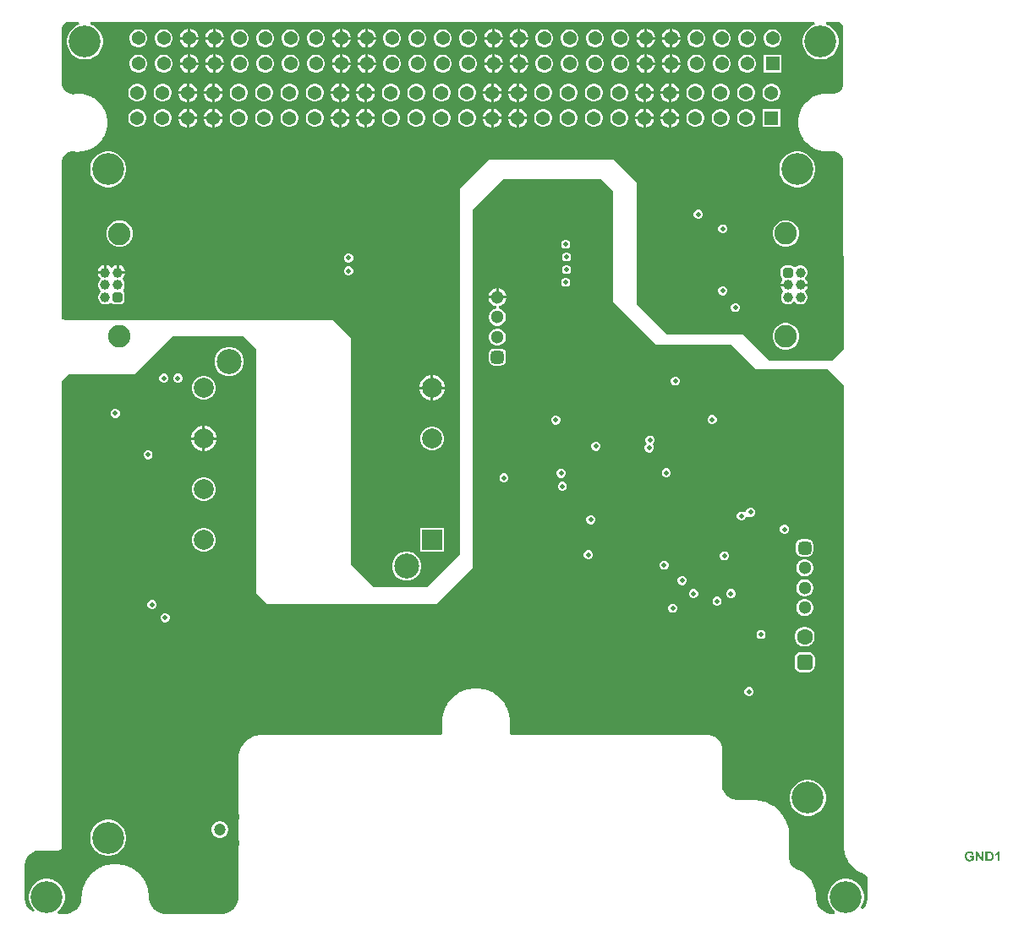
<source format=gbr>
%TF.GenerationSoftware,Altium Limited,Altium Designer,25.8.1 (18)*%
G04 Layer_Physical_Order=2*
G04 Layer_Color=36540*
%FSLAX45Y45*%
%MOMM*%
%TF.SameCoordinates,E40C52F6-B12D-486C-AAC2-1DB2447C0C70*%
%TF.FilePolarity,Positive*%
%TF.FileFunction,Copper,L2,Inr,Signal*%
%TF.Part,Single*%
G01*
G75*
%TA.AperFunction,ComponentPad*%
%ADD37C,1.30000*%
%ADD38C,1.29500*%
%ADD39C,2.00000*%
G04:AMPARAMS|DCode=40|XSize=1.3mm|YSize=1.3mm|CornerRadius=0.325mm|HoleSize=0mm|Usage=FLASHONLY|Rotation=270.000|XOffset=0mm|YOffset=0mm|HoleType=Round|Shape=RoundedRectangle|*
%AMROUNDEDRECTD40*
21,1,1.30000,0.65000,0,0,270.0*
21,1,0.65000,1.30000,0,0,270.0*
1,1,0.65000,-0.32500,-0.32500*
1,1,0.65000,-0.32500,0.32500*
1,1,0.65000,0.32500,0.32500*
1,1,0.65000,0.32500,-0.32500*
%
%ADD40ROUNDEDRECTD40*%
%ADD41R,2.00000X2.00000*%
%ADD42C,2.50000*%
%ADD43C,2.25000*%
%ADD44C,1.00000*%
G04:AMPARAMS|DCode=45|XSize=1mm|YSize=1mm|CornerRadius=0.25mm|HoleSize=0mm|Usage=FLASHONLY|Rotation=270.000|XOffset=0mm|YOffset=0mm|HoleType=Round|Shape=RoundedRectangle|*
%AMROUNDEDRECTD45*
21,1,1.00000,0.50000,0,0,270.0*
21,1,0.50000,1.00000,0,0,270.0*
1,1,0.50000,-0.25000,-0.25000*
1,1,0.50000,-0.25000,0.25000*
1,1,0.50000,0.25000,0.25000*
1,1,0.50000,0.25000,-0.25000*
%
%ADD45ROUNDEDRECTD45*%
%ADD46C,1.20000*%
G04:AMPARAMS|DCode=47|XSize=1.6mm|YSize=1.6mm|CornerRadius=0.4mm|HoleSize=0mm|Usage=FLASHONLY|Rotation=90.000|XOffset=0mm|YOffset=0mm|HoleType=Round|Shape=RoundedRectangle|*
%AMROUNDEDRECTD47*
21,1,1.60000,0.80000,0,0,90.0*
21,1,0.80000,1.60000,0,0,90.0*
1,1,0.80000,0.40000,0.40000*
1,1,0.80000,0.40000,-0.40000*
1,1,0.80000,-0.40000,-0.40000*
1,1,0.80000,-0.40000,0.40000*
%
%ADD47ROUNDEDRECTD47*%
%ADD48C,1.60000*%
%ADD49C,1.37000*%
%ADD50R,1.37000X1.37000*%
%TA.AperFunction,WasherPad*%
%ADD51C,3.20000*%
%TA.AperFunction,ViaPad*%
%ADD52C,0.50800*%
G36*
X8189776Y8975819D02*
X8200416Y8972538D01*
X8210289Y8967390D01*
X8219069Y8960544D01*
X8226470Y8952224D01*
X8232246Y8942706D01*
X8236209Y8932301D01*
X8238227Y8921351D01*
X8238231Y8915785D01*
X8238643Y8363627D01*
X8238477Y8352277D01*
X8233263Y8329583D01*
X8223406Y8308484D01*
X8209348Y8289923D01*
X8191709Y8274720D01*
X8171276Y8263553D01*
X8148956Y8256918D01*
X8125739Y8255108D01*
X8114201Y8256657D01*
X8113362Y8256605D01*
X8112555Y8256843D01*
X8091227Y8258785D01*
X8088737Y8258521D01*
X8086265Y8258918D01*
X8043501Y8257332D01*
X8040262Y8256563D01*
X8036935Y8256525D01*
X7995059Y8247707D01*
X7991999Y8246399D01*
X7988726Y8245797D01*
X7948954Y8230002D01*
X7946160Y8228194D01*
X7943036Y8227046D01*
X7906520Y8204730D01*
X7904074Y8202474D01*
X7901190Y8200813D01*
X7868991Y8172626D01*
X7866962Y8169987D01*
X7864402Y8167860D01*
X7837452Y8134618D01*
X7835901Y8131673D01*
X7833739Y8129143D01*
X7812820Y8091811D01*
X7811791Y8088646D01*
X7810089Y8085786D01*
X7795808Y8045445D01*
X7795331Y8042152D01*
X7794139Y8039044D01*
X7786909Y7996865D01*
X7786998Y7993537D01*
X7786351Y7990273D01*
X7786383Y7947479D01*
X7787035Y7944216D01*
X7786951Y7940888D01*
X7794244Y7898720D01*
X7795440Y7895614D01*
X7795922Y7892322D01*
X7810264Y7852002D01*
X7811969Y7849144D01*
X7813003Y7845981D01*
X7833977Y7808680D01*
X7836144Y7806152D01*
X7837699Y7803210D01*
X7864699Y7770009D01*
X7867262Y7767886D01*
X7869294Y7765250D01*
X7901536Y7737111D01*
X7904422Y7735454D01*
X7906872Y7733201D01*
X7943420Y7710941D01*
X7946545Y7709798D01*
X7949342Y7707993D01*
X7989138Y7692257D01*
X7992413Y7691660D01*
X7995475Y7690357D01*
X8037363Y7681601D01*
X8040691Y7681568D01*
X8043930Y7680803D01*
X8086697Y7679281D01*
X8089168Y7679682D01*
X8091659Y7679422D01*
X8112984Y7681396D01*
X8113790Y7681635D01*
X8114629Y7681584D01*
X8126166Y7683150D01*
X8149384Y7681375D01*
X8171715Y7674773D01*
X8192164Y7663636D01*
X8209826Y7648460D01*
X8223912Y7629919D01*
X8233799Y7608836D01*
X8239047Y7586148D01*
X8239230Y7574809D01*
X8240630Y5695886D01*
X8125644Y5580900D01*
X7500926D01*
X7234879Y5846947D01*
X6469441D01*
X6170079Y6146309D01*
Y7362717D01*
X5940738Y7592059D01*
X4684866D01*
X4401573Y7308766D01*
Y3640919D01*
X4075615Y3314960D01*
X3529333D01*
X3304400Y3539893D01*
Y5809221D01*
X3123417Y5990204D01*
X447367D01*
X432394Y5993182D01*
X418290Y5999024D01*
X416345Y6000324D01*
Y7569906D01*
X416345Y7581656D01*
X421315Y7604624D01*
X431031Y7626021D01*
X445053Y7644878D01*
X462746Y7660343D01*
X483309Y7671715D01*
X505814Y7678481D01*
X529240Y7680334D01*
X540884Y7678763D01*
X541723Y7678815D01*
X542529Y7678576D01*
X563856Y7676618D01*
X566346Y7676880D01*
X568818Y7676481D01*
X611583Y7678035D01*
X614822Y7678802D01*
X618150Y7678837D01*
X660032Y7687624D01*
X663094Y7688930D01*
X666367Y7689529D01*
X706151Y7705295D01*
X708946Y7707101D01*
X712071Y7708247D01*
X748603Y7730535D01*
X751052Y7732789D01*
X753936Y7734449D01*
X786157Y7762612D01*
X788187Y7765249D01*
X790748Y7767374D01*
X817724Y7800596D01*
X819277Y7803539D01*
X821441Y7806068D01*
X842388Y7843385D01*
X843419Y7846548D01*
X845123Y7849407D01*
X859434Y7889737D01*
X859914Y7893031D01*
X861108Y7896138D01*
X868369Y7938311D01*
X868283Y7941638D01*
X868932Y7944902D01*
Y7987697D01*
X868283Y7990961D01*
X868369Y7994288D01*
X861108Y8036461D01*
X859914Y8039568D01*
X859434Y8042861D01*
X845123Y8083191D01*
X843419Y8086051D01*
X842388Y8089214D01*
X821441Y8126531D01*
X819277Y8129060D01*
X817724Y8132004D01*
X790749Y8165226D01*
X788187Y8167351D01*
X786157Y8169987D01*
X753937Y8198150D01*
X751051Y8199810D01*
X748603Y8202064D01*
X712071Y8224352D01*
X708946Y8225498D01*
X706151Y8227304D01*
X666367Y8243070D01*
X663093Y8243669D01*
X660032Y8244975D01*
X618150Y8253763D01*
X614822Y8253797D01*
X611584Y8254565D01*
X568818Y8256118D01*
X566347Y8255720D01*
X563857Y8255981D01*
X542530Y8254024D01*
X541724Y8253785D01*
X540885Y8253837D01*
X529240Y8252266D01*
X505814Y8254119D01*
X483310Y8260885D01*
X462747Y8272257D01*
X445053Y8287723D01*
X431031Y8306581D01*
X421316Y8327976D01*
X416345Y8350944D01*
Y8362694D01*
X416345Y8921072D01*
X418695Y8932887D01*
X423305Y8944017D01*
X429998Y8954033D01*
X438516Y8962551D01*
X448532Y8969243D01*
X459662Y8973854D01*
X471476Y8976204D01*
X586077D01*
X591997Y8952783D01*
X559239Y8939214D01*
X529758Y8919516D01*
X504686Y8894444D01*
X484987Y8864962D01*
X471418Y8832205D01*
X464501Y8797429D01*
Y8761972D01*
X471418Y8727196D01*
X484987Y8694439D01*
X504686Y8664957D01*
X529758Y8639885D01*
X559239Y8620187D01*
X591997Y8606618D01*
X626772Y8599701D01*
X662229D01*
X697005Y8606618D01*
X729763Y8620187D01*
X759244Y8639885D01*
X784316Y8664957D01*
X804015Y8694439D01*
X817584Y8727196D01*
X824501Y8761972D01*
Y8797429D01*
X817584Y8832205D01*
X804015Y8864962D01*
X784316Y8894444D01*
X759244Y8919516D01*
X729763Y8939214D01*
X697005Y8952783D01*
X702925Y8976204D01*
X7952077D01*
X7957997Y8952783D01*
X7925239Y8939214D01*
X7895758Y8919516D01*
X7870686Y8894444D01*
X7850987Y8864962D01*
X7837418Y8832205D01*
X7830501Y8797429D01*
Y8761972D01*
X7837418Y8727196D01*
X7850987Y8694439D01*
X7870686Y8664957D01*
X7895758Y8639885D01*
X7925239Y8620187D01*
X7957997Y8606618D01*
X7992773Y8599701D01*
X8028230D01*
X8063005Y8606618D01*
X8095763Y8620187D01*
X8125244Y8639885D01*
X8150316Y8664957D01*
X8170015Y8694439D01*
X8183584Y8727196D01*
X8190501Y8761972D01*
Y8797429D01*
X8183584Y8832205D01*
X8170015Y8864962D01*
X8150316Y8894444D01*
X8125244Y8919516D01*
X8095763Y8939214D01*
X8063005Y8952783D01*
X8068925Y8976204D01*
X8186517D01*
X8189776Y8975819D01*
D02*
G37*
G36*
X5932310Y7278861D02*
Y6169795D01*
X6357585Y5744520D01*
X7114747D01*
X7360023Y5499245D01*
X8078812D01*
X8240897Y5337160D01*
X8244340Y714016D01*
X8244491Y713262D01*
X8244371Y712503D01*
X8245144Y693042D01*
X8245680Y690815D01*
X8245589Y688526D01*
X8251659Y650080D01*
X8252712Y647222D01*
X8253064Y644198D01*
X8265028Y607160D01*
X8266512Y604500D01*
X8267330Y601567D01*
X8284897Y566835D01*
X8286775Y564438D01*
X8288039Y561667D01*
X8310785Y530083D01*
X8313013Y528006D01*
X8314691Y525465D01*
X8342063Y497794D01*
X8344586Y496089D01*
X8346638Y493839D01*
X8377974Y470752D01*
X8380732Y469458D01*
X8383108Y467555D01*
X8417648Y449612D01*
X8419847Y448973D01*
X8421790Y447759D01*
X8440002Y440857D01*
X8440759Y440730D01*
X8441426Y440348D01*
X8450544Y437294D01*
X8466023Y425885D01*
X8477254Y410277D01*
X8483155Y391976D01*
X8483154Y382361D01*
X8483155Y184127D01*
X8476962Y152994D01*
X8464813Y123664D01*
X8447177Y97269D01*
X8433508Y83600D01*
X8427575Y83270D01*
X8413924Y107187D01*
X8423714Y121838D01*
X8437283Y154596D01*
X8444200Y189372D01*
Y224829D01*
X8437283Y259604D01*
X8423714Y292362D01*
X8404015Y321843D01*
X8378943Y346915D01*
X8349462Y366614D01*
X8316704Y380183D01*
X8281928Y387100D01*
X8246471D01*
X8211696Y380183D01*
X8178938Y366614D01*
X8149457Y346915D01*
X8124385Y321843D01*
X8104686Y292362D01*
X8091117Y259604D01*
X8084200Y224829D01*
Y189372D01*
X8091117Y154596D01*
X8104686Y121838D01*
X8124385Y92357D01*
X8149457Y67285D01*
X8155147Y63483D01*
X8147673Y38845D01*
X8108627D01*
X8077493Y45038D01*
X8048164Y57187D01*
X8021770Y74823D01*
X7999323Y97269D01*
X7981686Y123664D01*
X7969538Y152994D01*
X7963345Y184127D01*
Y200000D01*
X7963345Y213225D01*
X7963197Y213968D01*
X7963316Y214715D01*
X7962577Y233960D01*
X7962053Y236152D01*
X7962150Y238404D01*
X7956270Y276443D01*
X7955243Y279259D01*
X7954913Y282237D01*
X7943292Y318932D01*
X7941847Y321557D01*
X7941066Y324451D01*
X7923978Y358940D01*
X7922149Y361314D01*
X7920935Y364054D01*
X7898779Y395530D01*
X7896610Y397596D01*
X7894991Y400119D01*
X7868288Y427841D01*
X7865828Y429552D01*
X7863844Y431798D01*
X7833220Y455116D01*
X7830527Y456432D01*
X7828223Y458348D01*
X7794397Y476716D01*
X7792246Y477384D01*
X7790359Y478617D01*
X7772490Y485805D01*
X7771747Y485945D01*
X7771098Y486335D01*
X7763060Y489216D01*
X7748052Y497365D01*
X7734467Y507710D01*
X7722619Y520010D01*
X7712789Y533975D01*
X7705208Y549277D01*
X7700053Y565556D01*
X7697445Y582434D01*
Y814500D01*
X7697318Y815134D01*
X7697424Y815772D01*
X7696728Y837028D01*
X7696290Y838904D01*
X7696416Y840826D01*
X7690867Y882975D01*
X7690044Y885401D01*
X7689876Y887958D01*
X7678873Y929022D01*
X7677739Y931320D01*
X7677239Y933833D01*
X7660971Y973109D01*
X7659547Y975240D01*
X7658724Y977667D01*
X7637468Y1014483D01*
X7635778Y1016410D01*
X7634644Y1018708D01*
X7608765Y1052435D01*
X7606838Y1054124D01*
X7605415Y1056255D01*
X7575354Y1086315D01*
X7573224Y1087739D01*
X7571534Y1089666D01*
X7537807Y1115545D01*
X7535508Y1116679D01*
X7533582Y1118368D01*
X7496766Y1139624D01*
X7494339Y1140448D01*
X7492208Y1141872D01*
X7452932Y1158140D01*
X7450419Y1158640D01*
X7448121Y1159774D01*
X7407058Y1170777D01*
X7404501Y1170944D01*
X7402074Y1171768D01*
X7359926Y1177317D01*
X7358003Y1177191D01*
X7356127Y1177628D01*
X7334871Y1178324D01*
X7334233Y1178219D01*
X7333599Y1178345D01*
X7183600D01*
X7167726Y1178345D01*
X7136592Y1184538D01*
X7107264Y1196686D01*
X7080869Y1214322D01*
X7058423Y1236769D01*
X7040786Y1263164D01*
X7028637Y1292493D01*
X7022444Y1323626D01*
Y1339499D01*
Y1691238D01*
X7022256Y1692187D01*
X7022398Y1693145D01*
X7021916Y1702947D01*
X7021216Y1705740D01*
Y1708618D01*
X7017392Y1727845D01*
X7015928Y1731379D01*
X7015181Y1735132D01*
X7007680Y1753243D01*
X7005554Y1756424D01*
X7004090Y1759959D01*
X6993199Y1776259D01*
X6990493Y1778964D01*
X6988368Y1782145D01*
X6974506Y1796006D01*
X6971325Y1798132D01*
X6968620Y1800837D01*
X6952320Y1811728D01*
X6948786Y1813192D01*
X6945604Y1815318D01*
X6927493Y1822820D01*
X6923740Y1823566D01*
X6920206Y1825030D01*
X6900980Y1828855D01*
X6898101D01*
X6895307Y1829555D01*
X6885506Y1830036D01*
X6884548Y1829894D01*
X6883599Y1830083D01*
X4920937Y1830083D01*
X4918970Y1831131D01*
X4901048Y1849053D01*
X4900000Y1851020D01*
X4900000Y1961238D01*
X4899849Y1961998D01*
X4899970Y1962763D01*
X4899046Y1986301D01*
X4898507Y1988546D01*
X4898597Y1990853D01*
X4891233Y2037348D01*
X4890171Y2040228D01*
X4889810Y2043276D01*
X4875263Y2088047D01*
X4873763Y2090724D01*
X4872930Y2093679D01*
X4851558Y2135623D01*
X4849658Y2138034D01*
X4848373Y2140820D01*
X4820703Y2178905D01*
X4818449Y2180989D01*
X4816744Y2183540D01*
X4783457Y2216827D01*
X4780905Y2218533D01*
X4778822Y2220786D01*
X4740737Y2248457D01*
X4737950Y2249742D01*
X4735539Y2251642D01*
X4693595Y2273013D01*
X4690641Y2273846D01*
X4687964Y2275346D01*
X4643193Y2289893D01*
X4640145Y2290254D01*
X4637265Y2291316D01*
X4590770Y2298680D01*
X4587703Y2298560D01*
X4584693Y2299159D01*
X4537617D01*
X4534607Y2298560D01*
X4531540Y2298680D01*
X4485044Y2291316D01*
X4482165Y2290254D01*
X4479117Y2289893D01*
X4434346Y2275346D01*
X4431669Y2273846D01*
X4428714Y2273013D01*
X4386770Y2251642D01*
X4384359Y2249741D01*
X4381573Y2248457D01*
X4343488Y2220786D01*
X4341404Y2218533D01*
X4338852Y2216827D01*
X4305565Y2183540D01*
X4303860Y2180989D01*
X4301607Y2178905D01*
X4273936Y2140820D01*
X4272651Y2138033D01*
X4270751Y2135623D01*
X4249380Y2093679D01*
X4248546Y2090724D01*
X4247047Y2088047D01*
X4232500Y2043276D01*
X4232139Y2040228D01*
X4231077Y2037348D01*
X4223712Y1990853D01*
X4223803Y1988545D01*
X4223264Y1986300D01*
X4222340Y1962763D01*
X4222461Y1961998D01*
X4222310Y1961238D01*
Y1850101D01*
X4202293Y1830083D01*
X2417500Y1830083D01*
X2416551Y1829895D01*
X2415593Y1830037D01*
X2395990Y1829073D01*
X2393196Y1828374D01*
X2390318D01*
X2351864Y1820725D01*
X2348330Y1819261D01*
X2344577Y1818514D01*
X2308355Y1803510D01*
X2305174Y1801385D01*
X2301639Y1799921D01*
X2269040Y1778138D01*
X2266334Y1775433D01*
X2263153Y1773307D01*
X2235430Y1745584D01*
X2233305Y1742403D01*
X2230599Y1739698D01*
X2208817Y1707099D01*
X2207352Y1703564D01*
X2205227Y1700382D01*
X2190223Y1664160D01*
X2189477Y1660408D01*
X2188013Y1656873D01*
X2180364Y1618420D01*
Y1615540D01*
X2179664Y1612747D01*
X2178701Y1593144D01*
X2178843Y1592187D01*
X2178655Y1591238D01*
Y200001D01*
X2178654Y184128D01*
X2172461Y152993D01*
X2160313Y123665D01*
X2142677Y97271D01*
X2120229Y74822D01*
X2093835Y57187D01*
X2064506Y45038D01*
X2033373Y38845D01*
X1450000D01*
X1434127Y38845D01*
X1402993Y45038D01*
X1373664Y57187D01*
X1347270Y74822D01*
X1324822Y97270D01*
X1307186Y123665D01*
X1295038Y152993D01*
X1288845Y184128D01*
X1288845Y200000D01*
X1288694Y200760D01*
X1288815Y201526D01*
X1287890Y225063D01*
X1287351Y227308D01*
X1287442Y229615D01*
X1280078Y276111D01*
X1279015Y278991D01*
X1278655Y282038D01*
X1264107Y326810D01*
X1262608Y329487D01*
X1261775Y332441D01*
X1240403Y374385D01*
X1238503Y376795D01*
X1237218Y379583D01*
X1209548Y417667D01*
X1207295Y419750D01*
X1205589Y422303D01*
X1172302Y455590D01*
X1169750Y457295D01*
X1167667Y459549D01*
X1129582Y487219D01*
X1126795Y488504D01*
X1124384Y490404D01*
X1082440Y511775D01*
X1079486Y512609D01*
X1076809Y514108D01*
X1032038Y528655D01*
X1028990Y529016D01*
X1026110Y530078D01*
X979614Y537443D01*
X976548Y537322D01*
X973538Y537921D01*
X926462D01*
X923452Y537322D01*
X920385Y537443D01*
X873890Y530078D01*
X871010Y529016D01*
X867962Y528655D01*
X823191Y514108D01*
X820513Y512608D01*
X817559Y511775D01*
X775615Y490404D01*
X773205Y488504D01*
X770417Y487219D01*
X732333Y459549D01*
X730250Y457296D01*
X727698Y455590D01*
X694410Y422303D01*
X692705Y419751D01*
X690452Y417667D01*
X662781Y379583D01*
X661497Y376796D01*
X659596Y374385D01*
X638225Y332441D01*
X637392Y329487D01*
X635892Y326809D01*
X621345Y282038D01*
X620984Y278991D01*
X619922Y276111D01*
X612558Y229615D01*
X612648Y227308D01*
X612109Y225063D01*
X611185Y201525D01*
X611306Y200761D01*
X611155Y200001D01*
X611154Y184128D01*
X604962Y152994D01*
X592813Y123665D01*
X575177Y97270D01*
X552729Y74822D01*
X526336Y57187D01*
X497006Y45038D01*
X465873Y38845D01*
X379879D01*
X372405Y63483D01*
X378244Y67385D01*
X403316Y92457D01*
X423015Y121938D01*
X436584Y154696D01*
X443501Y189472D01*
Y224928D01*
X436584Y259704D01*
X423015Y292462D01*
X403316Y321943D01*
X378244Y347015D01*
X348763Y366714D01*
X316005Y380283D01*
X281230Y387200D01*
X245773D01*
X210997Y380283D01*
X178239Y366714D01*
X148758Y347015D01*
X123686Y321943D01*
X103987Y292462D01*
X90418Y259704D01*
X83501Y224928D01*
Y189472D01*
X90418Y154696D01*
X103987Y121938D01*
X123686Y92457D01*
X138386Y77757D01*
X124430Y56870D01*
X123664Y57187D01*
X97269Y74823D01*
X74823Y97269D01*
X57187Y123664D01*
X45038Y152994D01*
X38845Y184127D01*
Y200000D01*
Y513462D01*
Y529351D01*
X45051Y560517D01*
X57225Y589872D01*
X74896Y616284D01*
X97386Y638736D01*
X123827Y656363D01*
X153202Y668488D01*
X184379Y674642D01*
X200269Y674615D01*
X377434Y674320D01*
X377466Y674327D01*
X377499Y674320D01*
X384904Y675793D01*
X392305Y677253D01*
X392332Y677271D01*
X392364Y677277D01*
X398629Y681463D01*
X404921Y685652D01*
X404940Y685680D01*
X404967Y685698D01*
X409167Y691984D01*
X413363Y698241D01*
X413370Y698273D01*
X413388Y698301D01*
X414862Y705710D01*
X416345Y713102D01*
X416339Y713134D01*
X416345Y713167D01*
Y5378646D01*
X479500Y5441800D01*
X1141800D01*
X1525204Y5825204D01*
X2227987D01*
X2357308Y5695883D01*
Y3255192D01*
X2471957Y3140543D01*
X4159833D01*
X4526651Y3507361D01*
Y7094682D01*
X4832601Y7400632D01*
X5810539D01*
X5932310Y7278861D01*
D02*
G37*
G36*
X9505862Y664341D02*
X9507447Y664236D01*
X9509243Y664024D01*
X9511145Y663813D01*
X9513258Y663496D01*
X9515477Y663073D01*
X9517802Y662545D01*
X9520127Y662017D01*
X9522557Y661277D01*
X9524881Y660326D01*
X9527100Y659375D01*
X9529214Y658213D01*
X9531221Y656839D01*
X9531327Y656734D01*
X9531644Y656522D01*
X9532172Y656100D01*
X9532912Y655466D01*
X9533651Y654620D01*
X9534602Y653775D01*
X9535659Y652613D01*
X9536716Y651345D01*
X9537878Y649971D01*
X9538935Y648386D01*
X9540097Y646590D01*
X9541154Y644793D01*
X9542105Y642786D01*
X9543056Y640567D01*
X9543795Y638242D01*
X9544429Y635812D01*
X9524881Y632114D01*
Y632219D01*
X9524776Y632431D01*
X9524670Y632853D01*
X9524459Y633276D01*
X9524247Y633910D01*
X9523930Y634650D01*
X9523085Y636235D01*
X9522028Y638031D01*
X9520655Y639933D01*
X9519070Y641729D01*
X9517062Y643420D01*
X9516957D01*
X9516851Y643631D01*
X9516534Y643843D01*
X9516006Y644054D01*
X9515477Y644371D01*
X9514843Y644793D01*
X9513998Y645110D01*
X9513153Y645533D01*
X9511145Y646273D01*
X9508715Y647012D01*
X9505968Y647435D01*
X9502903Y647646D01*
X9501635D01*
X9500790Y647541D01*
X9499733Y647435D01*
X9498465Y647224D01*
X9496986Y646907D01*
X9495507Y646590D01*
X9493922Y646167D01*
X9492231Y645639D01*
X9490541Y645005D01*
X9488850Y644159D01*
X9487159Y643209D01*
X9485469Y642152D01*
X9483884Y640884D01*
X9482404Y639405D01*
X9482299Y639299D01*
X9482087Y638982D01*
X9481665Y638559D01*
X9481242Y637820D01*
X9480608Y636974D01*
X9479974Y635918D01*
X9479340Y634755D01*
X9478601Y633276D01*
X9477861Y631691D01*
X9477227Y629895D01*
X9476593Y627887D01*
X9475959Y625668D01*
X9475536Y623344D01*
X9475114Y620808D01*
X9474902Y618060D01*
X9474797Y615102D01*
Y614891D01*
Y614362D01*
X9474902Y613411D01*
Y612249D01*
X9475008Y610770D01*
X9475219Y609185D01*
X9475431Y607283D01*
X9475748Y605275D01*
X9476170Y603268D01*
X9476699Y601049D01*
X9477333Y598935D01*
X9478072Y596716D01*
X9478918Y594603D01*
X9479974Y592595D01*
X9481136Y590694D01*
X9482510Y589003D01*
X9482616Y588897D01*
X9482827Y588686D01*
X9483355Y588158D01*
X9483884Y587629D01*
X9484729Y586995D01*
X9485574Y586256D01*
X9486737Y585516D01*
X9487899Y584671D01*
X9489273Y583825D01*
X9490858Y583086D01*
X9492443Y582346D01*
X9494239Y581712D01*
X9496246Y581184D01*
X9498254Y580761D01*
X9500367Y580444D01*
X9502692Y580338D01*
X9503749D01*
X9504277Y580444D01*
X9505017D01*
X9506602Y580655D01*
X9508503Y580972D01*
X9510511Y581395D01*
X9512730Y581923D01*
X9515055Y582769D01*
X9515160D01*
X9515372Y582874D01*
X9515689Y582980D01*
X9516111Y583191D01*
X9517274Y583720D01*
X9518753Y584459D01*
X9520443Y585305D01*
X9522240Y586256D01*
X9524036Y587312D01*
X9525832Y588580D01*
Y601049D01*
X9503326D01*
Y617532D01*
X9545697D01*
Y578542D01*
X9545592Y578436D01*
X9545380Y578331D01*
X9545063Y578014D01*
X9544535Y577591D01*
X9543901Y577063D01*
X9543161Y576429D01*
X9542210Y575795D01*
X9541154Y575055D01*
X9539886Y574210D01*
X9538618Y573365D01*
X9537138Y572519D01*
X9535448Y571674D01*
X9533757Y570723D01*
X9531855Y569878D01*
X9529848Y568927D01*
X9527734Y568081D01*
X9527629D01*
X9527206Y567870D01*
X9526572Y567659D01*
X9525727Y567342D01*
X9524670Y567025D01*
X9523402Y566602D01*
X9521923Y566285D01*
X9520338Y565862D01*
X9518647Y565440D01*
X9516745Y565017D01*
X9514843Y564595D01*
X9512730Y564278D01*
X9508398Y563749D01*
X9506179Y563644D01*
X9503960Y563538D01*
X9502481D01*
X9501424Y563644D01*
X9500050Y563749D01*
X9498465Y563855D01*
X9496775Y564066D01*
X9494873Y564383D01*
X9492865Y564700D01*
X9490752Y565123D01*
X9488533Y565651D01*
X9486208Y566179D01*
X9483884Y566919D01*
X9481665Y567764D01*
X9479446Y568715D01*
X9477227Y569878D01*
X9477121Y569983D01*
X9476699Y570195D01*
X9476170Y570512D01*
X9475325Y571040D01*
X9474480Y571780D01*
X9473317Y572519D01*
X9472155Y573470D01*
X9470887Y574633D01*
X9469513Y575795D01*
X9468140Y577169D01*
X9466661Y578753D01*
X9465287Y580338D01*
X9463913Y582135D01*
X9462540Y584037D01*
X9461377Y586044D01*
X9460215Y588263D01*
X9460109Y588369D01*
X9460004Y588792D01*
X9459687Y589426D01*
X9459370Y590377D01*
X9458947Y591433D01*
X9458419Y592807D01*
X9457890Y594286D01*
X9457362Y595977D01*
X9456834Y597879D01*
X9456305Y599886D01*
X9455883Y602000D01*
X9455354Y604219D01*
X9455037Y606649D01*
X9454720Y609079D01*
X9454615Y611615D01*
X9454509Y614257D01*
Y614468D01*
Y614891D01*
Y615736D01*
X9454615Y616793D01*
X9454720Y618166D01*
X9454826Y619751D01*
X9455037Y621442D01*
X9455354Y623344D01*
X9455671Y625351D01*
X9456094Y627570D01*
X9456622Y629789D01*
X9457151Y632114D01*
X9457890Y634438D01*
X9458736Y636763D01*
X9459687Y639088D01*
X9460849Y641307D01*
X9460955Y641412D01*
X9461166Y641835D01*
X9461483Y642469D01*
X9462011Y643314D01*
X9462751Y644265D01*
X9463491Y645427D01*
X9464442Y646695D01*
X9465604Y648069D01*
X9466766Y649548D01*
X9468245Y651028D01*
X9469725Y652507D01*
X9471415Y654092D01*
X9473212Y655571D01*
X9475219Y656945D01*
X9477333Y658318D01*
X9479552Y659586D01*
X9479657Y659692D01*
X9479974Y659798D01*
X9480503Y660009D01*
X9481242Y660326D01*
X9482193Y660749D01*
X9483250Y661171D01*
X9484518Y661594D01*
X9485997Y662017D01*
X9487582Y662439D01*
X9489378Y662862D01*
X9491280Y663285D01*
X9493394Y663707D01*
X9495612Y664024D01*
X9497937Y664236D01*
X9500367Y664447D01*
X9504700D01*
X9505862Y664341D01*
D02*
G37*
G36*
X9641429Y565334D02*
X9621775D01*
X9582257Y629367D01*
Y565334D01*
X9564083D01*
Y662862D01*
X9583102D01*
X9623255Y597350D01*
Y662862D01*
X9641429D01*
Y565334D01*
D02*
G37*
G36*
X9804257D02*
X9785554D01*
Y635601D01*
X9785449Y635495D01*
X9785132Y635178D01*
X9784498Y634650D01*
X9783758Y634016D01*
X9782807Y633276D01*
X9781539Y632325D01*
X9780271Y631268D01*
X9778686Y630212D01*
X9776996Y629050D01*
X9775199Y627887D01*
X9773192Y626725D01*
X9771079Y625563D01*
X9768860Y624400D01*
X9766429Y623344D01*
X9763999Y622393D01*
X9761463Y621442D01*
Y638454D01*
X9761569D01*
X9761780Y638559D01*
X9762203Y638665D01*
X9762731Y638876D01*
X9763471Y639193D01*
X9764210Y639510D01*
X9765161Y639933D01*
X9766218Y640461D01*
X9768543Y641624D01*
X9771184Y643209D01*
X9774143Y645110D01*
X9777313Y647435D01*
X9777418Y647541D01*
X9777735Y647752D01*
X9778158Y648069D01*
X9778686Y648597D01*
X9779426Y649231D01*
X9780166Y650077D01*
X9781011Y650922D01*
X9781962Y651979D01*
X9783970Y654303D01*
X9785871Y656945D01*
X9787668Y659903D01*
X9788407Y661488D01*
X9789041Y663179D01*
X9804257D01*
Y565334D01*
D02*
G37*
G36*
X9701235Y662756D02*
X9703665D01*
X9705039Y662651D01*
X9707997Y662439D01*
X9711061Y662017D01*
X9714020Y661594D01*
X9715394Y661277D01*
X9716662Y660960D01*
X9716767D01*
X9717084Y660854D01*
X9717507Y660643D01*
X9718141Y660432D01*
X9718880Y660220D01*
X9719726Y659798D01*
X9721733Y658847D01*
X9724058Y657684D01*
X9726488Y656100D01*
X9728919Y654198D01*
X9731349Y651979D01*
X9731455Y651873D01*
X9731666Y651662D01*
X9731983Y651345D01*
X9732405Y650816D01*
X9732828Y650182D01*
X9733462Y649443D01*
X9734096Y648597D01*
X9734836Y647541D01*
X9735575Y646484D01*
X9736315Y645322D01*
X9737900Y642575D01*
X9739379Y639510D01*
X9740647Y636129D01*
Y636023D01*
X9740753Y635706D01*
X9740964Y635178D01*
X9741176Y634438D01*
X9741387Y633593D01*
X9741704Y632431D01*
X9742021Y631163D01*
X9742338Y629789D01*
X9742549Y628204D01*
X9742866Y626408D01*
X9743183Y624506D01*
X9743395Y622498D01*
X9743606Y620279D01*
X9743817Y618060D01*
X9743923Y615630D01*
Y613094D01*
Y612989D01*
Y612566D01*
Y611932D01*
Y611087D01*
X9743817Y610030D01*
Y608868D01*
X9743712Y607494D01*
X9743500Y606015D01*
X9743183Y602739D01*
X9742655Y599252D01*
X9741915Y595765D01*
X9740859Y592384D01*
Y592278D01*
X9740647Y591961D01*
X9740436Y591327D01*
X9740225Y590588D01*
X9739802Y589743D01*
X9739379Y588686D01*
X9738851Y587524D01*
X9738217Y586256D01*
X9736738Y583508D01*
X9734941Y580655D01*
X9732828Y577803D01*
X9730398Y575161D01*
X9730292Y575055D01*
X9730187Y574950D01*
X9729870Y574633D01*
X9729447Y574316D01*
X9728919Y573893D01*
X9728390Y573365D01*
X9727651Y572836D01*
X9726805Y572308D01*
X9724798Y571040D01*
X9722473Y569772D01*
X9719726Y568504D01*
X9716662Y567342D01*
X9716556D01*
X9716345Y567236D01*
X9716028Y567130D01*
X9715499Y567025D01*
X9714865Y566919D01*
X9714020Y566708D01*
X9713069Y566496D01*
X9712012Y566391D01*
X9710850Y566179D01*
X9709582Y565968D01*
X9708103Y565757D01*
X9706518Y565651D01*
X9704933Y565545D01*
X9703137Y565440D01*
X9701235Y565334D01*
X9662245D01*
Y662862D01*
X9700178D01*
X9701235Y662756D01*
D02*
G37*
%LPC*%
G36*
X6527101Y8907410D02*
Y8826300D01*
X6608210D01*
X6601902Y8849844D01*
X6589540Y8871256D01*
X6572057Y8888739D01*
X6550645Y8901101D01*
X6527101Y8907410D01*
D02*
G37*
G36*
X6501701D02*
X6478157Y8901101D01*
X6456745Y8888739D01*
X6439262Y8871256D01*
X6426900Y8849844D01*
X6420591Y8826300D01*
X6501701D01*
Y8907410D01*
D02*
G37*
G36*
X6273101D02*
Y8826300D01*
X6354210D01*
X6347902Y8849844D01*
X6335540Y8871256D01*
X6318057Y8888739D01*
X6296645Y8901101D01*
X6273101Y8907410D01*
D02*
G37*
G36*
X6247701D02*
X6224157Y8901101D01*
X6202745Y8888739D01*
X6185262Y8871256D01*
X6172900Y8849844D01*
X6166591Y8826300D01*
X6247701D01*
Y8907410D01*
D02*
G37*
G36*
X5003101D02*
Y8826300D01*
X5084210D01*
X5077902Y8849844D01*
X5065540Y8871256D01*
X5048057Y8888739D01*
X5026645Y8901101D01*
X5003101Y8907410D01*
D02*
G37*
G36*
X4977701D02*
X4954157Y8901101D01*
X4932745Y8888739D01*
X4915262Y8871256D01*
X4902900Y8849844D01*
X4896591Y8826300D01*
X4977701D01*
Y8907410D01*
D02*
G37*
G36*
X4749101D02*
Y8826300D01*
X4830210D01*
X4823902Y8849844D01*
X4811540Y8871256D01*
X4794057Y8888739D01*
X4772645Y8901101D01*
X4749101Y8907410D01*
D02*
G37*
G36*
X4723701D02*
X4700157Y8901101D01*
X4678745Y8888739D01*
X4661262Y8871256D01*
X4648900Y8849844D01*
X4642591Y8826300D01*
X4723701D01*
Y8907410D01*
D02*
G37*
G36*
X3479101D02*
Y8826300D01*
X3560210D01*
X3553902Y8849844D01*
X3541540Y8871256D01*
X3524057Y8888739D01*
X3502645Y8901101D01*
X3479101Y8907410D01*
D02*
G37*
G36*
X3453701D02*
X3430157Y8901101D01*
X3408745Y8888739D01*
X3391262Y8871256D01*
X3378900Y8849844D01*
X3372591Y8826300D01*
X3453701D01*
Y8907410D01*
D02*
G37*
G36*
X3225101D02*
Y8826300D01*
X3306210D01*
X3299902Y8849844D01*
X3287540Y8871256D01*
X3270057Y8888739D01*
X3248645Y8901101D01*
X3225101Y8907410D01*
D02*
G37*
G36*
X3199701D02*
X3176157Y8901101D01*
X3154745Y8888739D01*
X3137262Y8871256D01*
X3124900Y8849844D01*
X3118591Y8826300D01*
X3199701D01*
Y8907410D01*
D02*
G37*
G36*
X1955101D02*
Y8826300D01*
X2036210D01*
X2029902Y8849844D01*
X2017540Y8871256D01*
X2000057Y8888739D01*
X1978645Y8901101D01*
X1955101Y8907410D01*
D02*
G37*
G36*
X1929701D02*
X1906157Y8901101D01*
X1884745Y8888739D01*
X1867262Y8871256D01*
X1854900Y8849844D01*
X1848591Y8826300D01*
X1929701D01*
Y8907410D01*
D02*
G37*
G36*
X1701101D02*
Y8826300D01*
X1782210D01*
X1775902Y8849844D01*
X1763540Y8871256D01*
X1746057Y8888739D01*
X1724645Y8901101D01*
X1701101Y8907410D01*
D02*
G37*
G36*
X1675701D02*
X1652157Y8901101D01*
X1630745Y8888739D01*
X1613262Y8871256D01*
X1600900Y8849844D01*
X1594591Y8826300D01*
X1675701D01*
Y8907410D01*
D02*
G37*
G36*
X7542052Y8902100D02*
X7518750D01*
X7496241Y8896069D01*
X7476060Y8884418D01*
X7459583Y8867940D01*
X7447932Y8847760D01*
X7441901Y8825251D01*
Y8801949D01*
X7447932Y8779440D01*
X7459583Y8759260D01*
X7476060Y8742782D01*
X7496241Y8731131D01*
X7518750Y8725100D01*
X7542052D01*
X7564560Y8731131D01*
X7584741Y8742782D01*
X7601218Y8759260D01*
X7612870Y8779440D01*
X7618901Y8801949D01*
Y8825251D01*
X7612870Y8847760D01*
X7601218Y8867940D01*
X7584741Y8884418D01*
X7564560Y8896069D01*
X7542052Y8902100D01*
D02*
G37*
G36*
X7288052D02*
X7264750D01*
X7242241Y8896069D01*
X7222060Y8884418D01*
X7205583Y8867940D01*
X7193932Y8847760D01*
X7187901Y8825251D01*
Y8801949D01*
X7193932Y8779440D01*
X7205583Y8759260D01*
X7222060Y8742782D01*
X7242241Y8731131D01*
X7264750Y8725100D01*
X7288052D01*
X7310560Y8731131D01*
X7330741Y8742782D01*
X7347218Y8759260D01*
X7358870Y8779440D01*
X7364901Y8801949D01*
Y8825251D01*
X7358870Y8847760D01*
X7347218Y8867940D01*
X7330741Y8884418D01*
X7310560Y8896069D01*
X7288052Y8902100D01*
D02*
G37*
G36*
X7034052D02*
X7010750D01*
X6988241Y8896069D01*
X6968060Y8884418D01*
X6951583Y8867940D01*
X6939932Y8847760D01*
X6933901Y8825251D01*
Y8801949D01*
X6939932Y8779440D01*
X6951583Y8759260D01*
X6968060Y8742782D01*
X6988241Y8731131D01*
X7010750Y8725100D01*
X7034052D01*
X7056560Y8731131D01*
X7076741Y8742782D01*
X7093218Y8759260D01*
X7104870Y8779440D01*
X7110901Y8801949D01*
Y8825251D01*
X7104870Y8847760D01*
X7093218Y8867940D01*
X7076741Y8884418D01*
X7056560Y8896069D01*
X7034052Y8902100D01*
D02*
G37*
G36*
X6780052D02*
X6756750D01*
X6734241Y8896069D01*
X6714060Y8884418D01*
X6697583Y8867940D01*
X6685932Y8847760D01*
X6679901Y8825251D01*
Y8801949D01*
X6685932Y8779440D01*
X6697583Y8759260D01*
X6714060Y8742782D01*
X6734241Y8731131D01*
X6756750Y8725100D01*
X6780052D01*
X6802560Y8731131D01*
X6822741Y8742782D01*
X6839218Y8759260D01*
X6850870Y8779440D01*
X6856901Y8801949D01*
Y8825251D01*
X6850870Y8847760D01*
X6839218Y8867940D01*
X6822741Y8884418D01*
X6802560Y8896069D01*
X6780052Y8902100D01*
D02*
G37*
G36*
X6018052D02*
X5994750D01*
X5972241Y8896069D01*
X5952060Y8884418D01*
X5935583Y8867940D01*
X5923932Y8847760D01*
X5917901Y8825251D01*
Y8801949D01*
X5923932Y8779440D01*
X5935583Y8759260D01*
X5952060Y8742782D01*
X5972241Y8731131D01*
X5994750Y8725100D01*
X6018052D01*
X6040560Y8731131D01*
X6060741Y8742782D01*
X6077218Y8759260D01*
X6088870Y8779440D01*
X6094901Y8801949D01*
Y8825251D01*
X6088870Y8847760D01*
X6077218Y8867940D01*
X6060741Y8884418D01*
X6040560Y8896069D01*
X6018052Y8902100D01*
D02*
G37*
G36*
X5764052D02*
X5740750D01*
X5718241Y8896069D01*
X5698060Y8884418D01*
X5681583Y8867940D01*
X5669932Y8847760D01*
X5663901Y8825251D01*
Y8801949D01*
X5669932Y8779440D01*
X5681583Y8759260D01*
X5698060Y8742782D01*
X5718241Y8731131D01*
X5740750Y8725100D01*
X5764052D01*
X5786560Y8731131D01*
X5806741Y8742782D01*
X5823218Y8759260D01*
X5834870Y8779440D01*
X5840901Y8801949D01*
Y8825251D01*
X5834870Y8847760D01*
X5823218Y8867940D01*
X5806741Y8884418D01*
X5786560Y8896069D01*
X5764052Y8902100D01*
D02*
G37*
G36*
X5510052D02*
X5486750D01*
X5464241Y8896069D01*
X5444060Y8884418D01*
X5427583Y8867940D01*
X5415932Y8847760D01*
X5409901Y8825251D01*
Y8801949D01*
X5415932Y8779440D01*
X5427583Y8759260D01*
X5444060Y8742782D01*
X5464241Y8731131D01*
X5486750Y8725100D01*
X5510052D01*
X5532560Y8731131D01*
X5552741Y8742782D01*
X5569218Y8759260D01*
X5580870Y8779440D01*
X5586901Y8801949D01*
Y8825251D01*
X5580870Y8847760D01*
X5569218Y8867940D01*
X5552741Y8884418D01*
X5532560Y8896069D01*
X5510052Y8902100D01*
D02*
G37*
G36*
X5256052D02*
X5232750D01*
X5210241Y8896069D01*
X5190060Y8884418D01*
X5173583Y8867940D01*
X5161932Y8847760D01*
X5155901Y8825251D01*
Y8801949D01*
X5161932Y8779440D01*
X5173583Y8759260D01*
X5190060Y8742782D01*
X5210241Y8731131D01*
X5232750Y8725100D01*
X5256052D01*
X5278560Y8731131D01*
X5298741Y8742782D01*
X5315218Y8759260D01*
X5326870Y8779440D01*
X5332901Y8801949D01*
Y8825251D01*
X5326870Y8847760D01*
X5315218Y8867940D01*
X5298741Y8884418D01*
X5278560Y8896069D01*
X5256052Y8902100D01*
D02*
G37*
G36*
X4494052D02*
X4470750D01*
X4448241Y8896069D01*
X4428060Y8884418D01*
X4411583Y8867940D01*
X4399932Y8847760D01*
X4393901Y8825251D01*
Y8801949D01*
X4399932Y8779440D01*
X4411583Y8759260D01*
X4428060Y8742782D01*
X4448241Y8731131D01*
X4470750Y8725100D01*
X4494052D01*
X4516560Y8731131D01*
X4536741Y8742782D01*
X4553218Y8759260D01*
X4564870Y8779440D01*
X4570901Y8801949D01*
Y8825251D01*
X4564870Y8847760D01*
X4553218Y8867940D01*
X4536741Y8884418D01*
X4516560Y8896069D01*
X4494052Y8902100D01*
D02*
G37*
G36*
X4240052D02*
X4216750D01*
X4194241Y8896069D01*
X4174060Y8884418D01*
X4157583Y8867940D01*
X4145932Y8847760D01*
X4139901Y8825251D01*
Y8801949D01*
X4145932Y8779440D01*
X4157583Y8759260D01*
X4174060Y8742782D01*
X4194241Y8731131D01*
X4216750Y8725100D01*
X4240052D01*
X4262560Y8731131D01*
X4282741Y8742782D01*
X4299218Y8759260D01*
X4310870Y8779440D01*
X4316901Y8801949D01*
Y8825251D01*
X4310870Y8847760D01*
X4299218Y8867940D01*
X4282741Y8884418D01*
X4262560Y8896069D01*
X4240052Y8902100D01*
D02*
G37*
G36*
X3986052D02*
X3962750D01*
X3940241Y8896069D01*
X3920060Y8884418D01*
X3903583Y8867940D01*
X3891932Y8847760D01*
X3885901Y8825251D01*
Y8801949D01*
X3891932Y8779440D01*
X3903583Y8759260D01*
X3920060Y8742782D01*
X3940241Y8731131D01*
X3962750Y8725100D01*
X3986052D01*
X4008560Y8731131D01*
X4028741Y8742782D01*
X4045218Y8759260D01*
X4056870Y8779440D01*
X4062901Y8801949D01*
Y8825251D01*
X4056870Y8847760D01*
X4045218Y8867940D01*
X4028741Y8884418D01*
X4008560Y8896069D01*
X3986052Y8902100D01*
D02*
G37*
G36*
X3732052D02*
X3708750D01*
X3686241Y8896069D01*
X3666060Y8884418D01*
X3649583Y8867940D01*
X3637932Y8847760D01*
X3631901Y8825251D01*
Y8801949D01*
X3637932Y8779440D01*
X3649583Y8759260D01*
X3666060Y8742782D01*
X3686241Y8731131D01*
X3708750Y8725100D01*
X3732052D01*
X3754560Y8731131D01*
X3774741Y8742782D01*
X3791218Y8759260D01*
X3802870Y8779440D01*
X3808901Y8801949D01*
Y8825251D01*
X3802870Y8847760D01*
X3791218Y8867940D01*
X3774741Y8884418D01*
X3754560Y8896069D01*
X3732052Y8902100D01*
D02*
G37*
G36*
X2970052D02*
X2946750D01*
X2924241Y8896069D01*
X2904060Y8884418D01*
X2887583Y8867940D01*
X2875932Y8847760D01*
X2869901Y8825251D01*
Y8801949D01*
X2875932Y8779440D01*
X2887583Y8759260D01*
X2904060Y8742782D01*
X2924241Y8731131D01*
X2946750Y8725100D01*
X2970052D01*
X2992560Y8731131D01*
X3012741Y8742782D01*
X3029218Y8759260D01*
X3040870Y8779440D01*
X3046901Y8801949D01*
Y8825251D01*
X3040870Y8847760D01*
X3029218Y8867940D01*
X3012741Y8884418D01*
X2992560Y8896069D01*
X2970052Y8902100D01*
D02*
G37*
G36*
X2716052D02*
X2692750D01*
X2670241Y8896069D01*
X2650060Y8884418D01*
X2633583Y8867940D01*
X2621932Y8847760D01*
X2615901Y8825251D01*
Y8801949D01*
X2621932Y8779440D01*
X2633583Y8759260D01*
X2650060Y8742782D01*
X2670241Y8731131D01*
X2692750Y8725100D01*
X2716052D01*
X2738560Y8731131D01*
X2758741Y8742782D01*
X2775218Y8759260D01*
X2786870Y8779440D01*
X2792901Y8801949D01*
Y8825251D01*
X2786870Y8847760D01*
X2775218Y8867940D01*
X2758741Y8884418D01*
X2738560Y8896069D01*
X2716052Y8902100D01*
D02*
G37*
G36*
X2462052D02*
X2438750D01*
X2416241Y8896069D01*
X2396060Y8884418D01*
X2379583Y8867940D01*
X2367932Y8847760D01*
X2361901Y8825251D01*
Y8801949D01*
X2367932Y8779440D01*
X2379583Y8759260D01*
X2396060Y8742782D01*
X2416241Y8731131D01*
X2438750Y8725100D01*
X2462052D01*
X2484560Y8731131D01*
X2504741Y8742782D01*
X2521218Y8759260D01*
X2532870Y8779440D01*
X2538901Y8801949D01*
Y8825251D01*
X2532870Y8847760D01*
X2521218Y8867940D01*
X2504741Y8884418D01*
X2484560Y8896069D01*
X2462052Y8902100D01*
D02*
G37*
G36*
X2208052D02*
X2184750D01*
X2162241Y8896069D01*
X2142060Y8884418D01*
X2125583Y8867940D01*
X2113932Y8847760D01*
X2107901Y8825251D01*
Y8801949D01*
X2113932Y8779440D01*
X2125583Y8759260D01*
X2142060Y8742782D01*
X2162241Y8731131D01*
X2184750Y8725100D01*
X2208052D01*
X2230560Y8731131D01*
X2250741Y8742782D01*
X2267218Y8759260D01*
X2278870Y8779440D01*
X2284901Y8801949D01*
Y8825251D01*
X2278870Y8847760D01*
X2267218Y8867940D01*
X2250741Y8884418D01*
X2230560Y8896069D01*
X2208052Y8902100D01*
D02*
G37*
G36*
X1446052D02*
X1422750D01*
X1400241Y8896069D01*
X1380060Y8884418D01*
X1363583Y8867940D01*
X1351932Y8847760D01*
X1345901Y8825251D01*
Y8801949D01*
X1351932Y8779440D01*
X1363583Y8759260D01*
X1380060Y8742782D01*
X1400241Y8731131D01*
X1422750Y8725100D01*
X1446052D01*
X1468560Y8731131D01*
X1488741Y8742782D01*
X1505218Y8759260D01*
X1516870Y8779440D01*
X1522901Y8801949D01*
Y8825251D01*
X1516870Y8847760D01*
X1505218Y8867940D01*
X1488741Y8884418D01*
X1468560Y8896069D01*
X1446052Y8902100D01*
D02*
G37*
G36*
X1192052D02*
X1168750D01*
X1146241Y8896069D01*
X1126060Y8884418D01*
X1109583Y8867940D01*
X1097932Y8847760D01*
X1091901Y8825251D01*
Y8801949D01*
X1097932Y8779440D01*
X1109583Y8759260D01*
X1126060Y8742782D01*
X1146241Y8731131D01*
X1168750Y8725100D01*
X1192052D01*
X1214560Y8731131D01*
X1234741Y8742782D01*
X1251218Y8759260D01*
X1262870Y8779440D01*
X1268901Y8801949D01*
Y8825251D01*
X1262870Y8847760D01*
X1251218Y8867940D01*
X1234741Y8884418D01*
X1214560Y8896069D01*
X1192052Y8902100D01*
D02*
G37*
G36*
X6608210Y8800900D02*
X6527101D01*
Y8719791D01*
X6550645Y8726099D01*
X6572057Y8738461D01*
X6589540Y8755944D01*
X6601902Y8777356D01*
X6608210Y8800900D01*
D02*
G37*
G36*
X6501701D02*
X6420591D01*
X6426900Y8777356D01*
X6439262Y8755944D01*
X6456745Y8738461D01*
X6478157Y8726099D01*
X6501701Y8719791D01*
Y8800900D01*
D02*
G37*
G36*
X6354210D02*
X6273101D01*
Y8719791D01*
X6296645Y8726099D01*
X6318057Y8738461D01*
X6335540Y8755944D01*
X6347902Y8777356D01*
X6354210Y8800900D01*
D02*
G37*
G36*
X6247701D02*
X6166591D01*
X6172900Y8777356D01*
X6185262Y8755944D01*
X6202745Y8738461D01*
X6224157Y8726099D01*
X6247701Y8719791D01*
Y8800900D01*
D02*
G37*
G36*
X5084210D02*
X5003101D01*
Y8719791D01*
X5026645Y8726099D01*
X5048057Y8738461D01*
X5065540Y8755944D01*
X5077902Y8777356D01*
X5084210Y8800900D01*
D02*
G37*
G36*
X4977701D02*
X4896591D01*
X4902900Y8777356D01*
X4915262Y8755944D01*
X4932745Y8738461D01*
X4954157Y8726099D01*
X4977701Y8719791D01*
Y8800900D01*
D02*
G37*
G36*
X4830210D02*
X4749101D01*
Y8719791D01*
X4772645Y8726099D01*
X4794057Y8738461D01*
X4811540Y8755944D01*
X4823902Y8777356D01*
X4830210Y8800900D01*
D02*
G37*
G36*
X4723701D02*
X4642591D01*
X4648900Y8777356D01*
X4661262Y8755944D01*
X4678745Y8738461D01*
X4700157Y8726099D01*
X4723701Y8719791D01*
Y8800900D01*
D02*
G37*
G36*
X3560210D02*
X3479101D01*
Y8719791D01*
X3502645Y8726099D01*
X3524057Y8738461D01*
X3541540Y8755944D01*
X3553902Y8777356D01*
X3560210Y8800900D01*
D02*
G37*
G36*
X3453701D02*
X3372591D01*
X3378900Y8777356D01*
X3391262Y8755944D01*
X3408745Y8738461D01*
X3430157Y8726099D01*
X3453701Y8719791D01*
Y8800900D01*
D02*
G37*
G36*
X3306210D02*
X3225101D01*
Y8719791D01*
X3248645Y8726099D01*
X3270057Y8738461D01*
X3287540Y8755944D01*
X3299902Y8777356D01*
X3306210Y8800900D01*
D02*
G37*
G36*
X3199701D02*
X3118591D01*
X3124900Y8777356D01*
X3137262Y8755944D01*
X3154745Y8738461D01*
X3176157Y8726099D01*
X3199701Y8719791D01*
Y8800900D01*
D02*
G37*
G36*
X2036210D02*
X1955101D01*
Y8719791D01*
X1978645Y8726099D01*
X2000057Y8738461D01*
X2017540Y8755944D01*
X2029902Y8777356D01*
X2036210Y8800900D01*
D02*
G37*
G36*
X1929701D02*
X1848591D01*
X1854900Y8777356D01*
X1867262Y8755944D01*
X1884745Y8738461D01*
X1906157Y8726099D01*
X1929701Y8719791D01*
Y8800900D01*
D02*
G37*
G36*
X1782210D02*
X1701101D01*
Y8719791D01*
X1724645Y8726099D01*
X1746057Y8738461D01*
X1763540Y8755944D01*
X1775902Y8777356D01*
X1782210Y8800900D01*
D02*
G37*
G36*
X1675701D02*
X1594591D01*
X1600900Y8777356D01*
X1613262Y8755944D01*
X1630745Y8738461D01*
X1652157Y8726099D01*
X1675701Y8719791D01*
Y8800900D01*
D02*
G37*
G36*
X6527101Y8653410D02*
Y8572300D01*
X6608210D01*
X6601902Y8595844D01*
X6589540Y8617256D01*
X6572057Y8634739D01*
X6550645Y8647101D01*
X6527101Y8653410D01*
D02*
G37*
G36*
X6501701D02*
X6478157Y8647101D01*
X6456745Y8634739D01*
X6439262Y8617256D01*
X6426900Y8595844D01*
X6420591Y8572300D01*
X6501701D01*
Y8653410D01*
D02*
G37*
G36*
X6273101D02*
Y8572300D01*
X6354210D01*
X6347902Y8595844D01*
X6335540Y8617256D01*
X6318057Y8634739D01*
X6296645Y8647101D01*
X6273101Y8653410D01*
D02*
G37*
G36*
X6247701D02*
X6224157Y8647101D01*
X6202745Y8634739D01*
X6185262Y8617256D01*
X6172900Y8595844D01*
X6166591Y8572300D01*
X6247701D01*
Y8653410D01*
D02*
G37*
G36*
X5003101D02*
Y8572300D01*
X5084210D01*
X5077902Y8595844D01*
X5065540Y8617256D01*
X5048057Y8634739D01*
X5026645Y8647101D01*
X5003101Y8653410D01*
D02*
G37*
G36*
X4977701D02*
X4954157Y8647101D01*
X4932745Y8634739D01*
X4915262Y8617256D01*
X4902900Y8595844D01*
X4896591Y8572300D01*
X4977701D01*
Y8653410D01*
D02*
G37*
G36*
X4749101D02*
Y8572300D01*
X4830210D01*
X4823902Y8595844D01*
X4811540Y8617256D01*
X4794057Y8634739D01*
X4772645Y8647101D01*
X4749101Y8653410D01*
D02*
G37*
G36*
X4723701D02*
X4700157Y8647101D01*
X4678745Y8634739D01*
X4661262Y8617256D01*
X4648900Y8595844D01*
X4642591Y8572300D01*
X4723701D01*
Y8653410D01*
D02*
G37*
G36*
X3479101D02*
Y8572300D01*
X3560210D01*
X3553902Y8595844D01*
X3541540Y8617256D01*
X3524057Y8634739D01*
X3502645Y8647101D01*
X3479101Y8653410D01*
D02*
G37*
G36*
X3453701D02*
X3430157Y8647101D01*
X3408745Y8634739D01*
X3391262Y8617256D01*
X3378900Y8595844D01*
X3372591Y8572300D01*
X3453701D01*
Y8653410D01*
D02*
G37*
G36*
X3225101D02*
Y8572300D01*
X3306210D01*
X3299902Y8595844D01*
X3287540Y8617256D01*
X3270057Y8634739D01*
X3248645Y8647101D01*
X3225101Y8653410D01*
D02*
G37*
G36*
X3199701D02*
X3176157Y8647101D01*
X3154745Y8634739D01*
X3137262Y8617256D01*
X3124900Y8595844D01*
X3118591Y8572300D01*
X3199701D01*
Y8653410D01*
D02*
G37*
G36*
X1955101D02*
Y8572300D01*
X2036210D01*
X2029902Y8595844D01*
X2017540Y8617256D01*
X2000057Y8634739D01*
X1978645Y8647101D01*
X1955101Y8653410D01*
D02*
G37*
G36*
X1929701D02*
X1906157Y8647101D01*
X1884745Y8634739D01*
X1867262Y8617256D01*
X1854900Y8595844D01*
X1848591Y8572300D01*
X1929701D01*
Y8653410D01*
D02*
G37*
G36*
X1701101D02*
Y8572300D01*
X1782210D01*
X1775902Y8595844D01*
X1763540Y8617256D01*
X1746057Y8634739D01*
X1724645Y8647101D01*
X1701101Y8653410D01*
D02*
G37*
G36*
X1675701D02*
X1652157Y8647101D01*
X1630745Y8634739D01*
X1613262Y8617256D01*
X1600900Y8595844D01*
X1594591Y8572300D01*
X1675701D01*
Y8653410D01*
D02*
G37*
G36*
X7618901Y8648100D02*
X7441901D01*
Y8471100D01*
X7618901D01*
Y8648100D01*
D02*
G37*
G36*
X7288052D02*
X7264750D01*
X7242241Y8642069D01*
X7222060Y8630418D01*
X7205583Y8613940D01*
X7193932Y8593760D01*
X7187901Y8571251D01*
Y8547949D01*
X7193932Y8525440D01*
X7205583Y8505260D01*
X7222060Y8488782D01*
X7242241Y8477131D01*
X7264750Y8471100D01*
X7288052D01*
X7310560Y8477131D01*
X7330741Y8488782D01*
X7347218Y8505260D01*
X7358870Y8525440D01*
X7364901Y8547949D01*
Y8571251D01*
X7358870Y8593760D01*
X7347218Y8613940D01*
X7330741Y8630418D01*
X7310560Y8642069D01*
X7288052Y8648100D01*
D02*
G37*
G36*
X7034052D02*
X7010750D01*
X6988241Y8642069D01*
X6968060Y8630418D01*
X6951583Y8613940D01*
X6939932Y8593760D01*
X6933901Y8571251D01*
Y8547949D01*
X6939932Y8525440D01*
X6951583Y8505260D01*
X6968060Y8488782D01*
X6988241Y8477131D01*
X7010750Y8471100D01*
X7034052D01*
X7056560Y8477131D01*
X7076741Y8488782D01*
X7093218Y8505260D01*
X7104870Y8525440D01*
X7110901Y8547949D01*
Y8571251D01*
X7104870Y8593760D01*
X7093218Y8613940D01*
X7076741Y8630418D01*
X7056560Y8642069D01*
X7034052Y8648100D01*
D02*
G37*
G36*
X6780052D02*
X6756750D01*
X6734241Y8642069D01*
X6714060Y8630418D01*
X6697583Y8613940D01*
X6685932Y8593760D01*
X6679901Y8571251D01*
Y8547949D01*
X6685932Y8525440D01*
X6697583Y8505260D01*
X6714060Y8488782D01*
X6734241Y8477131D01*
X6756750Y8471100D01*
X6780052D01*
X6802560Y8477131D01*
X6822741Y8488782D01*
X6839218Y8505260D01*
X6850870Y8525440D01*
X6856901Y8547949D01*
Y8571251D01*
X6850870Y8593760D01*
X6839218Y8613940D01*
X6822741Y8630418D01*
X6802560Y8642069D01*
X6780052Y8648100D01*
D02*
G37*
G36*
X6018052D02*
X5994750D01*
X5972241Y8642069D01*
X5952060Y8630418D01*
X5935583Y8613940D01*
X5923932Y8593760D01*
X5917901Y8571251D01*
Y8547949D01*
X5923932Y8525440D01*
X5935583Y8505260D01*
X5952060Y8488782D01*
X5972241Y8477131D01*
X5994750Y8471100D01*
X6018052D01*
X6040560Y8477131D01*
X6060741Y8488782D01*
X6077218Y8505260D01*
X6088870Y8525440D01*
X6094901Y8547949D01*
Y8571251D01*
X6088870Y8593760D01*
X6077218Y8613940D01*
X6060741Y8630418D01*
X6040560Y8642069D01*
X6018052Y8648100D01*
D02*
G37*
G36*
X5764052D02*
X5740750D01*
X5718241Y8642069D01*
X5698060Y8630418D01*
X5681583Y8613940D01*
X5669932Y8593760D01*
X5663901Y8571251D01*
Y8547949D01*
X5669932Y8525440D01*
X5681583Y8505260D01*
X5698060Y8488782D01*
X5718241Y8477131D01*
X5740750Y8471100D01*
X5764052D01*
X5786560Y8477131D01*
X5806741Y8488782D01*
X5823218Y8505260D01*
X5834870Y8525440D01*
X5840901Y8547949D01*
Y8571251D01*
X5834870Y8593760D01*
X5823218Y8613940D01*
X5806741Y8630418D01*
X5786560Y8642069D01*
X5764052Y8648100D01*
D02*
G37*
G36*
X5510052D02*
X5486750D01*
X5464241Y8642069D01*
X5444060Y8630418D01*
X5427583Y8613940D01*
X5415932Y8593760D01*
X5409901Y8571251D01*
Y8547949D01*
X5415932Y8525440D01*
X5427583Y8505260D01*
X5444060Y8488782D01*
X5464241Y8477131D01*
X5486750Y8471100D01*
X5510052D01*
X5532560Y8477131D01*
X5552741Y8488782D01*
X5569218Y8505260D01*
X5580870Y8525440D01*
X5586901Y8547949D01*
Y8571251D01*
X5580870Y8593760D01*
X5569218Y8613940D01*
X5552741Y8630418D01*
X5532560Y8642069D01*
X5510052Y8648100D01*
D02*
G37*
G36*
X5256052D02*
X5232750D01*
X5210241Y8642069D01*
X5190060Y8630418D01*
X5173583Y8613940D01*
X5161932Y8593760D01*
X5155901Y8571251D01*
Y8547949D01*
X5161932Y8525440D01*
X5173583Y8505260D01*
X5190060Y8488782D01*
X5210241Y8477131D01*
X5232750Y8471100D01*
X5256052D01*
X5278560Y8477131D01*
X5298741Y8488782D01*
X5315218Y8505260D01*
X5326870Y8525440D01*
X5332901Y8547949D01*
Y8571251D01*
X5326870Y8593760D01*
X5315218Y8613940D01*
X5298741Y8630418D01*
X5278560Y8642069D01*
X5256052Y8648100D01*
D02*
G37*
G36*
X4494052D02*
X4470750D01*
X4448241Y8642069D01*
X4428060Y8630418D01*
X4411583Y8613940D01*
X4399932Y8593760D01*
X4393901Y8571251D01*
Y8547949D01*
X4399932Y8525440D01*
X4411583Y8505260D01*
X4428060Y8488782D01*
X4448241Y8477131D01*
X4470750Y8471100D01*
X4494052D01*
X4516560Y8477131D01*
X4536741Y8488782D01*
X4553218Y8505260D01*
X4564870Y8525440D01*
X4570901Y8547949D01*
Y8571251D01*
X4564870Y8593760D01*
X4553218Y8613940D01*
X4536741Y8630418D01*
X4516560Y8642069D01*
X4494052Y8648100D01*
D02*
G37*
G36*
X4240052D02*
X4216750D01*
X4194241Y8642069D01*
X4174060Y8630418D01*
X4157583Y8613940D01*
X4145932Y8593760D01*
X4139901Y8571251D01*
Y8547949D01*
X4145932Y8525440D01*
X4157583Y8505260D01*
X4174060Y8488782D01*
X4194241Y8477131D01*
X4216750Y8471100D01*
X4240052D01*
X4262560Y8477131D01*
X4282741Y8488782D01*
X4299218Y8505260D01*
X4310870Y8525440D01*
X4316901Y8547949D01*
Y8571251D01*
X4310870Y8593760D01*
X4299218Y8613940D01*
X4282741Y8630418D01*
X4262560Y8642069D01*
X4240052Y8648100D01*
D02*
G37*
G36*
X3986052D02*
X3962750D01*
X3940241Y8642069D01*
X3920060Y8630418D01*
X3903583Y8613940D01*
X3891932Y8593760D01*
X3885901Y8571251D01*
Y8547949D01*
X3891932Y8525440D01*
X3903583Y8505260D01*
X3920060Y8488782D01*
X3940241Y8477131D01*
X3962750Y8471100D01*
X3986052D01*
X4008560Y8477131D01*
X4028741Y8488782D01*
X4045218Y8505260D01*
X4056870Y8525440D01*
X4062901Y8547949D01*
Y8571251D01*
X4056870Y8593760D01*
X4045218Y8613940D01*
X4028741Y8630418D01*
X4008560Y8642069D01*
X3986052Y8648100D01*
D02*
G37*
G36*
X3732052D02*
X3708750D01*
X3686241Y8642069D01*
X3666060Y8630418D01*
X3649583Y8613940D01*
X3637932Y8593760D01*
X3631901Y8571251D01*
Y8547949D01*
X3637932Y8525440D01*
X3649583Y8505260D01*
X3666060Y8488782D01*
X3686241Y8477131D01*
X3708750Y8471100D01*
X3732052D01*
X3754560Y8477131D01*
X3774741Y8488782D01*
X3791218Y8505260D01*
X3802870Y8525440D01*
X3808901Y8547949D01*
Y8571251D01*
X3802870Y8593760D01*
X3791218Y8613940D01*
X3774741Y8630418D01*
X3754560Y8642069D01*
X3732052Y8648100D01*
D02*
G37*
G36*
X2970052D02*
X2946750D01*
X2924241Y8642069D01*
X2904060Y8630418D01*
X2887583Y8613940D01*
X2875932Y8593760D01*
X2869901Y8571251D01*
Y8547949D01*
X2875932Y8525440D01*
X2887583Y8505260D01*
X2904060Y8488782D01*
X2924241Y8477131D01*
X2946750Y8471100D01*
X2970052D01*
X2992560Y8477131D01*
X3012741Y8488782D01*
X3029218Y8505260D01*
X3040870Y8525440D01*
X3046901Y8547949D01*
Y8571251D01*
X3040870Y8593760D01*
X3029218Y8613940D01*
X3012741Y8630418D01*
X2992560Y8642069D01*
X2970052Y8648100D01*
D02*
G37*
G36*
X2716052D02*
X2692750D01*
X2670241Y8642069D01*
X2650060Y8630418D01*
X2633583Y8613940D01*
X2621932Y8593760D01*
X2615901Y8571251D01*
Y8547949D01*
X2621932Y8525440D01*
X2633583Y8505260D01*
X2650060Y8488782D01*
X2670241Y8477131D01*
X2692750Y8471100D01*
X2716052D01*
X2738560Y8477131D01*
X2758741Y8488782D01*
X2775218Y8505260D01*
X2786870Y8525440D01*
X2792901Y8547949D01*
Y8571251D01*
X2786870Y8593760D01*
X2775218Y8613940D01*
X2758741Y8630418D01*
X2738560Y8642069D01*
X2716052Y8648100D01*
D02*
G37*
G36*
X2462052D02*
X2438750D01*
X2416241Y8642069D01*
X2396060Y8630418D01*
X2379583Y8613940D01*
X2367932Y8593760D01*
X2361901Y8571251D01*
Y8547949D01*
X2367932Y8525440D01*
X2379583Y8505260D01*
X2396060Y8488782D01*
X2416241Y8477131D01*
X2438750Y8471100D01*
X2462052D01*
X2484560Y8477131D01*
X2504741Y8488782D01*
X2521218Y8505260D01*
X2532870Y8525440D01*
X2538901Y8547949D01*
Y8571251D01*
X2532870Y8593760D01*
X2521218Y8613940D01*
X2504741Y8630418D01*
X2484560Y8642069D01*
X2462052Y8648100D01*
D02*
G37*
G36*
X2208052D02*
X2184750D01*
X2162241Y8642069D01*
X2142060Y8630418D01*
X2125583Y8613940D01*
X2113932Y8593760D01*
X2107901Y8571251D01*
Y8547949D01*
X2113932Y8525440D01*
X2125583Y8505260D01*
X2142060Y8488782D01*
X2162241Y8477131D01*
X2184750Y8471100D01*
X2208052D01*
X2230560Y8477131D01*
X2250741Y8488782D01*
X2267218Y8505260D01*
X2278870Y8525440D01*
X2284901Y8547949D01*
Y8571251D01*
X2278870Y8593760D01*
X2267218Y8613940D01*
X2250741Y8630418D01*
X2230560Y8642069D01*
X2208052Y8648100D01*
D02*
G37*
G36*
X1446052D02*
X1422750D01*
X1400241Y8642069D01*
X1380060Y8630418D01*
X1363583Y8613940D01*
X1351932Y8593760D01*
X1345901Y8571251D01*
Y8547949D01*
X1351932Y8525440D01*
X1363583Y8505260D01*
X1380060Y8488782D01*
X1400241Y8477131D01*
X1422750Y8471100D01*
X1446052D01*
X1468560Y8477131D01*
X1488741Y8488782D01*
X1505218Y8505260D01*
X1516870Y8525440D01*
X1522901Y8547949D01*
Y8571251D01*
X1516870Y8593760D01*
X1505218Y8613940D01*
X1488741Y8630418D01*
X1468560Y8642069D01*
X1446052Y8648100D01*
D02*
G37*
G36*
X1192052D02*
X1168750D01*
X1146241Y8642069D01*
X1126060Y8630418D01*
X1109583Y8613940D01*
X1097932Y8593760D01*
X1091901Y8571251D01*
Y8547949D01*
X1097932Y8525440D01*
X1109583Y8505260D01*
X1126060Y8488782D01*
X1146241Y8477131D01*
X1168750Y8471100D01*
X1192052D01*
X1214560Y8477131D01*
X1234741Y8488782D01*
X1251218Y8505260D01*
X1262870Y8525440D01*
X1268901Y8547949D01*
Y8571251D01*
X1262870Y8593760D01*
X1251218Y8613940D01*
X1234741Y8630418D01*
X1214560Y8642069D01*
X1192052Y8648100D01*
D02*
G37*
G36*
X6608210Y8546900D02*
X6527101D01*
Y8465791D01*
X6550645Y8472099D01*
X6572057Y8484461D01*
X6589540Y8501944D01*
X6601902Y8523356D01*
X6608210Y8546900D01*
D02*
G37*
G36*
X6501701D02*
X6420591D01*
X6426900Y8523356D01*
X6439262Y8501944D01*
X6456745Y8484461D01*
X6478157Y8472099D01*
X6501701Y8465791D01*
Y8546900D01*
D02*
G37*
G36*
X6354210D02*
X6273101D01*
Y8465791D01*
X6296645Y8472099D01*
X6318057Y8484461D01*
X6335540Y8501944D01*
X6347902Y8523356D01*
X6354210Y8546900D01*
D02*
G37*
G36*
X6247701D02*
X6166591D01*
X6172900Y8523356D01*
X6185262Y8501944D01*
X6202745Y8484461D01*
X6224157Y8472099D01*
X6247701Y8465791D01*
Y8546900D01*
D02*
G37*
G36*
X5084210D02*
X5003101D01*
Y8465791D01*
X5026645Y8472099D01*
X5048057Y8484461D01*
X5065540Y8501944D01*
X5077902Y8523356D01*
X5084210Y8546900D01*
D02*
G37*
G36*
X4977701D02*
X4896591D01*
X4902900Y8523356D01*
X4915262Y8501944D01*
X4932745Y8484461D01*
X4954157Y8472099D01*
X4977701Y8465791D01*
Y8546900D01*
D02*
G37*
G36*
X4830210D02*
X4749101D01*
Y8465791D01*
X4772645Y8472099D01*
X4794057Y8484461D01*
X4811540Y8501944D01*
X4823902Y8523356D01*
X4830210Y8546900D01*
D02*
G37*
G36*
X4723701D02*
X4642591D01*
X4648900Y8523356D01*
X4661262Y8501944D01*
X4678745Y8484461D01*
X4700157Y8472099D01*
X4723701Y8465791D01*
Y8546900D01*
D02*
G37*
G36*
X3560210D02*
X3479101D01*
Y8465791D01*
X3502645Y8472099D01*
X3524057Y8484461D01*
X3541540Y8501944D01*
X3553902Y8523356D01*
X3560210Y8546900D01*
D02*
G37*
G36*
X3453701D02*
X3372591D01*
X3378900Y8523356D01*
X3391262Y8501944D01*
X3408745Y8484461D01*
X3430157Y8472099D01*
X3453701Y8465791D01*
Y8546900D01*
D02*
G37*
G36*
X3306210D02*
X3225101D01*
Y8465791D01*
X3248645Y8472099D01*
X3270057Y8484461D01*
X3287540Y8501944D01*
X3299902Y8523356D01*
X3306210Y8546900D01*
D02*
G37*
G36*
X3199701D02*
X3118591D01*
X3124900Y8523356D01*
X3137262Y8501944D01*
X3154745Y8484461D01*
X3176157Y8472099D01*
X3199701Y8465791D01*
Y8546900D01*
D02*
G37*
G36*
X2036210D02*
X1955101D01*
Y8465791D01*
X1978645Y8472099D01*
X2000057Y8484461D01*
X2017540Y8501944D01*
X2029902Y8523356D01*
X2036210Y8546900D01*
D02*
G37*
G36*
X1929701D02*
X1848591D01*
X1854900Y8523356D01*
X1867262Y8501944D01*
X1884745Y8484461D01*
X1906157Y8472099D01*
X1929701Y8465791D01*
Y8546900D01*
D02*
G37*
G36*
X1782210D02*
X1701101D01*
Y8465791D01*
X1724645Y8472099D01*
X1746057Y8484461D01*
X1763540Y8501944D01*
X1775902Y8523356D01*
X1782210Y8546900D01*
D02*
G37*
G36*
X1675701D02*
X1594591D01*
X1600900Y8523356D01*
X1613262Y8501944D01*
X1630745Y8484461D01*
X1652157Y8472099D01*
X1675701Y8465791D01*
Y8546900D01*
D02*
G37*
G36*
X6514401Y8361310D02*
Y8280200D01*
X6595510D01*
X6589202Y8303744D01*
X6576840Y8325156D01*
X6559357Y8342639D01*
X6537945Y8355001D01*
X6514401Y8361310D01*
D02*
G37*
G36*
X6489001D02*
X6465457Y8355001D01*
X6444045Y8342639D01*
X6426562Y8325156D01*
X6414200Y8303744D01*
X6407891Y8280200D01*
X6489001D01*
Y8361310D01*
D02*
G37*
G36*
X6260401D02*
Y8280200D01*
X6341510D01*
X6335202Y8303744D01*
X6322840Y8325156D01*
X6305357Y8342639D01*
X6283945Y8355001D01*
X6260401Y8361310D01*
D02*
G37*
G36*
X6235001D02*
X6211457Y8355001D01*
X6190045Y8342639D01*
X6172562Y8325156D01*
X6160200Y8303744D01*
X6153891Y8280200D01*
X6235001D01*
Y8361310D01*
D02*
G37*
G36*
X4990401D02*
Y8280200D01*
X5071510D01*
X5065202Y8303744D01*
X5052840Y8325156D01*
X5035357Y8342639D01*
X5013945Y8355001D01*
X4990401Y8361310D01*
D02*
G37*
G36*
X4965001D02*
X4941457Y8355001D01*
X4920045Y8342639D01*
X4902562Y8325156D01*
X4890200Y8303744D01*
X4883891Y8280200D01*
X4965001D01*
Y8361310D01*
D02*
G37*
G36*
X4736401D02*
Y8280200D01*
X4817510D01*
X4811202Y8303744D01*
X4798840Y8325156D01*
X4781357Y8342639D01*
X4759945Y8355001D01*
X4736401Y8361310D01*
D02*
G37*
G36*
X4711001D02*
X4687457Y8355001D01*
X4666045Y8342639D01*
X4648562Y8325156D01*
X4636200Y8303744D01*
X4629891Y8280200D01*
X4711001D01*
Y8361310D01*
D02*
G37*
G36*
X3466401D02*
Y8280200D01*
X3547510D01*
X3541202Y8303744D01*
X3528840Y8325156D01*
X3511357Y8342639D01*
X3489945Y8355001D01*
X3466401Y8361310D01*
D02*
G37*
G36*
X3441001D02*
X3417457Y8355001D01*
X3396045Y8342639D01*
X3378562Y8325156D01*
X3366200Y8303744D01*
X3359891Y8280200D01*
X3441001D01*
Y8361310D01*
D02*
G37*
G36*
X3212401D02*
Y8280200D01*
X3293510D01*
X3287202Y8303744D01*
X3274840Y8325156D01*
X3257357Y8342639D01*
X3235945Y8355001D01*
X3212401Y8361310D01*
D02*
G37*
G36*
X3187001D02*
X3163457Y8355001D01*
X3142045Y8342639D01*
X3124562Y8325156D01*
X3112200Y8303744D01*
X3105891Y8280200D01*
X3187001D01*
Y8361310D01*
D02*
G37*
G36*
X1942401D02*
Y8280200D01*
X2023510D01*
X2017202Y8303744D01*
X2004840Y8325156D01*
X1987357Y8342639D01*
X1965945Y8355001D01*
X1942401Y8361310D01*
D02*
G37*
G36*
X1917001D02*
X1893457Y8355001D01*
X1872045Y8342639D01*
X1854562Y8325156D01*
X1842200Y8303744D01*
X1835891Y8280200D01*
X1917001D01*
Y8361310D01*
D02*
G37*
G36*
X1688401D02*
Y8280200D01*
X1769510D01*
X1763202Y8303744D01*
X1750840Y8325156D01*
X1733357Y8342639D01*
X1711945Y8355001D01*
X1688401Y8361310D01*
D02*
G37*
G36*
X1663001D02*
X1639457Y8355001D01*
X1618045Y8342639D01*
X1600562Y8325156D01*
X1588200Y8303744D01*
X1581891Y8280200D01*
X1663001D01*
Y8361310D01*
D02*
G37*
G36*
X7529352Y8356000D02*
X7506050D01*
X7483541Y8349969D01*
X7463360Y8338318D01*
X7446883Y8321840D01*
X7435232Y8301660D01*
X7429201Y8279151D01*
Y8255849D01*
X7435232Y8233340D01*
X7446883Y8213160D01*
X7463360Y8196682D01*
X7483541Y8185031D01*
X7506050Y8179000D01*
X7529352D01*
X7551860Y8185031D01*
X7572041Y8196682D01*
X7588518Y8213160D01*
X7600170Y8233340D01*
X7606201Y8255849D01*
Y8279151D01*
X7600170Y8301660D01*
X7588518Y8321840D01*
X7572041Y8338318D01*
X7551860Y8349969D01*
X7529352Y8356000D01*
D02*
G37*
G36*
X7275352D02*
X7252050D01*
X7229541Y8349969D01*
X7209360Y8338318D01*
X7192883Y8321840D01*
X7181232Y8301660D01*
X7175201Y8279151D01*
Y8255849D01*
X7181232Y8233340D01*
X7192883Y8213160D01*
X7209360Y8196682D01*
X7229541Y8185031D01*
X7252050Y8179000D01*
X7275352D01*
X7297860Y8185031D01*
X7318041Y8196682D01*
X7334518Y8213160D01*
X7346170Y8233340D01*
X7352201Y8255849D01*
Y8279151D01*
X7346170Y8301660D01*
X7334518Y8321840D01*
X7318041Y8338318D01*
X7297860Y8349969D01*
X7275352Y8356000D01*
D02*
G37*
G36*
X7021352D02*
X6998050D01*
X6975541Y8349969D01*
X6955360Y8338318D01*
X6938883Y8321840D01*
X6927232Y8301660D01*
X6921201Y8279151D01*
Y8255849D01*
X6927232Y8233340D01*
X6938883Y8213160D01*
X6955360Y8196682D01*
X6975541Y8185031D01*
X6998050Y8179000D01*
X7021352D01*
X7043860Y8185031D01*
X7064041Y8196682D01*
X7080518Y8213160D01*
X7092170Y8233340D01*
X7098201Y8255849D01*
Y8279151D01*
X7092170Y8301660D01*
X7080518Y8321840D01*
X7064041Y8338318D01*
X7043860Y8349969D01*
X7021352Y8356000D01*
D02*
G37*
G36*
X6767352D02*
X6744050D01*
X6721541Y8349969D01*
X6701360Y8338318D01*
X6684883Y8321840D01*
X6673232Y8301660D01*
X6667201Y8279151D01*
Y8255849D01*
X6673232Y8233340D01*
X6684883Y8213160D01*
X6701360Y8196682D01*
X6721541Y8185031D01*
X6744050Y8179000D01*
X6767352D01*
X6789860Y8185031D01*
X6810041Y8196682D01*
X6826518Y8213160D01*
X6838170Y8233340D01*
X6844201Y8255849D01*
Y8279151D01*
X6838170Y8301660D01*
X6826518Y8321840D01*
X6810041Y8338318D01*
X6789860Y8349969D01*
X6767352Y8356000D01*
D02*
G37*
G36*
X6005352D02*
X5982050D01*
X5959541Y8349969D01*
X5939360Y8338318D01*
X5922883Y8321840D01*
X5911232Y8301660D01*
X5905201Y8279151D01*
Y8255849D01*
X5911232Y8233340D01*
X5922883Y8213160D01*
X5939360Y8196682D01*
X5959541Y8185031D01*
X5982050Y8179000D01*
X6005352D01*
X6027860Y8185031D01*
X6048041Y8196682D01*
X6064518Y8213160D01*
X6076170Y8233340D01*
X6082201Y8255849D01*
Y8279151D01*
X6076170Y8301660D01*
X6064518Y8321840D01*
X6048041Y8338318D01*
X6027860Y8349969D01*
X6005352Y8356000D01*
D02*
G37*
G36*
X5751352D02*
X5728050D01*
X5705541Y8349969D01*
X5685360Y8338318D01*
X5668883Y8321840D01*
X5657232Y8301660D01*
X5651201Y8279151D01*
Y8255849D01*
X5657232Y8233340D01*
X5668883Y8213160D01*
X5685360Y8196682D01*
X5705541Y8185031D01*
X5728050Y8179000D01*
X5751352D01*
X5773860Y8185031D01*
X5794041Y8196682D01*
X5810518Y8213160D01*
X5822170Y8233340D01*
X5828201Y8255849D01*
Y8279151D01*
X5822170Y8301660D01*
X5810518Y8321840D01*
X5794041Y8338318D01*
X5773860Y8349969D01*
X5751352Y8356000D01*
D02*
G37*
G36*
X5497352D02*
X5474050D01*
X5451541Y8349969D01*
X5431360Y8338318D01*
X5414883Y8321840D01*
X5403232Y8301660D01*
X5397201Y8279151D01*
Y8255849D01*
X5403232Y8233340D01*
X5414883Y8213160D01*
X5431360Y8196682D01*
X5451541Y8185031D01*
X5474050Y8179000D01*
X5497352D01*
X5519860Y8185031D01*
X5540041Y8196682D01*
X5556518Y8213160D01*
X5568170Y8233340D01*
X5574201Y8255849D01*
Y8279151D01*
X5568170Y8301660D01*
X5556518Y8321840D01*
X5540041Y8338318D01*
X5519860Y8349969D01*
X5497352Y8356000D01*
D02*
G37*
G36*
X5243352D02*
X5220050D01*
X5197541Y8349969D01*
X5177360Y8338318D01*
X5160883Y8321840D01*
X5149232Y8301660D01*
X5143201Y8279151D01*
Y8255849D01*
X5149232Y8233340D01*
X5160883Y8213160D01*
X5177360Y8196682D01*
X5197541Y8185031D01*
X5220050Y8179000D01*
X5243352D01*
X5265860Y8185031D01*
X5286041Y8196682D01*
X5302518Y8213160D01*
X5314170Y8233340D01*
X5320201Y8255849D01*
Y8279151D01*
X5314170Y8301660D01*
X5302518Y8321840D01*
X5286041Y8338318D01*
X5265860Y8349969D01*
X5243352Y8356000D01*
D02*
G37*
G36*
X4481352D02*
X4458050D01*
X4435541Y8349969D01*
X4415360Y8338318D01*
X4398883Y8321840D01*
X4387232Y8301660D01*
X4381201Y8279151D01*
Y8255849D01*
X4387232Y8233340D01*
X4398883Y8213160D01*
X4415360Y8196682D01*
X4435541Y8185031D01*
X4458050Y8179000D01*
X4481352D01*
X4503860Y8185031D01*
X4524041Y8196682D01*
X4540518Y8213160D01*
X4552170Y8233340D01*
X4558201Y8255849D01*
Y8279151D01*
X4552170Y8301660D01*
X4540518Y8321840D01*
X4524041Y8338318D01*
X4503860Y8349969D01*
X4481352Y8356000D01*
D02*
G37*
G36*
X4227352D02*
X4204050D01*
X4181541Y8349969D01*
X4161360Y8338318D01*
X4144883Y8321840D01*
X4133232Y8301660D01*
X4127201Y8279151D01*
Y8255849D01*
X4133232Y8233340D01*
X4144883Y8213160D01*
X4161360Y8196682D01*
X4181541Y8185031D01*
X4204050Y8179000D01*
X4227352D01*
X4249860Y8185031D01*
X4270041Y8196682D01*
X4286518Y8213160D01*
X4298170Y8233340D01*
X4304201Y8255849D01*
Y8279151D01*
X4298170Y8301660D01*
X4286518Y8321840D01*
X4270041Y8338318D01*
X4249860Y8349969D01*
X4227352Y8356000D01*
D02*
G37*
G36*
X3973352D02*
X3950050D01*
X3927541Y8349969D01*
X3907360Y8338318D01*
X3890883Y8321840D01*
X3879232Y8301660D01*
X3873201Y8279151D01*
Y8255849D01*
X3879232Y8233340D01*
X3890883Y8213160D01*
X3907360Y8196682D01*
X3927541Y8185031D01*
X3950050Y8179000D01*
X3973352D01*
X3995860Y8185031D01*
X4016041Y8196682D01*
X4032518Y8213160D01*
X4044170Y8233340D01*
X4050201Y8255849D01*
Y8279151D01*
X4044170Y8301660D01*
X4032518Y8321840D01*
X4016041Y8338318D01*
X3995860Y8349969D01*
X3973352Y8356000D01*
D02*
G37*
G36*
X3719352D02*
X3696050D01*
X3673541Y8349969D01*
X3653360Y8338318D01*
X3636883Y8321840D01*
X3625232Y8301660D01*
X3619201Y8279151D01*
Y8255849D01*
X3625232Y8233340D01*
X3636883Y8213160D01*
X3653360Y8196682D01*
X3673541Y8185031D01*
X3696050Y8179000D01*
X3719352D01*
X3741860Y8185031D01*
X3762041Y8196682D01*
X3778518Y8213160D01*
X3790170Y8233340D01*
X3796201Y8255849D01*
Y8279151D01*
X3790170Y8301660D01*
X3778518Y8321840D01*
X3762041Y8338318D01*
X3741860Y8349969D01*
X3719352Y8356000D01*
D02*
G37*
G36*
X2957352D02*
X2934050D01*
X2911541Y8349969D01*
X2891360Y8338318D01*
X2874883Y8321840D01*
X2863232Y8301660D01*
X2857201Y8279151D01*
Y8255849D01*
X2863232Y8233340D01*
X2874883Y8213160D01*
X2891360Y8196682D01*
X2911541Y8185031D01*
X2934050Y8179000D01*
X2957352D01*
X2979860Y8185031D01*
X3000041Y8196682D01*
X3016518Y8213160D01*
X3028170Y8233340D01*
X3034201Y8255849D01*
Y8279151D01*
X3028170Y8301660D01*
X3016518Y8321840D01*
X3000041Y8338318D01*
X2979860Y8349969D01*
X2957352Y8356000D01*
D02*
G37*
G36*
X2703352D02*
X2680050D01*
X2657541Y8349969D01*
X2637360Y8338318D01*
X2620883Y8321840D01*
X2609232Y8301660D01*
X2603201Y8279151D01*
Y8255849D01*
X2609232Y8233340D01*
X2620883Y8213160D01*
X2637360Y8196682D01*
X2657541Y8185031D01*
X2680050Y8179000D01*
X2703352D01*
X2725860Y8185031D01*
X2746041Y8196682D01*
X2762518Y8213160D01*
X2774170Y8233340D01*
X2780201Y8255849D01*
Y8279151D01*
X2774170Y8301660D01*
X2762518Y8321840D01*
X2746041Y8338318D01*
X2725860Y8349969D01*
X2703352Y8356000D01*
D02*
G37*
G36*
X2449352D02*
X2426050D01*
X2403541Y8349969D01*
X2383360Y8338318D01*
X2366883Y8321840D01*
X2355232Y8301660D01*
X2349201Y8279151D01*
Y8255849D01*
X2355232Y8233340D01*
X2366883Y8213160D01*
X2383360Y8196682D01*
X2403541Y8185031D01*
X2426050Y8179000D01*
X2449352D01*
X2471860Y8185031D01*
X2492041Y8196682D01*
X2508518Y8213160D01*
X2520170Y8233340D01*
X2526201Y8255849D01*
Y8279151D01*
X2520170Y8301660D01*
X2508518Y8321840D01*
X2492041Y8338318D01*
X2471860Y8349969D01*
X2449352Y8356000D01*
D02*
G37*
G36*
X2195352D02*
X2172050D01*
X2149541Y8349969D01*
X2129360Y8338318D01*
X2112883Y8321840D01*
X2101232Y8301660D01*
X2095201Y8279151D01*
Y8255849D01*
X2101232Y8233340D01*
X2112883Y8213160D01*
X2129360Y8196682D01*
X2149541Y8185031D01*
X2172050Y8179000D01*
X2195352D01*
X2217860Y8185031D01*
X2238041Y8196682D01*
X2254518Y8213160D01*
X2266170Y8233340D01*
X2272201Y8255849D01*
Y8279151D01*
X2266170Y8301660D01*
X2254518Y8321840D01*
X2238041Y8338318D01*
X2217860Y8349969D01*
X2195352Y8356000D01*
D02*
G37*
G36*
X1433352D02*
X1410050D01*
X1387541Y8349969D01*
X1367360Y8338318D01*
X1350883Y8321840D01*
X1339232Y8301660D01*
X1333201Y8279151D01*
Y8255849D01*
X1339232Y8233340D01*
X1350883Y8213160D01*
X1367360Y8196682D01*
X1387541Y8185031D01*
X1410050Y8179000D01*
X1433352D01*
X1455860Y8185031D01*
X1476041Y8196682D01*
X1492518Y8213160D01*
X1504170Y8233340D01*
X1510201Y8255849D01*
Y8279151D01*
X1504170Y8301660D01*
X1492518Y8321840D01*
X1476041Y8338318D01*
X1455860Y8349969D01*
X1433352Y8356000D01*
D02*
G37*
G36*
X1179352D02*
X1156050D01*
X1133541Y8349969D01*
X1113360Y8338318D01*
X1096883Y8321840D01*
X1085232Y8301660D01*
X1079201Y8279151D01*
Y8255849D01*
X1085232Y8233340D01*
X1096883Y8213160D01*
X1113360Y8196682D01*
X1133541Y8185031D01*
X1156050Y8179000D01*
X1179352D01*
X1201860Y8185031D01*
X1222041Y8196682D01*
X1238518Y8213160D01*
X1250170Y8233340D01*
X1256201Y8255849D01*
Y8279151D01*
X1250170Y8301660D01*
X1238518Y8321840D01*
X1222041Y8338318D01*
X1201860Y8349969D01*
X1179352Y8356000D01*
D02*
G37*
G36*
X6595510Y8254800D02*
X6514401D01*
Y8173691D01*
X6537945Y8179999D01*
X6559357Y8192361D01*
X6576840Y8209844D01*
X6589202Y8231256D01*
X6595510Y8254800D01*
D02*
G37*
G36*
X6489001D02*
X6407891D01*
X6414200Y8231256D01*
X6426562Y8209844D01*
X6444045Y8192361D01*
X6465457Y8179999D01*
X6489001Y8173691D01*
Y8254800D01*
D02*
G37*
G36*
X6341510D02*
X6260401D01*
Y8173691D01*
X6283945Y8179999D01*
X6305357Y8192361D01*
X6322840Y8209844D01*
X6335202Y8231256D01*
X6341510Y8254800D01*
D02*
G37*
G36*
X6235001D02*
X6153891D01*
X6160200Y8231256D01*
X6172562Y8209844D01*
X6190045Y8192361D01*
X6211457Y8179999D01*
X6235001Y8173691D01*
Y8254800D01*
D02*
G37*
G36*
X5071510D02*
X4990401D01*
Y8173691D01*
X5013945Y8179999D01*
X5035357Y8192361D01*
X5052840Y8209844D01*
X5065202Y8231256D01*
X5071510Y8254800D01*
D02*
G37*
G36*
X4965001D02*
X4883891D01*
X4890200Y8231256D01*
X4902562Y8209844D01*
X4920045Y8192361D01*
X4941457Y8179999D01*
X4965001Y8173691D01*
Y8254800D01*
D02*
G37*
G36*
X4817510D02*
X4736401D01*
Y8173691D01*
X4759945Y8179999D01*
X4781357Y8192361D01*
X4798840Y8209844D01*
X4811202Y8231256D01*
X4817510Y8254800D01*
D02*
G37*
G36*
X4711001D02*
X4629891D01*
X4636200Y8231256D01*
X4648562Y8209844D01*
X4666045Y8192361D01*
X4687457Y8179999D01*
X4711001Y8173691D01*
Y8254800D01*
D02*
G37*
G36*
X3547510D02*
X3466401D01*
Y8173691D01*
X3489945Y8179999D01*
X3511357Y8192361D01*
X3528840Y8209844D01*
X3541202Y8231256D01*
X3547510Y8254800D01*
D02*
G37*
G36*
X3441001D02*
X3359891D01*
X3366200Y8231256D01*
X3378562Y8209844D01*
X3396045Y8192361D01*
X3417457Y8179999D01*
X3441001Y8173691D01*
Y8254800D01*
D02*
G37*
G36*
X3293510D02*
X3212401D01*
Y8173691D01*
X3235945Y8179999D01*
X3257357Y8192361D01*
X3274840Y8209844D01*
X3287202Y8231256D01*
X3293510Y8254800D01*
D02*
G37*
G36*
X3187001D02*
X3105891D01*
X3112200Y8231256D01*
X3124562Y8209844D01*
X3142045Y8192361D01*
X3163457Y8179999D01*
X3187001Y8173691D01*
Y8254800D01*
D02*
G37*
G36*
X2023510D02*
X1942401D01*
Y8173691D01*
X1965945Y8179999D01*
X1987357Y8192361D01*
X2004840Y8209844D01*
X2017202Y8231256D01*
X2023510Y8254800D01*
D02*
G37*
G36*
X1917001D02*
X1835891D01*
X1842200Y8231256D01*
X1854562Y8209844D01*
X1872045Y8192361D01*
X1893457Y8179999D01*
X1917001Y8173691D01*
Y8254800D01*
D02*
G37*
G36*
X1769510D02*
X1688401D01*
Y8173691D01*
X1711945Y8179999D01*
X1733357Y8192361D01*
X1750840Y8209844D01*
X1763202Y8231256D01*
X1769510Y8254800D01*
D02*
G37*
G36*
X1663001D02*
X1581891D01*
X1588200Y8231256D01*
X1600562Y8209844D01*
X1618045Y8192361D01*
X1639457Y8179999D01*
X1663001Y8173691D01*
Y8254800D01*
D02*
G37*
G36*
X6514401Y8107310D02*
Y8026200D01*
X6595510D01*
X6589202Y8049744D01*
X6576840Y8071156D01*
X6559357Y8088639D01*
X6537945Y8101001D01*
X6514401Y8107310D01*
D02*
G37*
G36*
X6489001D02*
X6465457Y8101001D01*
X6444045Y8088639D01*
X6426562Y8071156D01*
X6414200Y8049744D01*
X6407891Y8026200D01*
X6489001D01*
Y8107310D01*
D02*
G37*
G36*
X6260401D02*
Y8026200D01*
X6341510D01*
X6335202Y8049744D01*
X6322840Y8071156D01*
X6305357Y8088639D01*
X6283945Y8101001D01*
X6260401Y8107310D01*
D02*
G37*
G36*
X6235001D02*
X6211457Y8101001D01*
X6190045Y8088639D01*
X6172562Y8071156D01*
X6160200Y8049744D01*
X6153891Y8026200D01*
X6235001D01*
Y8107310D01*
D02*
G37*
G36*
X4990401D02*
Y8026200D01*
X5071510D01*
X5065202Y8049744D01*
X5052840Y8071156D01*
X5035357Y8088639D01*
X5013945Y8101001D01*
X4990401Y8107310D01*
D02*
G37*
G36*
X4965001D02*
X4941457Y8101001D01*
X4920045Y8088639D01*
X4902562Y8071156D01*
X4890200Y8049744D01*
X4883891Y8026200D01*
X4965001D01*
Y8107310D01*
D02*
G37*
G36*
X4736401D02*
Y8026200D01*
X4817510D01*
X4811202Y8049744D01*
X4798840Y8071156D01*
X4781357Y8088639D01*
X4759945Y8101001D01*
X4736401Y8107310D01*
D02*
G37*
G36*
X4711001D02*
X4687457Y8101001D01*
X4666045Y8088639D01*
X4648562Y8071156D01*
X4636200Y8049744D01*
X4629891Y8026200D01*
X4711001D01*
Y8107310D01*
D02*
G37*
G36*
X3466401D02*
Y8026200D01*
X3547510D01*
X3541202Y8049744D01*
X3528840Y8071156D01*
X3511357Y8088639D01*
X3489945Y8101001D01*
X3466401Y8107310D01*
D02*
G37*
G36*
X3441001D02*
X3417457Y8101001D01*
X3396045Y8088639D01*
X3378562Y8071156D01*
X3366200Y8049744D01*
X3359891Y8026200D01*
X3441001D01*
Y8107310D01*
D02*
G37*
G36*
X3212401D02*
Y8026200D01*
X3293510D01*
X3287202Y8049744D01*
X3274840Y8071156D01*
X3257357Y8088639D01*
X3235945Y8101001D01*
X3212401Y8107310D01*
D02*
G37*
G36*
X3187001D02*
X3163457Y8101001D01*
X3142045Y8088639D01*
X3124562Y8071156D01*
X3112200Y8049744D01*
X3105891Y8026200D01*
X3187001D01*
Y8107310D01*
D02*
G37*
G36*
X1942401D02*
Y8026200D01*
X2023510D01*
X2017202Y8049744D01*
X2004840Y8071156D01*
X1987357Y8088639D01*
X1965945Y8101001D01*
X1942401Y8107310D01*
D02*
G37*
G36*
X1917001D02*
X1893457Y8101001D01*
X1872045Y8088639D01*
X1854562Y8071156D01*
X1842200Y8049744D01*
X1835891Y8026200D01*
X1917001D01*
Y8107310D01*
D02*
G37*
G36*
X1688401D02*
Y8026200D01*
X1769510D01*
X1763202Y8049744D01*
X1750840Y8071156D01*
X1733357Y8088639D01*
X1711945Y8101001D01*
X1688401Y8107310D01*
D02*
G37*
G36*
X1663001D02*
X1639457Y8101001D01*
X1618045Y8088639D01*
X1600562Y8071156D01*
X1588200Y8049744D01*
X1581891Y8026200D01*
X1663001D01*
Y8107310D01*
D02*
G37*
G36*
X7606201Y8102000D02*
X7429201D01*
Y7925000D01*
X7606201D01*
Y8102000D01*
D02*
G37*
G36*
X7275352D02*
X7252050D01*
X7229541Y8095969D01*
X7209360Y8084318D01*
X7192883Y8067840D01*
X7181232Y8047660D01*
X7175201Y8025151D01*
Y8001849D01*
X7181232Y7979340D01*
X7192883Y7959160D01*
X7209360Y7942682D01*
X7229541Y7931031D01*
X7252050Y7925000D01*
X7275352D01*
X7297860Y7931031D01*
X7318041Y7942682D01*
X7334518Y7959160D01*
X7346170Y7979340D01*
X7352201Y8001849D01*
Y8025151D01*
X7346170Y8047660D01*
X7334518Y8067840D01*
X7318041Y8084318D01*
X7297860Y8095969D01*
X7275352Y8102000D01*
D02*
G37*
G36*
X7021352D02*
X6998050D01*
X6975541Y8095969D01*
X6955360Y8084318D01*
X6938883Y8067840D01*
X6927232Y8047660D01*
X6921201Y8025151D01*
Y8001849D01*
X6927232Y7979340D01*
X6938883Y7959160D01*
X6955360Y7942682D01*
X6975541Y7931031D01*
X6998050Y7925000D01*
X7021352D01*
X7043860Y7931031D01*
X7064041Y7942682D01*
X7080518Y7959160D01*
X7092170Y7979340D01*
X7098201Y8001849D01*
Y8025151D01*
X7092170Y8047660D01*
X7080518Y8067840D01*
X7064041Y8084318D01*
X7043860Y8095969D01*
X7021352Y8102000D01*
D02*
G37*
G36*
X6767352D02*
X6744050D01*
X6721541Y8095969D01*
X6701360Y8084318D01*
X6684883Y8067840D01*
X6673232Y8047660D01*
X6667201Y8025151D01*
Y8001849D01*
X6673232Y7979340D01*
X6684883Y7959160D01*
X6701360Y7942682D01*
X6721541Y7931031D01*
X6744050Y7925000D01*
X6767352D01*
X6789860Y7931031D01*
X6810041Y7942682D01*
X6826518Y7959160D01*
X6838170Y7979340D01*
X6844201Y8001849D01*
Y8025151D01*
X6838170Y8047660D01*
X6826518Y8067840D01*
X6810041Y8084318D01*
X6789860Y8095969D01*
X6767352Y8102000D01*
D02*
G37*
G36*
X6005352D02*
X5982050D01*
X5959541Y8095969D01*
X5939360Y8084318D01*
X5922883Y8067840D01*
X5911232Y8047660D01*
X5905201Y8025151D01*
Y8001849D01*
X5911232Y7979340D01*
X5922883Y7959160D01*
X5939360Y7942682D01*
X5959541Y7931031D01*
X5982050Y7925000D01*
X6005352D01*
X6027860Y7931031D01*
X6048041Y7942682D01*
X6064518Y7959160D01*
X6076170Y7979340D01*
X6082201Y8001849D01*
Y8025151D01*
X6076170Y8047660D01*
X6064518Y8067840D01*
X6048041Y8084318D01*
X6027860Y8095969D01*
X6005352Y8102000D01*
D02*
G37*
G36*
X5751352D02*
X5728050D01*
X5705541Y8095969D01*
X5685360Y8084318D01*
X5668883Y8067840D01*
X5657232Y8047660D01*
X5651201Y8025151D01*
Y8001849D01*
X5657232Y7979340D01*
X5668883Y7959160D01*
X5685360Y7942682D01*
X5705541Y7931031D01*
X5728050Y7925000D01*
X5751352D01*
X5773860Y7931031D01*
X5794041Y7942682D01*
X5810518Y7959160D01*
X5822170Y7979340D01*
X5828201Y8001849D01*
Y8025151D01*
X5822170Y8047660D01*
X5810518Y8067840D01*
X5794041Y8084318D01*
X5773860Y8095969D01*
X5751352Y8102000D01*
D02*
G37*
G36*
X5497352D02*
X5474050D01*
X5451541Y8095969D01*
X5431360Y8084318D01*
X5414883Y8067840D01*
X5403232Y8047660D01*
X5397201Y8025151D01*
Y8001849D01*
X5403232Y7979340D01*
X5414883Y7959160D01*
X5431360Y7942682D01*
X5451541Y7931031D01*
X5474050Y7925000D01*
X5497352D01*
X5519860Y7931031D01*
X5540041Y7942682D01*
X5556518Y7959160D01*
X5568170Y7979340D01*
X5574201Y8001849D01*
Y8025151D01*
X5568170Y8047660D01*
X5556518Y8067840D01*
X5540041Y8084318D01*
X5519860Y8095969D01*
X5497352Y8102000D01*
D02*
G37*
G36*
X5243352D02*
X5220050D01*
X5197541Y8095969D01*
X5177360Y8084318D01*
X5160883Y8067840D01*
X5149232Y8047660D01*
X5143201Y8025151D01*
Y8001849D01*
X5149232Y7979340D01*
X5160883Y7959160D01*
X5177360Y7942682D01*
X5197541Y7931031D01*
X5220050Y7925000D01*
X5243352D01*
X5265860Y7931031D01*
X5286041Y7942682D01*
X5302518Y7959160D01*
X5314170Y7979340D01*
X5320201Y8001849D01*
Y8025151D01*
X5314170Y8047660D01*
X5302518Y8067840D01*
X5286041Y8084318D01*
X5265860Y8095969D01*
X5243352Y8102000D01*
D02*
G37*
G36*
X4481352D02*
X4458050D01*
X4435541Y8095969D01*
X4415360Y8084318D01*
X4398883Y8067840D01*
X4387232Y8047660D01*
X4381201Y8025151D01*
Y8001849D01*
X4387232Y7979340D01*
X4398883Y7959160D01*
X4415360Y7942682D01*
X4435541Y7931031D01*
X4458050Y7925000D01*
X4481352D01*
X4503860Y7931031D01*
X4524041Y7942682D01*
X4540518Y7959160D01*
X4552170Y7979340D01*
X4558201Y8001849D01*
Y8025151D01*
X4552170Y8047660D01*
X4540518Y8067840D01*
X4524041Y8084318D01*
X4503860Y8095969D01*
X4481352Y8102000D01*
D02*
G37*
G36*
X4227352D02*
X4204050D01*
X4181541Y8095969D01*
X4161360Y8084318D01*
X4144883Y8067840D01*
X4133232Y8047660D01*
X4127201Y8025151D01*
Y8001849D01*
X4133232Y7979340D01*
X4144883Y7959160D01*
X4161360Y7942682D01*
X4181541Y7931031D01*
X4204050Y7925000D01*
X4227352D01*
X4249860Y7931031D01*
X4270041Y7942682D01*
X4286518Y7959160D01*
X4298170Y7979340D01*
X4304201Y8001849D01*
Y8025151D01*
X4298170Y8047660D01*
X4286518Y8067840D01*
X4270041Y8084318D01*
X4249860Y8095969D01*
X4227352Y8102000D01*
D02*
G37*
G36*
X3973352D02*
X3950050D01*
X3927541Y8095969D01*
X3907360Y8084318D01*
X3890883Y8067840D01*
X3879232Y8047660D01*
X3873201Y8025151D01*
Y8001849D01*
X3879232Y7979340D01*
X3890883Y7959160D01*
X3907360Y7942682D01*
X3927541Y7931031D01*
X3950050Y7925000D01*
X3973352D01*
X3995860Y7931031D01*
X4016041Y7942682D01*
X4032518Y7959160D01*
X4044170Y7979340D01*
X4050201Y8001849D01*
Y8025151D01*
X4044170Y8047660D01*
X4032518Y8067840D01*
X4016041Y8084318D01*
X3995860Y8095969D01*
X3973352Y8102000D01*
D02*
G37*
G36*
X3719352D02*
X3696050D01*
X3673541Y8095969D01*
X3653360Y8084318D01*
X3636883Y8067840D01*
X3625232Y8047660D01*
X3619201Y8025151D01*
Y8001849D01*
X3625232Y7979340D01*
X3636883Y7959160D01*
X3653360Y7942682D01*
X3673541Y7931031D01*
X3696050Y7925000D01*
X3719352D01*
X3741860Y7931031D01*
X3762041Y7942682D01*
X3778518Y7959160D01*
X3790170Y7979340D01*
X3796201Y8001849D01*
Y8025151D01*
X3790170Y8047660D01*
X3778518Y8067840D01*
X3762041Y8084318D01*
X3741860Y8095969D01*
X3719352Y8102000D01*
D02*
G37*
G36*
X2957352D02*
X2934050D01*
X2911541Y8095969D01*
X2891360Y8084318D01*
X2874883Y8067840D01*
X2863232Y8047660D01*
X2857201Y8025151D01*
Y8001849D01*
X2863232Y7979340D01*
X2874883Y7959160D01*
X2891360Y7942682D01*
X2911541Y7931031D01*
X2934050Y7925000D01*
X2957352D01*
X2979860Y7931031D01*
X3000041Y7942682D01*
X3016518Y7959160D01*
X3028170Y7979340D01*
X3034201Y8001849D01*
Y8025151D01*
X3028170Y8047660D01*
X3016518Y8067840D01*
X3000041Y8084318D01*
X2979860Y8095969D01*
X2957352Y8102000D01*
D02*
G37*
G36*
X2703352D02*
X2680050D01*
X2657541Y8095969D01*
X2637360Y8084318D01*
X2620883Y8067840D01*
X2609232Y8047660D01*
X2603201Y8025151D01*
Y8001849D01*
X2609232Y7979340D01*
X2620883Y7959160D01*
X2637360Y7942682D01*
X2657541Y7931031D01*
X2680050Y7925000D01*
X2703352D01*
X2725860Y7931031D01*
X2746041Y7942682D01*
X2762518Y7959160D01*
X2774170Y7979340D01*
X2780201Y8001849D01*
Y8025151D01*
X2774170Y8047660D01*
X2762518Y8067840D01*
X2746041Y8084318D01*
X2725860Y8095969D01*
X2703352Y8102000D01*
D02*
G37*
G36*
X2449352D02*
X2426050D01*
X2403541Y8095969D01*
X2383360Y8084318D01*
X2366883Y8067840D01*
X2355232Y8047660D01*
X2349201Y8025151D01*
Y8001849D01*
X2355232Y7979340D01*
X2366883Y7959160D01*
X2383360Y7942682D01*
X2403541Y7931031D01*
X2426050Y7925000D01*
X2449352D01*
X2471860Y7931031D01*
X2492041Y7942682D01*
X2508518Y7959160D01*
X2520170Y7979340D01*
X2526201Y8001849D01*
Y8025151D01*
X2520170Y8047660D01*
X2508518Y8067840D01*
X2492041Y8084318D01*
X2471860Y8095969D01*
X2449352Y8102000D01*
D02*
G37*
G36*
X2195352D02*
X2172050D01*
X2149541Y8095969D01*
X2129360Y8084318D01*
X2112883Y8067840D01*
X2101232Y8047660D01*
X2095201Y8025151D01*
Y8001849D01*
X2101232Y7979340D01*
X2112883Y7959160D01*
X2129360Y7942682D01*
X2149541Y7931031D01*
X2172050Y7925000D01*
X2195352D01*
X2217860Y7931031D01*
X2238041Y7942682D01*
X2254518Y7959160D01*
X2266170Y7979340D01*
X2272201Y8001849D01*
Y8025151D01*
X2266170Y8047660D01*
X2254518Y8067840D01*
X2238041Y8084318D01*
X2217860Y8095969D01*
X2195352Y8102000D01*
D02*
G37*
G36*
X1433352D02*
X1410050D01*
X1387541Y8095969D01*
X1367360Y8084318D01*
X1350883Y8067840D01*
X1339232Y8047660D01*
X1333201Y8025151D01*
Y8001849D01*
X1339232Y7979340D01*
X1350883Y7959160D01*
X1367360Y7942682D01*
X1387541Y7931031D01*
X1410050Y7925000D01*
X1433352D01*
X1455860Y7931031D01*
X1476041Y7942682D01*
X1492518Y7959160D01*
X1504170Y7979340D01*
X1510201Y8001849D01*
Y8025151D01*
X1504170Y8047660D01*
X1492518Y8067840D01*
X1476041Y8084318D01*
X1455860Y8095969D01*
X1433352Y8102000D01*
D02*
G37*
G36*
X1179352D02*
X1156050D01*
X1133541Y8095969D01*
X1113360Y8084318D01*
X1096883Y8067840D01*
X1085232Y8047660D01*
X1079201Y8025151D01*
Y8001849D01*
X1085232Y7979340D01*
X1096883Y7959160D01*
X1113360Y7942682D01*
X1133541Y7931031D01*
X1156050Y7925000D01*
X1179352D01*
X1201860Y7931031D01*
X1222041Y7942682D01*
X1238518Y7959160D01*
X1250170Y7979340D01*
X1256201Y8001849D01*
Y8025151D01*
X1250170Y8047660D01*
X1238518Y8067840D01*
X1222041Y8084318D01*
X1201860Y8095969D01*
X1179352Y8102000D01*
D02*
G37*
G36*
X6595510Y8000800D02*
X6514401D01*
Y7919691D01*
X6537945Y7925999D01*
X6559357Y7938361D01*
X6576840Y7955844D01*
X6589202Y7977256D01*
X6595510Y8000800D01*
D02*
G37*
G36*
X6489001D02*
X6407891D01*
X6414200Y7977256D01*
X6426562Y7955844D01*
X6444045Y7938361D01*
X6465457Y7925999D01*
X6489001Y7919691D01*
Y8000800D01*
D02*
G37*
G36*
X6341510D02*
X6260401D01*
Y7919691D01*
X6283945Y7925999D01*
X6305357Y7938361D01*
X6322840Y7955844D01*
X6335202Y7977256D01*
X6341510Y8000800D01*
D02*
G37*
G36*
X6235001D02*
X6153891D01*
X6160200Y7977256D01*
X6172562Y7955844D01*
X6190045Y7938361D01*
X6211457Y7925999D01*
X6235001Y7919691D01*
Y8000800D01*
D02*
G37*
G36*
X5071510D02*
X4990401D01*
Y7919691D01*
X5013945Y7925999D01*
X5035357Y7938361D01*
X5052840Y7955844D01*
X5065202Y7977256D01*
X5071510Y8000800D01*
D02*
G37*
G36*
X4965001D02*
X4883891D01*
X4890200Y7977256D01*
X4902562Y7955844D01*
X4920045Y7938361D01*
X4941457Y7925999D01*
X4965001Y7919691D01*
Y8000800D01*
D02*
G37*
G36*
X4817510D02*
X4736401D01*
Y7919691D01*
X4759945Y7925999D01*
X4781357Y7938361D01*
X4798840Y7955844D01*
X4811202Y7977256D01*
X4817510Y8000800D01*
D02*
G37*
G36*
X4711001D02*
X4629891D01*
X4636200Y7977256D01*
X4648562Y7955844D01*
X4666045Y7938361D01*
X4687457Y7925999D01*
X4711001Y7919691D01*
Y8000800D01*
D02*
G37*
G36*
X3547510D02*
X3466401D01*
Y7919691D01*
X3489945Y7925999D01*
X3511357Y7938361D01*
X3528840Y7955844D01*
X3541202Y7977256D01*
X3547510Y8000800D01*
D02*
G37*
G36*
X3441001D02*
X3359891D01*
X3366200Y7977256D01*
X3378562Y7955844D01*
X3396045Y7938361D01*
X3417457Y7925999D01*
X3441001Y7919691D01*
Y8000800D01*
D02*
G37*
G36*
X3293510D02*
X3212401D01*
Y7919691D01*
X3235945Y7925999D01*
X3257357Y7938361D01*
X3274840Y7955844D01*
X3287202Y7977256D01*
X3293510Y8000800D01*
D02*
G37*
G36*
X3187001D02*
X3105891D01*
X3112200Y7977256D01*
X3124562Y7955844D01*
X3142045Y7938361D01*
X3163457Y7925999D01*
X3187001Y7919691D01*
Y8000800D01*
D02*
G37*
G36*
X2023510D02*
X1942401D01*
Y7919691D01*
X1965945Y7925999D01*
X1987357Y7938361D01*
X2004840Y7955844D01*
X2017202Y7977256D01*
X2023510Y8000800D01*
D02*
G37*
G36*
X1917001D02*
X1835891D01*
X1842200Y7977256D01*
X1854562Y7955844D01*
X1872045Y7938361D01*
X1893457Y7925999D01*
X1917001Y7919691D01*
Y8000800D01*
D02*
G37*
G36*
X1769510D02*
X1688401D01*
Y7919691D01*
X1711945Y7925999D01*
X1733357Y7938361D01*
X1750840Y7955844D01*
X1763202Y7977256D01*
X1769510Y8000800D01*
D02*
G37*
G36*
X1663001D02*
X1581891D01*
X1588200Y7977256D01*
X1600562Y7955844D01*
X1618045Y7938361D01*
X1639457Y7925999D01*
X1663001Y7919691D01*
Y8000800D01*
D02*
G37*
G36*
X7795877Y7679748D02*
X7760421D01*
X7725645Y7672830D01*
X7692887Y7659262D01*
X7663406Y7639563D01*
X7638334Y7614491D01*
X7618635Y7585010D01*
X7605066Y7552252D01*
X7598149Y7517476D01*
Y7482019D01*
X7605066Y7447244D01*
X7618635Y7414486D01*
X7638334Y7385005D01*
X7663406Y7359933D01*
X7692887Y7340234D01*
X7725645Y7326665D01*
X7760421Y7319748D01*
X7795877D01*
X7830653Y7326665D01*
X7863411Y7340234D01*
X7892892Y7359933D01*
X7917964Y7385005D01*
X7937663Y7414486D01*
X7951232Y7447244D01*
X7958149Y7482019D01*
Y7517476D01*
X7951232Y7552252D01*
X7937663Y7585010D01*
X7917964Y7614491D01*
X7892892Y7639563D01*
X7863411Y7659262D01*
X7830653Y7672830D01*
X7795877Y7679748D01*
D02*
G37*
G36*
X895228D02*
X859771D01*
X824996Y7672830D01*
X792238Y7659262D01*
X762757Y7639563D01*
X737685Y7614491D01*
X717986Y7585010D01*
X704417Y7552252D01*
X697500Y7517476D01*
Y7482019D01*
X704417Y7447244D01*
X717986Y7414486D01*
X737685Y7385005D01*
X762757Y7359933D01*
X792238Y7340234D01*
X824996Y7326665D01*
X859771Y7319748D01*
X895228D01*
X930004Y7326665D01*
X962762Y7340234D01*
X992243Y7359933D01*
X1017315Y7385005D01*
X1037014Y7414486D01*
X1050583Y7447244D01*
X1057500Y7482019D01*
Y7517476D01*
X1050583Y7552252D01*
X1037014Y7585010D01*
X1017315Y7614491D01*
X992243Y7639563D01*
X962762Y7659262D01*
X930004Y7672830D01*
X895228Y7679748D01*
D02*
G37*
G36*
X6795931Y7093326D02*
X6777870D01*
X6761183Y7086414D01*
X6748412Y7073643D01*
X6741500Y7056957D01*
Y7038895D01*
X6748412Y7022209D01*
X6761183Y7009438D01*
X6777870Y7002526D01*
X6795931D01*
X6812617Y7009438D01*
X6825389Y7022209D01*
X6832300Y7038895D01*
Y7056957D01*
X6825389Y7073643D01*
X6812617Y7086414D01*
X6795931Y7093326D01*
D02*
G37*
G36*
X7039813Y6947758D02*
X7021752D01*
X7005065Y6940846D01*
X6992294Y6928075D01*
X6985383Y6911388D01*
Y6893327D01*
X6992294Y6876641D01*
X7005065Y6863869D01*
X7021752Y6856958D01*
X7039813D01*
X7056499Y6863869D01*
X7069271Y6876641D01*
X7076182Y6893327D01*
Y6911388D01*
X7069271Y6928075D01*
X7056499Y6940846D01*
X7039813Y6947758D01*
D02*
G37*
G36*
X7681346Y6988400D02*
X7646458D01*
X7612759Y6979370D01*
X7582545Y6961926D01*
X7557875Y6937257D01*
X7540431Y6907043D01*
X7531402Y6873344D01*
Y6838456D01*
X7540431Y6804757D01*
X7557875Y6774543D01*
X7582545Y6749874D01*
X7612759Y6732430D01*
X7646458Y6723400D01*
X7681346D01*
X7715045Y6732430D01*
X7745258Y6749874D01*
X7769928Y6774543D01*
X7787372Y6804757D01*
X7796401Y6838456D01*
Y6873344D01*
X7787372Y6907043D01*
X7769928Y6937257D01*
X7745258Y6961926D01*
X7715045Y6979370D01*
X7681346Y6988400D01*
D02*
G37*
G36*
X1009944Y6987704D02*
X975056D01*
X941357Y6978674D01*
X911143Y6961230D01*
X886473Y6936561D01*
X869030Y6906347D01*
X860000Y6872648D01*
Y6837760D01*
X869030Y6804061D01*
X886473Y6773847D01*
X911143Y6749178D01*
X941357Y6731734D01*
X975056Y6722704D01*
X1009944D01*
X1043643Y6731734D01*
X1073856Y6749178D01*
X1098526Y6773847D01*
X1115970Y6804061D01*
X1125000Y6837760D01*
Y6872648D01*
X1115970Y6906347D01*
X1098526Y6936561D01*
X1073856Y6961230D01*
X1043643Y6978674D01*
X1009944Y6987704D01*
D02*
G37*
G36*
X3294509Y6655257D02*
X3276447D01*
X3259761Y6648346D01*
X3246989Y6635574D01*
X3240078Y6618888D01*
Y6600827D01*
X3246989Y6584140D01*
X3259761Y6571369D01*
X3276447Y6564457D01*
X3294509D01*
X3311195Y6571369D01*
X3323966Y6584140D01*
X3330878Y6600827D01*
Y6618888D01*
X3323966Y6635574D01*
X3311195Y6648346D01*
X3294509Y6655257D01*
D02*
G37*
G36*
X834801Y6539861D02*
X818396Y6535466D01*
X801203Y6525539D01*
X787165Y6511501D01*
X777238Y6494307D01*
X772844Y6477906D01*
X834801D01*
Y6539861D01*
D02*
G37*
G36*
X985198D02*
Y6477903D01*
X1047157D01*
X1042761Y6494307D01*
X1032835Y6511501D01*
X1018796Y6525539D01*
X1001603Y6535466D01*
X985198Y6539861D01*
D02*
G37*
G36*
X3294509Y6525257D02*
X3276447D01*
X3259761Y6518346D01*
X3246989Y6505574D01*
X3240078Y6488888D01*
Y6470827D01*
X3246989Y6454140D01*
X3259761Y6441369D01*
X3276447Y6434457D01*
X3294509D01*
X3311195Y6441369D01*
X3323966Y6454140D01*
X3330878Y6470827D01*
Y6488888D01*
X3323966Y6505574D01*
X3311195Y6518346D01*
X3294509Y6525257D01*
D02*
G37*
G36*
X7039813Y6325826D02*
X7021752D01*
X7005065Y6318914D01*
X6992294Y6306143D01*
X6985382Y6289457D01*
Y6271395D01*
X6992294Y6254709D01*
X7005065Y6241938D01*
X7021752Y6235026D01*
X7039813D01*
X7056499Y6241938D01*
X7069271Y6254709D01*
X7076182Y6271395D01*
Y6289457D01*
X7069271Y6306143D01*
X7056499Y6318914D01*
X7039813Y6325826D01*
D02*
G37*
G36*
X7708902Y6536782D02*
X7658902D01*
X7641344Y6533289D01*
X7626458Y6523343D01*
X7616513Y6508458D01*
X7613020Y6490900D01*
Y6440900D01*
X7616513Y6423342D01*
X7626458Y6408457D01*
X7628105Y6391736D01*
X7623566Y6387197D01*
X7613640Y6370004D01*
X7609245Y6353601D01*
X7683902D01*
Y6328201D01*
X7609245D01*
X7613640Y6311797D01*
X7623566Y6294604D01*
X7627003Y6291168D01*
X7636480Y6278058D01*
X7627387Y6258014D01*
X7618672Y6242919D01*
X7613902Y6225116D01*
Y6206685D01*
X7618672Y6188881D01*
X7627888Y6172919D01*
X7640921Y6159886D01*
X7656883Y6150671D01*
X7674686Y6145900D01*
X7693117D01*
X7710921Y6150671D01*
X7726882Y6159886D01*
X7730103Y6163107D01*
X7746402Y6170126D01*
X7762700Y6163107D01*
X7765921Y6159886D01*
X7781883Y6150671D01*
X7799686Y6145900D01*
X7818117D01*
X7835921Y6150671D01*
X7851882Y6159886D01*
X7864915Y6172919D01*
X7874131Y6188881D01*
X7878901Y6206685D01*
Y6225116D01*
X7874131Y6242919D01*
X7865416Y6258014D01*
X7856324Y6278058D01*
X7865801Y6291168D01*
X7869237Y6294604D01*
X7879163Y6311797D01*
X7883558Y6328200D01*
X7808903D01*
Y6353600D01*
X7883558D01*
X7879163Y6370004D01*
X7869237Y6387197D01*
X7865801Y6390633D01*
X7856324Y6403743D01*
X7865416Y6423786D01*
X7874131Y6438881D01*
X7878901Y6456685D01*
Y6475116D01*
X7874131Y6492919D01*
X7864915Y6508881D01*
X7851882Y6521914D01*
X7835921Y6531130D01*
X7818117Y6535900D01*
X7799686D01*
X7781883Y6531130D01*
X7765921Y6521914D01*
X7741344Y6523343D01*
X7726460Y6533289D01*
X7708902Y6536782D01*
D02*
G37*
G36*
X860201Y6539860D02*
Y6465206D01*
X847501D01*
Y6452506D01*
X772842D01*
X777238Y6436101D01*
X787165Y6418907D01*
X790601Y6415471D01*
X800078Y6402361D01*
X790985Y6382318D01*
X782270Y6367223D01*
X777500Y6349420D01*
Y6330988D01*
X782270Y6313185D01*
X791486Y6297223D01*
X794707Y6294002D01*
X801725Y6277704D01*
X794707Y6261406D01*
X791486Y6258185D01*
X782270Y6242223D01*
X777500Y6224420D01*
Y6205988D01*
X782270Y6188185D01*
X791486Y6172223D01*
X804519Y6159190D01*
X820481Y6149974D01*
X838284Y6145204D01*
X856715D01*
X874519Y6149974D01*
X890481Y6159190D01*
X915057Y6157761D01*
X929942Y6147815D01*
X947500Y6144322D01*
X997500D01*
X1015058Y6147815D01*
X1029943Y6157761D01*
X1039889Y6172646D01*
X1043381Y6190204D01*
Y6240204D01*
X1039889Y6257762D01*
X1029943Y6272647D01*
X1028514Y6297223D01*
X1037729Y6313185D01*
X1042500Y6330988D01*
Y6349420D01*
X1037729Y6367223D01*
X1029014Y6382318D01*
X1019922Y6402361D01*
X1029399Y6415471D01*
X1032835Y6418907D01*
X1042761Y6436101D01*
X1047156Y6452503D01*
X972498D01*
Y6465203D01*
X959798D01*
Y6539860D01*
X943396Y6535466D01*
X926203Y6525539D01*
X910000Y6513155D01*
X893796Y6525539D01*
X876603Y6535466D01*
X860201Y6539860D01*
D02*
G37*
G36*
X7168181Y6159326D02*
X7150120D01*
X7133434Y6152414D01*
X7120662Y6139643D01*
X7113751Y6122957D01*
Y6104895D01*
X7120662Y6088209D01*
X7133434Y6075438D01*
X7150120Y6068526D01*
X7168181D01*
X7184868Y6075438D01*
X7197639Y6088209D01*
X7204550Y6104895D01*
Y6122957D01*
X7197639Y6139643D01*
X7184868Y6152414D01*
X7168181Y6159326D01*
D02*
G37*
G36*
X7681346Y5958400D02*
X7646458D01*
X7612759Y5949370D01*
X7582545Y5931926D01*
X7557875Y5907257D01*
X7540431Y5877043D01*
X7531402Y5843344D01*
Y5808456D01*
X7540431Y5774757D01*
X7557875Y5744544D01*
X7582545Y5719874D01*
X7612759Y5702430D01*
X7646458Y5693400D01*
X7681346D01*
X7715045Y5702430D01*
X7745258Y5719874D01*
X7769928Y5744544D01*
X7787372Y5774757D01*
X7796401Y5808456D01*
Y5843344D01*
X7787372Y5877043D01*
X7769928Y5907257D01*
X7745258Y5931926D01*
X7715045Y5949370D01*
X7681346Y5958400D01*
D02*
G37*
G36*
X4137459Y5435200D02*
X4133647D01*
Y5322502D01*
X4246349D01*
Y5326309D01*
X4237804Y5358203D01*
X4221294Y5386797D01*
X4197947Y5410145D01*
X4169352Y5426654D01*
X4137459Y5435200D01*
D02*
G37*
G36*
X4108247D02*
X4104440D01*
X4072547Y5426654D01*
X4043952Y5410145D01*
X4020604Y5386797D01*
X4004095Y5358203D01*
X3995549Y5326309D01*
Y5322502D01*
X4108247D01*
Y5435200D01*
D02*
G37*
G36*
X4246349Y5297102D02*
X4133647D01*
Y5184400D01*
X4137459D01*
X4169352Y5192946D01*
X4197947Y5209455D01*
X4221294Y5232803D01*
X4237804Y5261398D01*
X4246349Y5293291D01*
Y5297102D01*
D02*
G37*
G36*
X4108247D02*
X3995549D01*
Y5293291D01*
X4004095Y5261398D01*
X4020604Y5232803D01*
X4043952Y5209455D01*
X4072547Y5192946D01*
X4104440Y5184400D01*
X4108247D01*
Y5297102D01*
D02*
G37*
G36*
X4136748Y4921800D02*
X4105151D01*
X4074631Y4913622D01*
X4047267Y4897824D01*
X4024925Y4875482D01*
X4009127Y4848119D01*
X4000949Y4817598D01*
Y4786002D01*
X4009127Y4755482D01*
X4024925Y4728118D01*
X4047267Y4705776D01*
X4074631Y4689978D01*
X4105151Y4681800D01*
X4136748D01*
X4167268Y4689978D01*
X4194631Y4705776D01*
X4216973Y4728118D01*
X4232772Y4755482D01*
X4240949Y4786002D01*
Y4817598D01*
X4232772Y4848119D01*
X4216973Y4875482D01*
X4194631Y4897824D01*
X4167268Y4913622D01*
X4136748Y4921800D01*
D02*
G37*
G36*
X4240949Y3905800D02*
X4000949D01*
Y3665800D01*
X4240949D01*
Y3905800D01*
D02*
G37*
G36*
X3886039Y3667800D02*
X3847860D01*
X3810981Y3657919D01*
X3777917Y3638829D01*
X3750920Y3611832D01*
X3731831Y3578768D01*
X3721949Y3541890D01*
Y3503711D01*
X3731831Y3466832D01*
X3750920Y3433768D01*
X3777917Y3406771D01*
X3810981Y3387682D01*
X3847860Y3377800D01*
X3886039D01*
X3922917Y3387682D01*
X3955981Y3406771D01*
X3982978Y3433768D01*
X4002068Y3466832D01*
X4011949Y3503711D01*
Y3541890D01*
X4002068Y3578768D01*
X3982978Y3611832D01*
X3955981Y3638829D01*
X3922917Y3657919D01*
X3886039Y3667800D01*
D02*
G37*
G36*
X5468039Y6794326D02*
X5449977D01*
X5433291Y6787414D01*
X5420520Y6774643D01*
X5413608Y6757957D01*
Y6739895D01*
X5420520Y6723209D01*
X5433291Y6710438D01*
X5449977Y6703526D01*
X5468039D01*
X5484725Y6710438D01*
X5497496Y6723209D01*
X5504408Y6739895D01*
Y6757957D01*
X5497496Y6774643D01*
X5484725Y6787414D01*
X5468039Y6794326D01*
D02*
G37*
G36*
X5475962Y6667326D02*
X5457900D01*
X5441214Y6660414D01*
X5428443Y6647643D01*
X5421531Y6630957D01*
Y6612895D01*
X5428443Y6596209D01*
X5441214Y6583438D01*
X5457900Y6576526D01*
X5475962D01*
X5492648Y6583438D01*
X5505419Y6596209D01*
X5512331Y6612895D01*
Y6630957D01*
X5505419Y6647643D01*
X5492648Y6660414D01*
X5475962Y6667326D01*
D02*
G37*
G36*
Y6540326D02*
X5457900D01*
X5441214Y6533414D01*
X5428443Y6520643D01*
X5421531Y6503957D01*
Y6485895D01*
X5428443Y6469209D01*
X5441214Y6456438D01*
X5457900Y6449526D01*
X5475962D01*
X5492648Y6456438D01*
X5505419Y6469209D01*
X5512331Y6485895D01*
Y6503957D01*
X5505419Y6520643D01*
X5492648Y6533414D01*
X5475962Y6540326D01*
D02*
G37*
G36*
X5468039Y6413326D02*
X5449977D01*
X5433291Y6406414D01*
X5420520Y6393643D01*
X5413608Y6376957D01*
Y6358895D01*
X5420520Y6342209D01*
X5433291Y6329438D01*
X5449977Y6322526D01*
X5468039D01*
X5484725Y6329438D01*
X5497496Y6342209D01*
X5504408Y6358895D01*
Y6376957D01*
X5497496Y6393643D01*
X5484725Y6406414D01*
X5468039Y6413326D01*
D02*
G37*
G36*
X4787399Y6307687D02*
Y6230201D01*
X4864886D01*
X4858940Y6252393D01*
X4847039Y6273007D01*
X4830208Y6289838D01*
X4809594Y6301739D01*
X4787399Y6307687D01*
D02*
G37*
G36*
X4761999Y6307685D02*
X4739808Y6301739D01*
X4719194Y6289838D01*
X4702363Y6273007D01*
X4690461Y6252393D01*
X4684515Y6230201D01*
X4761999D01*
Y6307685D01*
D02*
G37*
G36*
X4864887Y6204801D02*
X4774699D01*
X4684515D01*
X4690461Y6182607D01*
X4702363Y6161993D01*
X4719194Y6145162D01*
X4739808Y6133261D01*
X4761457Y6127460D01*
X4762799Y6127100D01*
X4763419Y6126906D01*
X4763510Y6102500D01*
X4761510Y6101964D01*
X4741892Y6096707D01*
X4722509Y6085517D01*
X4706684Y6069691D01*
X4695493Y6050309D01*
X4689701Y6028691D01*
Y6006310D01*
X4695493Y5984691D01*
X4706684Y5965309D01*
X4722509Y5949483D01*
X4741892Y5938293D01*
X4763510Y5932500D01*
X4785891D01*
X4807509Y5938293D01*
X4826892Y5949483D01*
X4842718Y5965309D01*
X4853908Y5984691D01*
X4859700Y6006310D01*
Y6028691D01*
X4853908Y6050309D01*
X4842718Y6069691D01*
X4826892Y6085517D01*
X4807509Y6096707D01*
X4787891Y6101964D01*
X4785892Y6102500D01*
X4785982Y6126906D01*
X4786602Y6127100D01*
X4787872Y6127441D01*
X4809594Y6133261D01*
X4830208Y6145162D01*
X4847039Y6161993D01*
X4858940Y6182607D01*
X4864887Y6204801D01*
D02*
G37*
G36*
X4785891Y5902500D02*
X4763510D01*
X4741892Y5896707D01*
X4722509Y5885517D01*
X4706684Y5869691D01*
X4695493Y5850309D01*
X4689701Y5828690D01*
Y5806309D01*
X4695493Y5784691D01*
X4706684Y5765309D01*
X4722509Y5749483D01*
X4741892Y5738293D01*
X4763510Y5732500D01*
X4785891D01*
X4807509Y5738293D01*
X4826892Y5749483D01*
X4842718Y5765309D01*
X4853908Y5784691D01*
X4859700Y5806309D01*
Y5828690D01*
X4853908Y5850309D01*
X4842718Y5869691D01*
X4826892Y5885517D01*
X4807509Y5896707D01*
X4785891Y5902500D01*
D02*
G37*
G36*
X4807201Y5703528D02*
X4742201D01*
X4721716Y5699453D01*
X4704351Y5687850D01*
X4692747Y5670484D01*
X4688672Y5650000D01*
Y5585000D01*
X4692747Y5564515D01*
X4704351Y5547150D01*
X4721716Y5535546D01*
X4742201Y5531472D01*
X4807201D01*
X4827685Y5535546D01*
X4845051Y5547150D01*
X4856654Y5564515D01*
X4860729Y5585000D01*
Y5650000D01*
X4856654Y5670484D01*
X4845051Y5687850D01*
X4827685Y5699453D01*
X4807201Y5703528D01*
D02*
G37*
G36*
X2108039Y5717800D02*
X2069860D01*
X2032981Y5707918D01*
X1999917Y5688829D01*
X1972920Y5661832D01*
X1953831Y5628768D01*
X1943949Y5591890D01*
Y5553711D01*
X1953831Y5516832D01*
X1972920Y5483768D01*
X1999917Y5456771D01*
X2032981Y5437682D01*
X2069860Y5427800D01*
X2108039D01*
X2144917Y5437682D01*
X2177981Y5456771D01*
X2204978Y5483768D01*
X2224068Y5516832D01*
X2233949Y5553711D01*
Y5591890D01*
X2224068Y5628768D01*
X2204978Y5661832D01*
X2177981Y5688829D01*
X2144917Y5707918D01*
X2108039Y5717800D01*
D02*
G37*
G36*
X1585819Y5450088D02*
X1567757D01*
X1551071Y5443176D01*
X1538299Y5430405D01*
X1531388Y5413718D01*
Y5395657D01*
X1538299Y5378971D01*
X1551071Y5366199D01*
X1567757Y5359288D01*
X1585819D01*
X1602505Y5366199D01*
X1615276Y5378971D01*
X1622188Y5395657D01*
Y5413718D01*
X1615276Y5430405D01*
X1602505Y5443176D01*
X1585819Y5450088D01*
D02*
G37*
G36*
X1443037D02*
X1424976D01*
X1408290Y5443176D01*
X1395518Y5430405D01*
X1388607Y5413718D01*
Y5395657D01*
X1395518Y5378971D01*
X1408290Y5366199D01*
X1424976Y5359288D01*
X1443037D01*
X1459724Y5366199D01*
X1472495Y5378971D01*
X1479406Y5395657D01*
Y5413718D01*
X1472495Y5430405D01*
X1459724Y5443176D01*
X1443037Y5450088D01*
D02*
G37*
G36*
X6567110Y5422261D02*
X6549048D01*
X6532362Y5415349D01*
X6519591Y5402578D01*
X6512679Y5385891D01*
Y5367830D01*
X6519591Y5351144D01*
X6532362Y5338372D01*
X6549048Y5331461D01*
X6567110D01*
X6583796Y5338372D01*
X6596567Y5351144D01*
X6603479Y5367830D01*
Y5385891D01*
X6596567Y5402578D01*
X6583796Y5415349D01*
X6567110Y5422261D01*
D02*
G37*
G36*
X1850748Y5429800D02*
X1819151D01*
X1788631Y5421622D01*
X1761267Y5405824D01*
X1738925Y5383482D01*
X1723127Y5356119D01*
X1714949Y5325598D01*
Y5294002D01*
X1723127Y5263482D01*
X1738925Y5236118D01*
X1761267Y5213776D01*
X1788631Y5197978D01*
X1819151Y5189800D01*
X1850748D01*
X1881268Y5197978D01*
X1908631Y5213776D01*
X1930973Y5236118D01*
X1946772Y5263482D01*
X1954949Y5294002D01*
Y5325598D01*
X1946772Y5356119D01*
X1930973Y5383482D01*
X1908631Y5405824D01*
X1881268Y5421622D01*
X1850748Y5429800D01*
D02*
G37*
G36*
X959031Y5097900D02*
X940969D01*
X924283Y5090988D01*
X911512Y5078217D01*
X904600Y5061531D01*
Y5043469D01*
X911512Y5026783D01*
X924283Y5014012D01*
X940969Y5007100D01*
X959031D01*
X975717Y5014012D01*
X988488Y5026783D01*
X995400Y5043469D01*
Y5061531D01*
X988488Y5078217D01*
X975717Y5090988D01*
X959031Y5097900D01*
D02*
G37*
G36*
X6934337Y5036345D02*
X6916276D01*
X6899590Y5029434D01*
X6886818Y5016662D01*
X6879907Y4999976D01*
Y4981915D01*
X6886818Y4965228D01*
X6899590Y4952457D01*
X6916276Y4945545D01*
X6934337D01*
X6951024Y4952457D01*
X6963795Y4965228D01*
X6970707Y4981915D01*
Y4999976D01*
X6963795Y5016662D01*
X6951024Y5029434D01*
X6934337Y5036345D01*
D02*
G37*
G36*
X5369030Y5031595D02*
X5350969D01*
X5334283Y5024683D01*
X5321511Y5011912D01*
X5314600Y4995225D01*
Y4977164D01*
X5321511Y4960478D01*
X5334283Y4947706D01*
X5350969Y4940795D01*
X5369030D01*
X5385717Y4947706D01*
X5398488Y4960478D01*
X5405400Y4977164D01*
Y4995225D01*
X5398488Y5011912D01*
X5385717Y5024683D01*
X5369030Y5031595D01*
D02*
G37*
G36*
X1851459Y4927200D02*
X1847647D01*
Y4814502D01*
X1960349D01*
Y4818309D01*
X1951804Y4850203D01*
X1935294Y4878797D01*
X1911947Y4902145D01*
X1883352Y4918654D01*
X1851459Y4927200D01*
D02*
G37*
G36*
X1822247D02*
X1818440D01*
X1786547Y4918654D01*
X1757952Y4902145D01*
X1734604Y4878797D01*
X1718095Y4850203D01*
X1709549Y4818309D01*
Y4814502D01*
X1822247D01*
Y4927200D01*
D02*
G37*
G36*
X5769843Y4768201D02*
X5751782D01*
X5735095Y4761290D01*
X5722324Y4748518D01*
X5715412Y4731832D01*
Y4713771D01*
X5722324Y4697084D01*
X5735095Y4684313D01*
X5751782Y4677401D01*
X5769843D01*
X5786529Y4684313D01*
X5799301Y4697084D01*
X5806212Y4713771D01*
Y4731832D01*
X5799301Y4748518D01*
X5786529Y4761290D01*
X5769843Y4768201D01*
D02*
G37*
G36*
X1960349Y4789102D02*
X1847647D01*
Y4676400D01*
X1851459D01*
X1883352Y4684946D01*
X1911947Y4701455D01*
X1935294Y4724803D01*
X1951804Y4753398D01*
X1960349Y4785291D01*
Y4789102D01*
D02*
G37*
G36*
X1822247D02*
X1709549D01*
Y4785291D01*
X1718095Y4753398D01*
X1734604Y4724803D01*
X1757952Y4701455D01*
X1786547Y4684946D01*
X1818440Y4676400D01*
X1822247D01*
Y4789102D01*
D02*
G37*
G36*
X6310931Y4831028D02*
X6292870D01*
X6276183Y4824117D01*
X6263412Y4811345D01*
X6256500Y4794659D01*
Y4776598D01*
X6260390Y4767208D01*
X6269673Y4744385D01*
X6256901Y4731614D01*
X6249990Y4714927D01*
Y4696866D01*
X6256901Y4680180D01*
X6269673Y4667408D01*
X6286359Y4660497D01*
X6304420D01*
X6321107Y4667408D01*
X6333878Y4680180D01*
X6340790Y4696866D01*
Y4714927D01*
X6336900Y4724317D01*
X6327618Y4747140D01*
X6340389Y4759911D01*
X6347300Y4776598D01*
Y4794659D01*
X6340389Y4811345D01*
X6327617Y4824117D01*
X6310931Y4831028D01*
D02*
G37*
G36*
X1285931Y4685110D02*
X1267870D01*
X1251184Y4678198D01*
X1238412Y4665427D01*
X1231501Y4648741D01*
Y4630679D01*
X1238412Y4613993D01*
X1251184Y4601221D01*
X1267870Y4594310D01*
X1285931D01*
X1302618Y4601221D01*
X1315389Y4613993D01*
X1322301Y4630679D01*
Y4648741D01*
X1315389Y4665427D01*
X1302618Y4678198D01*
X1285931Y4685110D01*
D02*
G37*
G36*
X6474739Y4503201D02*
X6456678D01*
X6439991Y4496290D01*
X6427220Y4483518D01*
X6420308Y4466832D01*
Y4448771D01*
X6427220Y4432084D01*
X6439991Y4419313D01*
X6456678Y4412401D01*
X6474739D01*
X6491425Y4419313D01*
X6504197Y4432084D01*
X6511108Y4448771D01*
Y4466832D01*
X6504197Y4483518D01*
X6491425Y4496290D01*
X6474739Y4503201D01*
D02*
G37*
G36*
X5421430Y4498512D02*
X5403369D01*
X5386683Y4491600D01*
X5373911Y4478829D01*
X5367000Y4462142D01*
Y4444081D01*
X5373911Y4427395D01*
X5386683Y4414623D01*
X5403369Y4407712D01*
X5421430D01*
X5438117Y4414623D01*
X5450888Y4427395D01*
X5457800Y4444081D01*
Y4462142D01*
X5450888Y4478829D01*
X5438117Y4491600D01*
X5421430Y4498512D01*
D02*
G37*
G36*
X4848920Y4453493D02*
X4830859D01*
X4814173Y4446581D01*
X4801401Y4433810D01*
X4794490Y4417123D01*
Y4399062D01*
X4801401Y4382376D01*
X4814173Y4369604D01*
X4830859Y4362693D01*
X4848920D01*
X4865607Y4369604D01*
X4878378Y4382376D01*
X4885290Y4399062D01*
Y4417123D01*
X4878378Y4433810D01*
X4865607Y4446581D01*
X4848920Y4453493D01*
D02*
G37*
G36*
X5434594Y4368201D02*
X5416532D01*
X5399846Y4361289D01*
X5387075Y4348518D01*
X5380163Y4331831D01*
Y4313770D01*
X5387075Y4297084D01*
X5399846Y4284312D01*
X5416532Y4277401D01*
X5434594D01*
X5451280Y4284312D01*
X5464052Y4297084D01*
X5470963Y4313770D01*
Y4331831D01*
X5464052Y4348518D01*
X5451280Y4361289D01*
X5434594Y4368201D01*
D02*
G37*
G36*
X1850748Y4413800D02*
X1819151D01*
X1788631Y4405622D01*
X1761267Y4389824D01*
X1738925Y4367482D01*
X1723127Y4340119D01*
X1714949Y4309598D01*
Y4278002D01*
X1723127Y4247482D01*
X1738925Y4220118D01*
X1761267Y4197776D01*
X1788631Y4181978D01*
X1819151Y4173800D01*
X1850748D01*
X1881268Y4181978D01*
X1908631Y4197776D01*
X1930973Y4220118D01*
X1946772Y4247482D01*
X1954949Y4278002D01*
Y4309598D01*
X1946772Y4340119D01*
X1930973Y4367482D01*
X1908631Y4389824D01*
X1881268Y4405622D01*
X1850748Y4413800D01*
D02*
G37*
G36*
X7319221Y4106899D02*
X7301159D01*
X7284473Y4099987D01*
X7271701Y4087216D01*
X7266086Y4073660D01*
X7251376Y4066632D01*
X7240152Y4063371D01*
X7225821Y4069307D01*
X7207759D01*
X7191073Y4062395D01*
X7178302Y4049624D01*
X7171390Y4032938D01*
Y4014876D01*
X7178302Y3998190D01*
X7191073Y3985419D01*
X7207759Y3978507D01*
X7225821D01*
X7242507Y3985419D01*
X7255278Y3998190D01*
X7260894Y4011747D01*
X7275604Y4018774D01*
X7286828Y4022035D01*
X7301159Y4016099D01*
X7319221D01*
X7335907Y4023011D01*
X7348678Y4035782D01*
X7355590Y4052468D01*
Y4070530D01*
X7348678Y4087216D01*
X7335907Y4099987D01*
X7319221Y4106899D01*
D02*
G37*
G36*
X5719110Y4032097D02*
X5701049D01*
X5684362Y4025185D01*
X5671591Y4012414D01*
X5664679Y3995728D01*
Y3977666D01*
X5671591Y3960980D01*
X5684362Y3948209D01*
X5701049Y3941297D01*
X5719110D01*
X5735796Y3948209D01*
X5748568Y3960980D01*
X5755479Y3977666D01*
Y3995728D01*
X5748568Y4012414D01*
X5735796Y4025185D01*
X5719110Y4032097D01*
D02*
G37*
G36*
X7657577Y3937348D02*
X7639515D01*
X7622829Y3930437D01*
X7610058Y3917665D01*
X7603146Y3900979D01*
Y3882918D01*
X7610058Y3866231D01*
X7622829Y3853460D01*
X7639515Y3846548D01*
X7657577D01*
X7674263Y3853460D01*
X7687034Y3866231D01*
X7693946Y3882918D01*
Y3900979D01*
X7687034Y3917665D01*
X7674263Y3930437D01*
X7657577Y3937348D01*
D02*
G37*
G36*
X1850748Y3905800D02*
X1819151D01*
X1788631Y3897622D01*
X1761267Y3881824D01*
X1738925Y3859482D01*
X1723127Y3832119D01*
X1714949Y3801598D01*
Y3770002D01*
X1723127Y3739482D01*
X1738925Y3712118D01*
X1761267Y3689776D01*
X1788631Y3673978D01*
X1819151Y3665800D01*
X1850748D01*
X1881268Y3673978D01*
X1908631Y3689776D01*
X1930973Y3712118D01*
X1946772Y3739482D01*
X1954949Y3770002D01*
Y3801598D01*
X1946772Y3832119D01*
X1930973Y3859482D01*
X1908631Y3881824D01*
X1881268Y3897622D01*
X1850748Y3905800D01*
D02*
G37*
G36*
X7883819Y3791029D02*
X7818819D01*
X7798334Y3786954D01*
X7780968Y3775351D01*
X7769365Y3757985D01*
X7765290Y3737501D01*
Y3672501D01*
X7769365Y3652016D01*
X7780968Y3634651D01*
X7798334Y3623047D01*
X7818819Y3618972D01*
X7883819D01*
X7904303Y3623047D01*
X7921669Y3634651D01*
X7933272Y3652016D01*
X7937347Y3672501D01*
Y3737501D01*
X7933272Y3757985D01*
X7921669Y3775351D01*
X7904303Y3786954D01*
X7883819Y3791029D01*
D02*
G37*
G36*
X5695110Y3681679D02*
X5677049D01*
X5660362Y3674768D01*
X5647591Y3661996D01*
X5640679Y3645310D01*
Y3627249D01*
X5647591Y3610563D01*
X5660362Y3597791D01*
X5677049Y3590880D01*
X5695110D01*
X5711796Y3597791D01*
X5724568Y3610563D01*
X5731479Y3627249D01*
Y3645310D01*
X5724568Y3661996D01*
X5711796Y3674768D01*
X5695110Y3681679D01*
D02*
G37*
G36*
X7056571Y3670679D02*
X7038509D01*
X7021823Y3663768D01*
X7009052Y3650997D01*
X7002140Y3634310D01*
Y3616249D01*
X7009052Y3599563D01*
X7021823Y3586791D01*
X7038509Y3579880D01*
X7056571D01*
X7073257Y3586791D01*
X7086028Y3599563D01*
X7092940Y3616249D01*
Y3634310D01*
X7086028Y3650997D01*
X7073257Y3663768D01*
X7056571Y3670679D01*
D02*
G37*
G36*
X6454110Y3576678D02*
X6436049D01*
X6419362Y3569767D01*
X6406591Y3556995D01*
X6399679Y3540309D01*
Y3522248D01*
X6406591Y3505561D01*
X6419362Y3492790D01*
X6436049Y3485878D01*
X6454110D01*
X6470796Y3492790D01*
X6483568Y3505561D01*
X6490479Y3522248D01*
Y3540309D01*
X6483568Y3556995D01*
X6470796Y3569767D01*
X6454110Y3576678D01*
D02*
G37*
G36*
X7862509Y3590000D02*
X7840128D01*
X7818510Y3584208D01*
X7799127Y3573017D01*
X7783302Y3557192D01*
X7772111Y3537809D01*
X7766319Y3516191D01*
Y3493810D01*
X7772111Y3472192D01*
X7783302Y3452809D01*
X7799127Y3436984D01*
X7818510Y3425793D01*
X7840128Y3420001D01*
X7862509D01*
X7884127Y3425793D01*
X7903510Y3436984D01*
X7919335Y3452809D01*
X7930526Y3472192D01*
X7936318Y3493810D01*
Y3516191D01*
X7930526Y3537809D01*
X7919335Y3557192D01*
X7903510Y3573017D01*
X7884127Y3584208D01*
X7862509Y3590000D01*
D02*
G37*
G36*
X6632784Y3423268D02*
X6614723D01*
X6598037Y3416356D01*
X6585265Y3403585D01*
X6578354Y3386898D01*
Y3368837D01*
X6585265Y3352151D01*
X6598037Y3339379D01*
X6614723Y3332468D01*
X6632784D01*
X6649471Y3339379D01*
X6662242Y3352151D01*
X6669154Y3368837D01*
Y3386898D01*
X6662242Y3403585D01*
X6649471Y3416356D01*
X6632784Y3423268D01*
D02*
G37*
G36*
X7862509Y3390000D02*
X7840128D01*
X7818510Y3384208D01*
X7799127Y3373017D01*
X7783302Y3357192D01*
X7772111Y3337809D01*
X7766319Y3316191D01*
Y3293810D01*
X7772111Y3272192D01*
X7783302Y3252809D01*
X7799127Y3236984D01*
X7818510Y3225793D01*
X7840128Y3220001D01*
X7862509D01*
X7884127Y3225793D01*
X7903510Y3236984D01*
X7919335Y3252809D01*
X7930526Y3272192D01*
X7936318Y3293810D01*
Y3316191D01*
X7930526Y3337809D01*
X7919335Y3357192D01*
X7903510Y3373017D01*
X7884127Y3384208D01*
X7862509Y3390000D01*
D02*
G37*
G36*
X6749110Y3293037D02*
X6731049D01*
X6714362Y3286126D01*
X6701591Y3273354D01*
X6694679Y3256668D01*
Y3238606D01*
X6701591Y3221920D01*
X6714362Y3209149D01*
X6731049Y3202237D01*
X6749110D01*
X6765796Y3209149D01*
X6778568Y3221920D01*
X6785479Y3238606D01*
Y3256668D01*
X6778568Y3273354D01*
X6765796Y3286126D01*
X6749110Y3293037D01*
D02*
G37*
G36*
X7122901Y3292599D02*
X7104839D01*
X7088153Y3285687D01*
X7075382Y3272916D01*
X7068470Y3256229D01*
Y3238168D01*
X7075382Y3221482D01*
X7088153Y3208710D01*
X7104839Y3201799D01*
X7122901D01*
X7139587Y3208710D01*
X7152359Y3221482D01*
X7159270Y3238168D01*
Y3256229D01*
X7152359Y3272916D01*
X7139587Y3285687D01*
X7122901Y3292599D01*
D02*
G37*
G36*
X6983671Y3215400D02*
X6965609D01*
X6948923Y3208489D01*
X6936151Y3195718D01*
X6929240Y3179031D01*
Y3160970D01*
X6936151Y3144284D01*
X6948923Y3131512D01*
X6965609Y3124601D01*
X6983671D01*
X7000357Y3131512D01*
X7013128Y3144284D01*
X7020040Y3160970D01*
Y3179031D01*
X7013128Y3195718D01*
X7000357Y3208489D01*
X6983671Y3215400D01*
D02*
G37*
G36*
X1324718Y3182900D02*
X1306656D01*
X1289970Y3175988D01*
X1277199Y3163217D01*
X1270287Y3146531D01*
Y3128469D01*
X1277199Y3111783D01*
X1289970Y3099012D01*
X1306656Y3092100D01*
X1324718D01*
X1341404Y3099012D01*
X1354175Y3111783D01*
X1361087Y3128469D01*
Y3146531D01*
X1354175Y3163217D01*
X1341404Y3175988D01*
X1324718Y3182900D01*
D02*
G37*
G36*
X6539110Y3145399D02*
X6521048D01*
X6504362Y3138487D01*
X6491591Y3125716D01*
X6484679Y3109030D01*
Y3090968D01*
X6491591Y3074282D01*
X6504362Y3061511D01*
X6521048Y3054599D01*
X6539110D01*
X6555796Y3061511D01*
X6568568Y3074282D01*
X6575479Y3090968D01*
Y3109030D01*
X6568568Y3125716D01*
X6555796Y3138487D01*
X6539110Y3145399D01*
D02*
G37*
G36*
X7862509Y3190000D02*
X7840128D01*
X7818510Y3184208D01*
X7799127Y3173017D01*
X7783302Y3157192D01*
X7772111Y3137809D01*
X7766319Y3116191D01*
Y3093810D01*
X7772111Y3072192D01*
X7783302Y3052809D01*
X7799127Y3036984D01*
X7818510Y3025793D01*
X7840128Y3020001D01*
X7862509D01*
X7884127Y3025793D01*
X7903510Y3036984D01*
X7919335Y3052809D01*
X7930526Y3072192D01*
X7936318Y3093810D01*
Y3116191D01*
X7930526Y3137809D01*
X7919335Y3157192D01*
X7903510Y3173017D01*
X7884127Y3184208D01*
X7862509Y3190000D01*
D02*
G37*
G36*
X1457218Y3050400D02*
X1439156D01*
X1422470Y3043488D01*
X1409698Y3030717D01*
X1402787Y3014031D01*
Y2995969D01*
X1409698Y2979283D01*
X1422470Y2966512D01*
X1439156Y2959600D01*
X1457218D01*
X1473904Y2966512D01*
X1486675Y2979283D01*
X1493587Y2995969D01*
Y3014031D01*
X1486675Y3030717D01*
X1473904Y3043488D01*
X1457218Y3050400D01*
D02*
G37*
G36*
X7423907Y2883200D02*
X7405846D01*
X7389159Y2876289D01*
X7376388Y2863517D01*
X7369476Y2846831D01*
Y2828770D01*
X7376388Y2812083D01*
X7389159Y2799312D01*
X7405846Y2792400D01*
X7423907D01*
X7440593Y2799312D01*
X7453365Y2812083D01*
X7460276Y2828770D01*
Y2846831D01*
X7453365Y2863517D01*
X7440593Y2876289D01*
X7423907Y2883200D01*
D02*
G37*
G36*
X7864484Y2915901D02*
X7838153D01*
X7812720Y2909086D01*
X7789917Y2895921D01*
X7771299Y2877302D01*
X7758134Y2854499D01*
X7751319Y2829066D01*
Y2802736D01*
X7758134Y2777303D01*
X7771299Y2754500D01*
X7789917Y2735881D01*
X7812720Y2722716D01*
X7838153Y2715901D01*
X7864484D01*
X7889917Y2722716D01*
X7912720Y2735881D01*
X7931338Y2754500D01*
X7944504Y2777303D01*
X7951318Y2802736D01*
Y2829066D01*
X7944504Y2854499D01*
X7931338Y2877302D01*
X7912720Y2895921D01*
X7889917Y2909086D01*
X7864484Y2915901D01*
D02*
G37*
G36*
X7891318Y2663076D02*
X7811319D01*
X7787908Y2658420D01*
X7768061Y2645159D01*
X7754800Y2625312D01*
X7750143Y2601901D01*
Y2521901D01*
X7754800Y2498490D01*
X7768061Y2478644D01*
X7787908Y2465382D01*
X7811319Y2460726D01*
X7891318D01*
X7914729Y2465382D01*
X7934576Y2478644D01*
X7947837Y2498490D01*
X7952494Y2521901D01*
Y2601901D01*
X7947837Y2625312D01*
X7934576Y2645159D01*
X7914729Y2658420D01*
X7891318Y2663076D01*
D02*
G37*
G36*
X7303221Y2309700D02*
X7285159D01*
X7268473Y2302788D01*
X7255702Y2290017D01*
X7248790Y2273331D01*
Y2255269D01*
X7255702Y2238583D01*
X7268473Y2225812D01*
X7285159Y2218900D01*
X7303221D01*
X7319907Y2225812D01*
X7332678Y2238583D01*
X7339590Y2255269D01*
Y2273331D01*
X7332678Y2290017D01*
X7319907Y2302788D01*
X7303221Y2309700D01*
D02*
G37*
G36*
X7900793Y1379878D02*
X7865336D01*
X7830561Y1372961D01*
X7797803Y1359392D01*
X7768322Y1339693D01*
X7743250Y1314621D01*
X7723551Y1285140D01*
X7709982Y1252382D01*
X7703065Y1217607D01*
Y1182150D01*
X7709982Y1147374D01*
X7723551Y1114616D01*
X7743250Y1085135D01*
X7768322Y1060063D01*
X7797803Y1040364D01*
X7830561Y1026796D01*
X7865336Y1019878D01*
X7900793D01*
X7935569Y1026796D01*
X7968327Y1040364D01*
X7997808Y1060063D01*
X8022880Y1085135D01*
X8042579Y1114616D01*
X8056147Y1147374D01*
X8063065Y1182150D01*
Y1217607D01*
X8056147Y1252382D01*
X8042579Y1285140D01*
X8022880Y1314621D01*
X7997808Y1339693D01*
X7968327Y1359392D01*
X7935569Y1372961D01*
X7900793Y1379878D01*
D02*
G37*
G36*
X2008408Y963484D02*
X1986591D01*
X1965517Y957838D01*
X1946622Y946929D01*
X1931195Y931502D01*
X1920286Y912607D01*
X1914640Y891533D01*
Y869716D01*
X1920286Y848642D01*
X1931195Y829747D01*
X1946622Y814320D01*
X1965517Y803411D01*
X1986591Y797765D01*
X2008408D01*
X2029482Y803411D01*
X2048377Y814320D01*
X2063804Y829747D01*
X2074713Y848642D01*
X2080360Y869716D01*
Y891533D01*
X2074713Y912607D01*
X2063804Y931502D01*
X2048377Y946929D01*
X2029482Y957838D01*
X2008408Y963484D01*
D02*
G37*
G36*
X895228Y980000D02*
X859771D01*
X824996Y973083D01*
X792238Y959514D01*
X762757Y939815D01*
X737685Y914744D01*
X717986Y885262D01*
X704417Y852505D01*
X697500Y817729D01*
Y782272D01*
X704417Y747496D01*
X717986Y714738D01*
X737685Y685257D01*
X762757Y660185D01*
X792238Y640487D01*
X824996Y626918D01*
X859771Y620001D01*
X895228D01*
X930004Y626918D01*
X962762Y640487D01*
X992243Y660185D01*
X1017315Y685257D01*
X1037014Y714738D01*
X1050583Y747496D01*
X1057500Y782272D01*
Y817729D01*
X1050583Y852505D01*
X1037014Y885262D01*
X1017315Y914744D01*
X992243Y939815D01*
X962762Y959514D01*
X930004Y973083D01*
X895228Y980000D01*
D02*
G37*
G36*
X9694789Y646378D02*
X9681898D01*
Y581818D01*
X9699438D01*
X9701129Y581923D01*
X9703137Y582029D01*
X9705144Y582135D01*
X9706940Y582346D01*
X9707786Y582557D01*
X9708525Y582663D01*
X9708631D01*
X9708737Y582769D01*
X9709371Y582874D01*
X9710216Y583191D01*
X9711273Y583614D01*
X9712541Y584248D01*
X9713914Y584988D01*
X9715182Y585833D01*
X9716450Y586784D01*
X9716556Y586890D01*
X9716979Y587312D01*
X9717613Y588052D01*
X9718247Y589003D01*
X9719092Y590377D01*
X9719937Y591961D01*
X9720782Y593863D01*
X9721628Y596188D01*
Y596294D01*
X9721733Y596505D01*
X9721839Y596822D01*
X9721945Y597350D01*
X9722050Y598090D01*
X9722262Y598830D01*
X9722473Y599781D01*
X9722684Y600837D01*
X9722790Y602105D01*
X9723001Y603479D01*
X9723213Y604852D01*
X9723318Y606437D01*
X9723424Y608234D01*
X9723530Y610030D01*
X9723635Y612038D01*
Y614045D01*
Y614151D01*
Y614574D01*
Y615102D01*
Y615947D01*
X9723530Y616898D01*
Y617955D01*
X9723424Y619117D01*
Y620491D01*
X9723107Y623238D01*
X9722790Y626091D01*
X9722262Y628944D01*
X9721945Y630212D01*
X9721628Y631374D01*
Y631480D01*
X9721522Y631691D01*
X9721416Y632008D01*
X9721311Y632325D01*
X9720782Y633487D01*
X9720148Y634861D01*
X9719409Y636340D01*
X9718458Y637925D01*
X9717296Y639405D01*
X9716028Y640778D01*
X9715816Y640884D01*
X9715394Y641307D01*
X9714548Y641941D01*
X9713492Y642680D01*
X9712224Y643420D01*
X9710639Y644159D01*
X9708842Y644899D01*
X9706835Y645427D01*
X9706623D01*
X9706412Y645533D01*
X9705989D01*
X9705567Y645639D01*
X9704933Y645744D01*
X9704193Y645850D01*
X9703242Y645956D01*
X9702291D01*
X9701129Y646061D01*
X9699755Y646167D01*
X9698276Y646273D01*
X9696585D01*
X9694789Y646378D01*
D02*
G37*
%LPD*%
D37*
X4774701Y6217500D02*
D03*
X7851319Y3505001D02*
D03*
Y3305001D02*
D03*
Y3105000D02*
D03*
X4774701Y5817500D02*
D03*
Y6017500D02*
D03*
D38*
X1865000Y748124D02*
D03*
X2130000D02*
D03*
Y1013125D02*
D03*
X1865000D02*
D03*
D39*
X1834949Y4801800D02*
D03*
X4120949Y5309800D02*
D03*
Y4801800D02*
D03*
X1834949Y5309800D02*
D03*
Y4293800D02*
D03*
Y3785800D02*
D03*
D40*
X7851319Y3705001D02*
D03*
X4774701Y5617500D02*
D03*
D41*
X4120949Y3785800D02*
D03*
D42*
X3866949Y3522800D02*
D03*
X2088949Y5572800D02*
D03*
D43*
X992500Y5825204D02*
D03*
Y6855204D02*
D03*
X7663902Y5825900D02*
D03*
Y6855900D02*
D03*
D44*
X972500Y6340204D02*
D03*
X847500Y6465204D02*
D03*
X972500D02*
D03*
X847500Y6215204D02*
D03*
Y6340204D02*
D03*
X7683902Y6340900D02*
D03*
X7808902D02*
D03*
X7683902Y6215900D02*
D03*
X7808902Y6465900D02*
D03*
Y6215900D02*
D03*
D45*
X972500Y6215204D02*
D03*
X7683902Y6465900D02*
D03*
D46*
X1997500Y880625D02*
D03*
D47*
X7851319Y2561901D02*
D03*
D48*
Y2815901D02*
D03*
D49*
X7276401Y8813600D02*
D03*
X3707701Y8013500D02*
D03*
X3961701D02*
D03*
X1688401Y8813600D02*
D03*
Y8559600D02*
D03*
X1942401Y8813600D02*
D03*
Y8559600D02*
D03*
X3212401Y8813600D02*
D03*
Y8559600D02*
D03*
X3466401Y8813600D02*
D03*
Y8559600D02*
D03*
X4736401Y8813600D02*
D03*
Y8559600D02*
D03*
X4990401Y8813600D02*
D03*
Y8559600D02*
D03*
X6260401Y8813600D02*
D03*
Y8559600D02*
D03*
X6514401Y8813600D02*
D03*
Y8559600D02*
D03*
X1675701Y8267500D02*
D03*
Y8013500D02*
D03*
X1929701Y8267500D02*
D03*
Y8013500D02*
D03*
X3199701Y8267500D02*
D03*
Y8013500D02*
D03*
X3453701Y8267500D02*
D03*
Y8013500D02*
D03*
X4723701Y8267500D02*
D03*
Y8013500D02*
D03*
X4977701Y8267500D02*
D03*
Y8013500D02*
D03*
X6247701Y8267500D02*
D03*
Y8013500D02*
D03*
X6501701Y8267500D02*
D03*
Y8013500D02*
D03*
X1180401Y8813600D02*
D03*
Y8559600D02*
D03*
X1434401Y8813600D02*
D03*
Y8559600D02*
D03*
X2196401Y8813600D02*
D03*
Y8559600D02*
D03*
X2450401Y8813600D02*
D03*
Y8559600D02*
D03*
X2704401Y8813600D02*
D03*
Y8559600D02*
D03*
X2958401Y8813600D02*
D03*
Y8559600D02*
D03*
X3720401Y8813600D02*
D03*
Y8559600D02*
D03*
X3974401Y8813600D02*
D03*
Y8559600D02*
D03*
X4228401Y8813600D02*
D03*
Y8559600D02*
D03*
X4482401Y8813600D02*
D03*
Y8559600D02*
D03*
X5244401Y8813600D02*
D03*
Y8559600D02*
D03*
X5498401Y8813600D02*
D03*
Y8559600D02*
D03*
X5752401Y8813600D02*
D03*
Y8559600D02*
D03*
X6006401Y8813600D02*
D03*
Y8559600D02*
D03*
X6768401Y8813600D02*
D03*
Y8559600D02*
D03*
X7022401Y8813600D02*
D03*
Y8559600D02*
D03*
X7276401D02*
D03*
X7530401Y8813600D02*
D03*
X1167701Y8267500D02*
D03*
Y8013500D02*
D03*
X1421701Y8267500D02*
D03*
Y8013500D02*
D03*
X2183701Y8267500D02*
D03*
Y8013500D02*
D03*
X2437701Y8267500D02*
D03*
Y8013500D02*
D03*
X2691701Y8267500D02*
D03*
Y8013500D02*
D03*
X2945701Y8267500D02*
D03*
Y8013500D02*
D03*
X3707701Y8267500D02*
D03*
X3961701D02*
D03*
X4215701D02*
D03*
Y8013500D02*
D03*
X4469701Y8267500D02*
D03*
Y8013500D02*
D03*
X5231701Y8267500D02*
D03*
Y8013500D02*
D03*
X5485701Y8267500D02*
D03*
Y8013500D02*
D03*
X5739701Y8267500D02*
D03*
Y8013500D02*
D03*
X5993701Y8267500D02*
D03*
Y8013500D02*
D03*
X6755701Y8267500D02*
D03*
Y8013500D02*
D03*
X7009701Y8267500D02*
D03*
Y8013500D02*
D03*
X7263701Y8267500D02*
D03*
Y8013500D02*
D03*
X7517701Y8267500D02*
D03*
D50*
X7530401Y8559600D02*
D03*
X7517701Y8013500D02*
D03*
D51*
X263501Y207200D02*
D03*
X877500Y7499748D02*
D03*
Y800000D02*
D03*
X644501Y8779700D02*
D03*
X7778149Y7499748D02*
D03*
X7883065Y1199878D02*
D03*
X8264200Y207100D02*
D03*
X8010501Y8779700D02*
D03*
D52*
X6623754Y3377868D02*
D03*
X6534473Y3534500D02*
D03*
X7047540Y3625280D02*
D03*
X445702Y872301D02*
D03*
X570702Y4622301D02*
D03*
X8070702Y4122301D02*
D03*
X4195702Y2372301D02*
D03*
X945702Y3372301D02*
D03*
X3695702Y2372301D02*
D03*
X8070702Y2622301D02*
D03*
X7695702Y1372301D02*
D03*
X2070702Y3122301D02*
D03*
X1445702Y372301D02*
D03*
X6070702Y4122301D02*
D03*
X1195702Y1872301D02*
D03*
X320702Y622301D02*
D03*
X5445702Y1872301D02*
D03*
X6070702Y4622301D02*
D03*
X2320702Y5122301D02*
D03*
X2195702Y4372301D02*
D03*
X5570702Y2622301D02*
D03*
X570702Y3122301D02*
D03*
X5695702Y3872301D02*
D03*
X1570702Y122301D02*
D03*
X5695702Y3372301D02*
D03*
X5445702Y2372301D02*
D03*
X1070702Y2122301D02*
D03*
X8195702Y3872301D02*
D03*
X7945702Y1872301D02*
D03*
X8195702D02*
D03*
X7195702Y5372301D02*
D03*
X1945702Y3372301D02*
D03*
X2070702Y622301D02*
D03*
X3445702Y1872301D02*
D03*
X6195702Y4372301D02*
D03*
X2195702Y1872301D02*
D03*
X5945702D02*
D03*
X1570702Y3122301D02*
D03*
X1820702Y2122301D02*
D03*
X7195702Y2372301D02*
D03*
X5820702Y6122301D02*
D03*
X1570702Y622301D02*
D03*
X1445702Y3372301D02*
D03*
X7195702Y1872301D02*
D03*
X1195702Y2372301D02*
D03*
X5820702Y4622301D02*
D03*
X5195702Y1872301D02*
D03*
X2820702Y2122301D02*
D03*
X1070702Y2622301D02*
D03*
X695702Y3372301D02*
D03*
X8445702Y372301D02*
D03*
X695702Y2372301D02*
D03*
X1195702Y872301D02*
D03*
X4570702Y3122301D02*
D03*
X820702Y2122301D02*
D03*
X5070702Y6622301D02*
D03*
X1820702Y5622301D02*
D03*
X570702Y5122301D02*
D03*
X1695702Y3372301D02*
D03*
X4070702Y2122301D02*
D03*
X7695702Y1872301D02*
D03*
X6695702D02*
D03*
X7070702Y1622301D02*
D03*
X8070702Y622301D02*
D03*
X3320702Y2122301D02*
D03*
X2570702D02*
D03*
X5445702Y3872301D02*
D03*
Y2872301D02*
D03*
X1195702Y1372301D02*
D03*
X820702Y3122301D02*
D03*
X2695702Y2372301D02*
D03*
X6570702Y2122301D02*
D03*
X3695702Y2872301D02*
D03*
X4820702Y3122301D02*
D03*
X7320702Y1622301D02*
D03*
X1945702Y1872301D02*
D03*
X8070702Y5122301D02*
D03*
X6070702Y2122301D02*
D03*
X2945702Y1872301D02*
D03*
X2320702Y3622301D02*
D03*
X7820702Y5122301D02*
D03*
X4195702Y1872301D02*
D03*
X1820702Y622301D02*
D03*
X945702Y1872301D02*
D03*
X570702Y622301D02*
D03*
X2320702Y4122301D02*
D03*
X8195702Y872301D02*
D03*
X2945702Y2872301D02*
D03*
X945702D02*
D03*
X7945702Y872301D02*
D03*
X7695702Y5372301D02*
D03*
Y2372301D02*
D03*
X445702Y4872301D02*
D03*
X6320702Y4622301D02*
D03*
X6695702Y2872301D02*
D03*
X1445702D02*
D03*
X570702Y2122301D02*
D03*
X3695702Y1872301D02*
D03*
X1070702Y1122301D02*
D03*
X570702Y3622301D02*
D03*
X7820702Y4622301D02*
D03*
X945702Y2372301D02*
D03*
Y1372301D02*
D03*
X4445702Y3372301D02*
D03*
X1070702Y3122301D02*
D03*
X2195702Y5372301D02*
D03*
X5945702D02*
D03*
X820702Y5122301D02*
D03*
X1820702Y122301D02*
D03*
X7195702Y2872301D02*
D03*
X8195702D02*
D03*
X1195702D02*
D03*
X2320702Y2122301D02*
D03*
X4945702Y2872301D02*
D03*
X7820702Y4122301D02*
D03*
X7945702Y4372301D02*
D03*
X4695702D02*
D03*
X445702D02*
D03*
X4945702Y5372301D02*
D03*
X2320702Y5622301D02*
D03*
X3070702Y2122301D02*
D03*
X7820702Y1622301D02*
D03*
X8195702Y2372301D02*
D03*
X1445702Y1872301D02*
D03*
X445702Y1372301D02*
D03*
X8070702Y3622301D02*
D03*
X1695702Y372301D02*
D03*
X5945702Y4372301D02*
D03*
X3945702Y2872301D02*
D03*
X4695702Y6872301D02*
D03*
X2070702Y5122301D02*
D03*
X1320702Y1122301D02*
D03*
X5070702Y3122301D02*
D03*
X8070702Y2122301D02*
D03*
X2195702Y3372301D02*
D03*
X1320702Y1622301D02*
D03*
X2445702Y1872301D02*
D03*
X570702Y2622301D02*
D03*
X4820702Y7122301D02*
D03*
X445702Y372301D02*
D03*
X2320702Y4622301D02*
D03*
X7820702Y2122301D02*
D03*
X3195702Y1872301D02*
D03*
X7195702Y1372301D02*
D03*
X1320702Y622301D02*
D03*
X6320702Y4122301D02*
D03*
X820702Y2622301D02*
D03*
X695702Y5372301D02*
D03*
Y4372301D02*
D03*
X4945702Y2372301D02*
D03*
X1195702Y3372301D02*
D03*
X4945702D02*
D03*
X3445702Y2372301D02*
D03*
X2070702Y122301D02*
D03*
X5320702Y6122301D02*
D03*
X6445702Y4872301D02*
D03*
X5320702Y4122301D02*
D03*
X4570702Y4622301D02*
D03*
X2945702Y2372301D02*
D03*
X1820702Y1622301D02*
D03*
X570702Y4122301D02*
D03*
X1320702Y2622301D02*
D03*
X7945702Y372301D02*
D03*
X4945702Y1872301D02*
D03*
X2070702Y2122301D02*
D03*
X8195702Y4372301D02*
D03*
X1570702Y5622301D02*
D03*
X7195702Y4872301D02*
D03*
X5570702Y3122301D02*
D03*
X6195702Y1872301D02*
D03*
X2070702Y4622301D02*
D03*
Y1622301D02*
D03*
X1945702Y372301D02*
D03*
X570702Y1122301D02*
D03*
X7945702Y4872301D02*
D03*
X1070702Y4622301D02*
D03*
X5820702Y4122301D02*
D03*
X5070702Y7122301D02*
D03*
X2195702Y2372301D02*
D03*
X5070702Y6122301D02*
D03*
Y2122301D02*
D03*
X1070702Y622301D02*
D03*
X1695702Y4372301D02*
D03*
X2445702Y2872301D02*
D03*
X5195702Y5372301D02*
D03*
X6945702D02*
D03*
X1320702Y2122301D02*
D03*
X8070702Y3122301D02*
D03*
X1945702Y2872301D02*
D03*
X3945702Y1872301D02*
D03*
X2195702Y2872301D02*
D03*
X1820702Y4122301D02*
D03*
X1945702Y2372301D02*
D03*
X1445702Y1372301D02*
D03*
X2070702Y1122301D02*
D03*
X1445702Y872301D02*
D03*
X1695702Y2872301D02*
D03*
X4570702Y4122301D02*
D03*
X445702Y2872301D02*
D03*
Y2372301D02*
D03*
X4820702Y6622301D02*
D03*
X4695702Y2872301D02*
D03*
X2070702Y4122301D02*
D03*
X7445702Y1372301D02*
D03*
X7945702Y2372301D02*
D03*
X1695702Y4872301D02*
D03*
X4195702Y2872301D02*
D03*
X7570702Y5122301D02*
D03*
X820702Y1622301D02*
D03*
X7320702Y5122301D02*
D03*
X3570702Y2122301D02*
D03*
X1820702Y5122301D02*
D03*
X4570702Y3622301D02*
D03*
X6195702Y4872301D02*
D03*
X5695702Y5372301D02*
D03*
X1820702Y3122301D02*
D03*
X5695702Y1872301D02*
D03*
X5195702Y6872301D02*
D03*
X6445702Y1872301D02*
D03*
Y3372301D02*
D03*
X8070702Y122301D02*
D03*
X5820702Y7122301D02*
D03*
X5445702Y3372301D02*
D03*
X6695702Y2372301D02*
D03*
X8195702Y1372301D02*
D03*
X1070702Y1622301D02*
D03*
X7570702D02*
D03*
X2195702Y4872301D02*
D03*
X1445702Y2372301D02*
D03*
X6945702D02*
D03*
Y1872301D02*
D03*
X695702Y2872301D02*
D03*
X3820702Y2122301D02*
D03*
X8195702Y4872301D02*
D03*
X2320702Y3122301D02*
D03*
X570702Y1622301D02*
D03*
X6570702Y2622301D02*
D03*
X8070702Y1622301D02*
D03*
X2070702Y3622301D02*
D03*
X7445702Y5372301D02*
D03*
X2195702Y3872301D02*
D03*
X1570702Y4122301D02*
D03*
X7445702Y1872301D02*
D03*
X7945702Y5372301D02*
D03*
X1820702Y1122301D02*
D03*
X1195702Y5372301D02*
D03*
X445702Y3372301D02*
D03*
X5445702Y5372301D02*
D03*
X4445702Y2872301D02*
D03*
X1945702Y1372301D02*
D03*
X4695702Y2372301D02*
D03*
X445702Y1872301D02*
D03*
X820702Y1122301D02*
D03*
X3195702Y2872301D02*
D03*
X2695702D02*
D03*
Y1872301D02*
D03*
X8070702Y4622301D02*
D03*
X1695702Y5372301D02*
D03*
X4445702Y2372301D02*
D03*
X5570702Y2122301D02*
D03*
X445702Y3872301D02*
D03*
X1820702Y4622301D02*
D03*
X7820702Y622301D02*
D03*
X5945702Y4872301D02*
D03*
X695702Y1372301D02*
D03*
X3445702Y2872301D02*
D03*
X8195702Y3372301D02*
D03*
X4945702Y4872301D02*
D03*
X695702Y1872301D02*
D03*
X6468079Y5380511D02*
D03*
X5212203Y4964387D02*
D03*
X7420619Y4940069D02*
D03*
X7548338Y4995464D02*
D03*
X7712330Y4239323D02*
D03*
X7266606Y3775301D02*
D03*
X4578150Y4518112D02*
D03*
X4583150Y4693494D02*
D03*
X4990213Y5061101D02*
D03*
X7885236Y4443112D02*
D03*
X5444000Y5986926D02*
D03*
Y6113926D02*
D03*
X5205543Y6494926D02*
D03*
Y6621926D02*
D03*
X5390000Y7182383D02*
D03*
X5231701Y7247383D02*
D03*
X5459901Y6875926D02*
D03*
X4861155Y2782257D02*
D03*
X3944401Y2298343D02*
D03*
X3099400Y2303343D02*
D03*
X2377929Y2298343D02*
D03*
X1399944Y1727800D02*
D03*
X1639400Y636167D02*
D03*
X1638857Y3560800D02*
D03*
X1459943Y3555800D02*
D03*
X1549400Y3466344D02*
D03*
X1576900Y4440844D02*
D03*
X1666357Y4530300D02*
D03*
X1581900Y4619757D02*
D03*
X1385093Y4902400D02*
D03*
X1474550Y5000844D02*
D03*
X976901Y5188344D02*
D03*
Y5367257D02*
D03*
X887444Y5277800D02*
D03*
X746639Y4899900D02*
D03*
X856651Y5054301D02*
D03*
X7294190Y1998343D02*
D03*
X6447679Y2177800D02*
D03*
X6156121D02*
D03*
X5696121D02*
D03*
X5987679D02*
D03*
X7897330Y4648068D02*
D03*
Y4061499D02*
D03*
X7151900Y3545735D02*
D03*
X1737415Y1128920D02*
D03*
Y1050198D02*
D03*
X1703292Y979056D02*
D03*
X1771214Y944516D02*
D03*
X1751190Y816732D02*
D03*
X1539640Y828601D02*
D03*
Y915359D02*
D03*
Y1002116D02*
D03*
Y1088873D02*
D03*
Y1175630D02*
D03*
X1737415Y1443810D02*
D03*
Y1365087D02*
D03*
Y1286365D02*
D03*
Y1207642D02*
D03*
X1539640Y1262388D02*
D03*
Y1349145D02*
D03*
Y1435902D02*
D03*
X1737415Y1994867D02*
D03*
Y1916145D02*
D03*
Y1837422D02*
D03*
Y1758700D02*
D03*
Y1679977D02*
D03*
Y1601255D02*
D03*
Y1522532D02*
D03*
X1539640Y1522659D02*
D03*
Y1609417D02*
D03*
Y1827041D02*
D03*
Y1916166D02*
D03*
Y2005290D02*
D03*
X1737415Y2309757D02*
D03*
Y2231035D02*
D03*
Y2152312D02*
D03*
Y2073590D02*
D03*
X1539640Y2094415D02*
D03*
Y2183540D02*
D03*
Y2272665D02*
D03*
X1668153Y2642488D02*
D03*
X1753038D02*
D03*
X1837923D02*
D03*
X1922808D02*
D03*
X1817725Y2450613D02*
D03*
X1737415D02*
D03*
Y2388480D02*
D03*
X1539640Y2361790D02*
D03*
Y2450914D02*
D03*
X2007692Y2642488D02*
D03*
X2092577D02*
D03*
X2177462D02*
D03*
X2138967Y2450613D02*
D03*
X2058657D02*
D03*
X1978346D02*
D03*
X1898036D02*
D03*
X2432116Y2642488D02*
D03*
X2517001D02*
D03*
X2601886D02*
D03*
X2686771D02*
D03*
X2618401Y2450886D02*
D03*
X2522614D02*
D03*
X2299588Y2450613D02*
D03*
X2219278D02*
D03*
X2262347Y2642488D02*
D03*
X2347232D02*
D03*
X2771655D02*
D03*
X2856540D02*
D03*
X2941425D02*
D03*
X2809976Y2450886D02*
D03*
X2714189D02*
D03*
X3111194Y2642488D02*
D03*
X3196079D02*
D03*
X3280964D02*
D03*
X3365849D02*
D03*
X3307377Y2443040D02*
D03*
X3218795D02*
D03*
X3001551Y2450886D02*
D03*
X2905764D02*
D03*
X3026310Y2642488D02*
D03*
X3620503D02*
D03*
X3661707Y2443040D02*
D03*
X3573125D02*
D03*
X3484542D02*
D03*
X3395960D02*
D03*
X3450734Y2642488D02*
D03*
X3535618D02*
D03*
X3960042D02*
D03*
X4044927D02*
D03*
X4129812D02*
D03*
X4214696D02*
D03*
X4131233Y2443040D02*
D03*
X4054401D02*
D03*
X3838872D02*
D03*
X3750290D02*
D03*
X3705388Y2642488D02*
D03*
X3790273D02*
D03*
X3875157D02*
D03*
X4469351D02*
D03*
X4515391Y2443040D02*
D03*
X4438560D02*
D03*
X4361728D02*
D03*
X4284896D02*
D03*
X4208064D02*
D03*
X4299581Y2642488D02*
D03*
X4384466D02*
D03*
X5314403Y2689531D02*
D03*
X5383221Y2656812D02*
D03*
X5409626Y2585333D02*
D03*
Y2509133D02*
D03*
X5389042Y2435766D02*
D03*
X5323518Y2396868D02*
D03*
X5247339Y2395074D02*
D03*
X5171139D02*
D03*
X5094946Y2396070D02*
D03*
X5027616Y2431751D02*
D03*
X4967761Y2478908D02*
D03*
X4899550Y2443040D02*
D03*
X4822718D02*
D03*
X4745886D02*
D03*
X4669055D02*
D03*
X4592223D02*
D03*
X4554235Y2642488D02*
D03*
X4639120D02*
D03*
X4724005D02*
D03*
X4942686Y2614857D02*
D03*
X5015906Y2635957D02*
D03*
X5074096Y2685154D02*
D03*
X5150107Y2690526D02*
D03*
X5226307D02*
D03*
X1399944Y2542800D02*
D03*
X1489400Y2632257D02*
D03*
X1266901Y4955300D02*
D03*
Y4850301D02*
D03*
X1086901D02*
D03*
X1176901Y4902800D02*
D03*
X1086901Y4955300D02*
D03*
X7324089Y4307558D02*
D03*
X5939317Y3374686D02*
D03*
X6530079Y3099999D02*
D03*
X6974640Y3170001D02*
D03*
X5412400Y4453112D02*
D03*
X5710079Y3986697D02*
D03*
X6740079Y3247637D02*
D03*
X6295390Y4705897D02*
D03*
X6301900Y4785628D02*
D03*
X5425563Y4322801D02*
D03*
X7648546Y3891948D02*
D03*
X6925307Y4990945D02*
D03*
X7310190Y4061499D02*
D03*
X7216790Y4023907D02*
D03*
X2809948Y6642357D02*
D03*
X2869948Y6702357D02*
D03*
X2929948Y6762357D02*
D03*
X2869948Y6822357D02*
D03*
X2809948Y6762357D02*
D03*
X2749948Y6822357D02*
D03*
Y6702357D02*
D03*
X2689948Y6762357D02*
D03*
X2929948Y6642357D02*
D03*
X2869948Y6582357D02*
D03*
X2929948Y6522358D02*
D03*
X2869948Y6462358D02*
D03*
X2809948Y6522358D02*
D03*
X2749948Y6462358D02*
D03*
Y6582357D02*
D03*
X2689948Y6522358D02*
D03*
Y6642357D02*
D03*
X8195702Y8622301D02*
D03*
X8070702Y8372301D02*
D03*
X8195702Y7622301D02*
D03*
X8070702Y7372301D02*
D03*
X8195702Y7122301D02*
D03*
X8070702Y6872301D02*
D03*
X8195702Y6622301D02*
D03*
X8070702Y6372301D02*
D03*
X8195702Y6122301D02*
D03*
X8070702Y5872301D02*
D03*
X7820702Y8372301D02*
D03*
X7945702Y7622301D02*
D03*
Y7122301D02*
D03*
Y6622301D02*
D03*
Y6122301D02*
D03*
X7820702Y5872301D02*
D03*
X7945702Y5622301D02*
D03*
X7695702Y8622301D02*
D03*
X7570702Y8372301D02*
D03*
X7695702Y8122301D02*
D03*
X7570702Y7872301D02*
D03*
Y7372301D02*
D03*
X7695702Y7122301D02*
D03*
X7570702Y6372301D02*
D03*
X7695702Y5622301D02*
D03*
X7320702Y8372301D02*
D03*
X7445702Y7622301D02*
D03*
X7320702Y7372301D02*
D03*
X7445702Y7122301D02*
D03*
X7320702Y6872301D02*
D03*
Y5872301D02*
D03*
X7070702Y8372301D02*
D03*
X7195702Y7622301D02*
D03*
X7070702Y7372301D02*
D03*
X7195702Y7122301D02*
D03*
X6820702Y8372301D02*
D03*
X6945702Y8122301D02*
D03*
X6820702Y7872301D02*
D03*
X6945702Y7622301D02*
D03*
X6820702Y7372301D02*
D03*
X6945702Y7122301D02*
D03*
X6570702Y8372301D02*
D03*
X6695702Y8122301D02*
D03*
X6570702Y7872301D02*
D03*
X6695702Y7622301D02*
D03*
X6570702Y7372301D02*
D03*
X6320702Y8372301D02*
D03*
X6445702Y8122301D02*
D03*
X6320702Y7872301D02*
D03*
X6445702Y7622301D02*
D03*
X6195702Y8122301D02*
D03*
X5945702D02*
D03*
X5820702Y7872301D02*
D03*
X5945702Y7622301D02*
D03*
X5695702Y8122301D02*
D03*
Y7622301D02*
D03*
X5445702Y8122301D02*
D03*
Y7622301D02*
D03*
X5070702Y8372301D02*
D03*
X5195702Y8122301D02*
D03*
X5070702Y7872301D02*
D03*
X5195702Y7622301D02*
D03*
X4820702Y8372301D02*
D03*
Y7872301D02*
D03*
X4945702Y7622301D02*
D03*
X4570702Y8372301D02*
D03*
Y7872301D02*
D03*
X4695702Y7622301D02*
D03*
X4320702Y8372301D02*
D03*
Y7872301D02*
D03*
Y7372301D02*
D03*
Y5372301D02*
D03*
Y4872301D02*
D03*
Y4372301D02*
D03*
Y3872301D02*
D03*
X4070702Y8372301D02*
D03*
X4195702Y7622301D02*
D03*
Y5622301D02*
D03*
Y5122301D02*
D03*
Y4622301D02*
D03*
X4070702Y4372301D02*
D03*
X4195702Y4122301D02*
D03*
Y3622301D02*
D03*
X4070702Y3372301D02*
D03*
X3820702Y8372301D02*
D03*
X3945702Y7622301D02*
D03*
X3820702Y7372301D02*
D03*
X3570702Y8372301D02*
D03*
Y7372301D02*
D03*
X3695702Y6622301D02*
D03*
X3570702Y6372301D02*
D03*
Y3872301D02*
D03*
X3695702Y3622301D02*
D03*
X3570702Y3372301D02*
D03*
X3320702Y8372301D02*
D03*
Y7372301D02*
D03*
X3445702Y6122301D02*
D03*
X3320702Y5872301D02*
D03*
X3445702Y5622301D02*
D03*
Y5122301D02*
D03*
Y4622301D02*
D03*
Y4122301D02*
D03*
Y3622301D02*
D03*
X3070702Y8372301D02*
D03*
Y7372301D02*
D03*
X3195702Y6122301D02*
D03*
X2820702Y8372301D02*
D03*
Y7372301D02*
D03*
X2945702Y7122301D02*
D03*
X2570702Y8372301D02*
D03*
X2695702Y7122301D02*
D03*
X2320702Y8372301D02*
D03*
X2445702Y7122301D02*
D03*
X2070702Y8372301D02*
D03*
X1820702D02*
D03*
X1945702Y6122301D02*
D03*
X1570702Y8372301D02*
D03*
X1695702Y6622301D02*
D03*
Y6122301D02*
D03*
X1320702Y8372301D02*
D03*
Y7872301D02*
D03*
X1445702Y6122301D02*
D03*
X1070702Y8372301D02*
D03*
Y7872301D02*
D03*
X1195702Y7622301D02*
D03*
X1070702Y7372301D02*
D03*
X945702Y8622301D02*
D03*
X820702Y8372301D02*
D03*
X945702Y8122301D02*
D03*
Y7122301D02*
D03*
X820702Y6872301D02*
D03*
X570702Y8372301D02*
D03*
X695702Y7622301D02*
D03*
X570702Y7372301D02*
D03*
X695702Y7122301D02*
D03*
X570702Y6872301D02*
D03*
X695702Y6622301D02*
D03*
X570702Y6372301D02*
D03*
X695702Y6122301D02*
D03*
X7414876Y2837800D02*
D03*
X6585479Y7222625D02*
D03*
X6397834Y6621926D02*
D03*
Y6367926D02*
D03*
X7159652Y6023926D02*
D03*
X6985224Y5963926D02*
D03*
X6770057Y5986926D02*
D03*
X4025296Y7492156D02*
D03*
X2943448Y6247987D02*
D03*
X3404093Y6179858D02*
D03*
X3315963Y6091728D02*
D03*
X3227834Y6179858D02*
D03*
X3526636Y6133781D02*
D03*
X3614766Y6226911D02*
D03*
X3609766Y6050652D02*
D03*
X3461198Y6365478D02*
D03*
X3612448Y6604228D02*
D03*
X3224319Y7508762D02*
D03*
X2542858Y7399556D02*
D03*
Y7467798D02*
D03*
Y7548762D02*
D03*
X2948448Y6071728D02*
D03*
X2860319Y6159858D02*
D03*
X2780978Y6134857D02*
D03*
X2209948Y6041728D02*
D03*
X3285478Y6479857D02*
D03*
X1315687Y3137500D02*
D03*
X1448187Y3005000D02*
D03*
X1576788Y5404688D02*
D03*
X1434007D02*
D03*
X4839890Y4408093D02*
D03*
X5760812Y4722801D02*
D03*
X6465708Y4457801D02*
D03*
X7113870Y3247199D02*
D03*
X7294190Y2264300D02*
D03*
X5459008Y6748926D02*
D03*
Y6367926D02*
D03*
X5466931Y6621926D02*
D03*
Y6494926D02*
D03*
X6786900Y7047926D02*
D03*
X7030782Y6280426D02*
D03*
X7030782Y6902358D02*
D03*
X7159151Y6113926D02*
D03*
X6445079Y3531278D02*
D03*
X5686079Y3636279D02*
D03*
X5360000Y4986195D02*
D03*
X6558079Y5376861D02*
D03*
X1276901Y4639710D02*
D03*
X950000Y5052500D02*
D03*
X3285478Y6609857D02*
D03*
%TF.MD5,b0732123a6a3e55d8c64dc798993b08b*%
M02*

</source>
